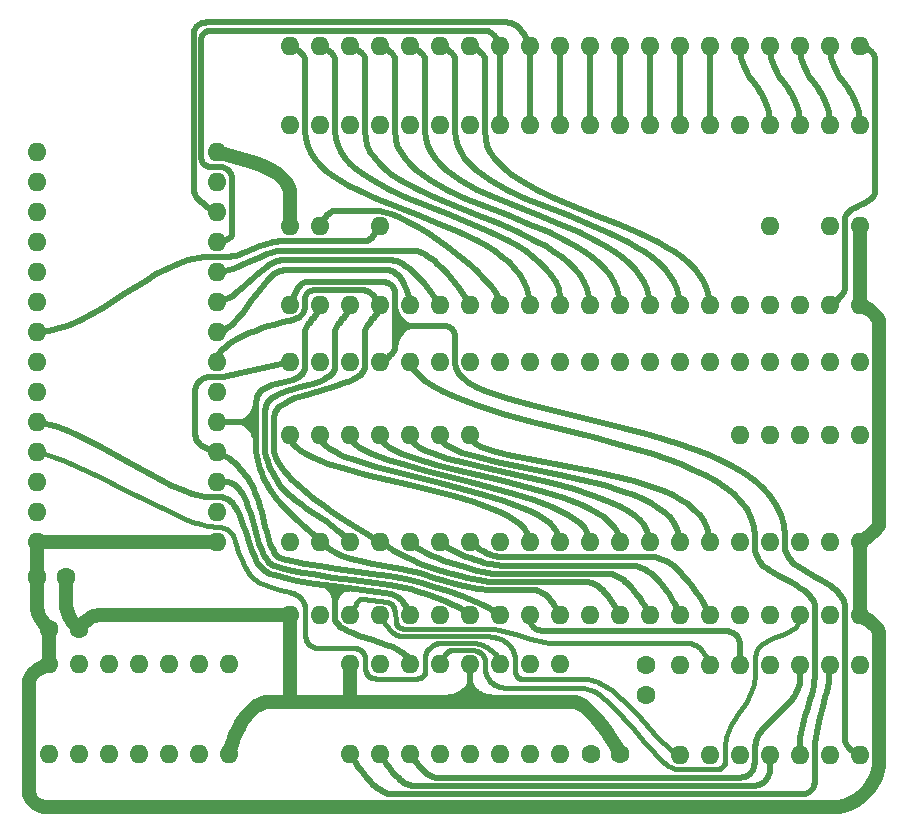
<source format=gbl>
G04 #@! TF.GenerationSoftware,KiCad,Pcbnew,(7.0.0)*
G04 #@! TF.CreationDate,2023-04-09T22:54:19+02:00*
G04 #@! TF.ProjectId,kim-1-dual-6532-adapter,6b696d2d-312d-4647-9561-6c2d36353332,rev?*
G04 #@! TF.SameCoordinates,Original*
G04 #@! TF.FileFunction,Copper,L2,Bot*
G04 #@! TF.FilePolarity,Positive*
%FSLAX46Y46*%
G04 Gerber Fmt 4.6, Leading zero omitted, Abs format (unit mm)*
G04 Created by KiCad (PCBNEW (7.0.0)) date 2023-04-09 22:54:19*
%MOMM*%
%LPD*%
G01*
G04 APERTURE LIST*
G04 #@! TA.AperFunction,ComponentPad*
%ADD10C,1.600000*%
G04 #@! TD*
G04 #@! TA.AperFunction,ComponentPad*
%ADD11O,1.600000X1.600000*%
G04 #@! TD*
G04 #@! TA.AperFunction,Conductor*
%ADD12C,1.200000*%
G04 #@! TD*
G04 #@! TA.AperFunction,Conductor*
%ADD13C,0.500000*%
G04 #@! TD*
G04 #@! TA.AperFunction,Conductor*
%ADD14C,0.400000*%
G04 #@! TD*
G04 APERTURE END LIST*
D10*
G04 #@! TO.P,C2,1*
G04 #@! TO.N,VCC*
X36620000Y-100330000D03*
G04 #@! TO.P,C2,2*
G04 #@! TO.N,GND*
X39120000Y-100330000D03*
G04 #@! TD*
D11*
G04 #@! TO.P,U2,1,VSS*
G04 #@! TO.N,GND*
X57019999Y-92963999D03*
G04 #@! TO.P,U2,2,A5*
G04 #@! TO.N,/A5*
X59559999Y-92963999D03*
G04 #@! TO.P,U2,3,A4*
G04 #@! TO.N,/~{A4}*
X62099999Y-92963999D03*
G04 #@! TO.P,U2,4,A3*
G04 #@! TO.N,/A3*
X64639999Y-92963999D03*
G04 #@! TO.P,U2,5,A2*
G04 #@! TO.N,/A2*
X67179999Y-92963999D03*
G04 #@! TO.P,U2,6,A1*
G04 #@! TO.N,/A1*
X69719999Y-92963999D03*
G04 #@! TO.P,U2,7,A0*
G04 #@! TO.N,/A0*
X72259999Y-92963999D03*
G04 #@! TO.P,U2,8,PA0*
G04 #@! TO.N,/COLA*
X74799999Y-92963999D03*
G04 #@! TO.P,U2,9,PA1*
G04 #@! TO.N,/COLB*
X77339999Y-92963999D03*
G04 #@! TO.P,U2,10,PA2*
G04 #@! TO.N,/COLC*
X79879999Y-92963999D03*
G04 #@! TO.P,U2,11,PA3*
G04 #@! TO.N,/COLD*
X82419999Y-92963999D03*
G04 #@! TO.P,U2,12,PA4*
G04 #@! TO.N,/COLE*
X84959999Y-92963999D03*
G04 #@! TO.P,U2,13,PA5*
G04 #@! TO.N,/COLF*
X87499999Y-92963999D03*
G04 #@! TO.P,U2,14,PA6*
G04 #@! TO.N,/COLG*
X90039999Y-92963999D03*
G04 #@! TO.P,U2,15,PA7*
G04 #@! TO.N,/U2_PA7*
X92579999Y-92963999D03*
G04 #@! TO.P,U2,16,PB7*
G04 #@! TO.N,/U2_PB7*
X95119999Y-92963999D03*
G04 #@! TO.P,U2,17,PB6*
G04 #@! TO.N,unconnected-(U2-PB6-Pad17)*
X97659999Y-92963999D03*
G04 #@! TO.P,U2,18,PB5*
G04 #@! TO.N,/U2_PB5*
X100199999Y-92963999D03*
G04 #@! TO.P,U2,19,PB4*
G04 #@! TO.N,/KD4*
X102739999Y-92963999D03*
G04 #@! TO.P,U2,20,VCC*
G04 #@! TO.N,VCC*
X105279999Y-92963999D03*
G04 #@! TO.P,U2,21,PB3*
G04 #@! TO.N,/KD3*
X105279999Y-77723999D03*
G04 #@! TO.P,U2,22,PB2*
G04 #@! TO.N,/KD2*
X102739999Y-77723999D03*
G04 #@! TO.P,U2,23,PB1*
G04 #@! TO.N,/KD1*
X100199999Y-77723999D03*
G04 #@! TO.P,U2,24,PB0*
G04 #@! TO.N,/U2_PB0*
X97659999Y-77723999D03*
G04 #@! TO.P,U2,25,~{IRQ}*
G04 #@! TO.N,unconnected-(U2-~{IRQ}-Pad25)*
X95119999Y-77723999D03*
G04 #@! TO.P,U2,26,DB7*
G04 #@! TO.N,/D7*
X92579999Y-77723999D03*
G04 #@! TO.P,U2,27,DB6*
G04 #@! TO.N,/D6*
X90039999Y-77723999D03*
G04 #@! TO.P,U2,28,DB5*
G04 #@! TO.N,/D5*
X87499999Y-77723999D03*
G04 #@! TO.P,U2,29,DB4*
G04 #@! TO.N,/D4*
X84959999Y-77723999D03*
G04 #@! TO.P,U2,30,DB3*
G04 #@! TO.N,/D3*
X82419999Y-77723999D03*
G04 #@! TO.P,U2,31,DB2*
G04 #@! TO.N,/D2*
X79879999Y-77723999D03*
G04 #@! TO.P,U2,32,DB1*
G04 #@! TO.N,/D1*
X77339999Y-77723999D03*
G04 #@! TO.P,U2,33,DB0*
G04 #@! TO.N,/D0*
X74799999Y-77723999D03*
G04 #@! TO.P,U2,34,~{RES}*
G04 #@! TO.N,/~{RES}*
X72259999Y-77723999D03*
G04 #@! TO.P,U2,35,R/~{W}*
G04 #@! TO.N,/R{slash}~{W}*
X69719999Y-77723999D03*
G04 #@! TO.P,U2,36,~{RS}*
G04 #@! TO.N,~{U2_RS}*
X67179999Y-77723999D03*
G04 #@! TO.P,U2,37,~{CS2}*
G04 #@! TO.N,GND*
X64639999Y-77723999D03*
G04 #@! TO.P,U2,38,CS1*
G04 #@! TO.N,U2_CS*
X62099999Y-77723999D03*
G04 #@! TO.P,U2,39,\u00D82*
G04 #@! TO.N,/\u00D82*
X59559999Y-77723999D03*
G04 #@! TO.P,U2,40,A6*
G04 #@! TO.N,/A6*
X57019999Y-77723999D03*
G04 #@! TD*
D10*
G04 #@! TO.P,C3,1*
G04 #@! TO.N,VCC*
X87122000Y-103370000D03*
G04 #@! TO.P,C3,2*
G04 #@! TO.N,GND*
X87122000Y-105870000D03*
G04 #@! TD*
D11*
G04 #@! TO.P,U1,1,VPP*
G04 #@! TO.N,VCC*
X50799999Y-92959999D03*
G04 #@! TO.P,U1,2,A12*
X50799999Y-90419999D03*
G04 #@! TO.P,U1,3,A7*
G04 #@! TO.N,/A7*
X50799999Y-87879999D03*
G04 #@! TO.P,U1,4,A6*
G04 #@! TO.N,/A6*
X50799999Y-85339999D03*
G04 #@! TO.P,U1,5,A5*
G04 #@! TO.N,/A5*
X50799999Y-82799999D03*
G04 #@! TO.P,U1,6,A4*
G04 #@! TO.N,/A4*
X50799999Y-80259999D03*
G04 #@! TO.P,U1,7,A3*
G04 #@! TO.N,/A3*
X50799999Y-77719999D03*
G04 #@! TO.P,U1,8,A2*
G04 #@! TO.N,/A2*
X50799999Y-75179999D03*
G04 #@! TO.P,U1,9,A1*
G04 #@! TO.N,/A1*
X50799999Y-72639999D03*
G04 #@! TO.P,U1,10,A0*
G04 #@! TO.N,/A0*
X50799999Y-70099999D03*
G04 #@! TO.P,U1,11,D0*
G04 #@! TO.N,/D0*
X50799999Y-67559999D03*
G04 #@! TO.P,U1,12,D1*
G04 #@! TO.N,/D1*
X50799999Y-65019999D03*
G04 #@! TO.P,U1,13,D2*
G04 #@! TO.N,/D2*
X50799999Y-62479999D03*
G04 #@! TO.P,U1,14,GND*
G04 #@! TO.N,GND*
X50799999Y-59939999D03*
G04 #@! TO.P,U1,15,D3*
G04 #@! TO.N,/D3*
X35559999Y-59939999D03*
G04 #@! TO.P,U1,16,D4*
G04 #@! TO.N,/D4*
X35559999Y-62479999D03*
G04 #@! TO.P,U1,17,D5*
G04 #@! TO.N,/D5*
X35559999Y-65019999D03*
G04 #@! TO.P,U1,18,D6*
G04 #@! TO.N,/D6*
X35559999Y-67559999D03*
G04 #@! TO.P,U1,19,D7*
G04 #@! TO.N,/D7*
X35559999Y-70099999D03*
G04 #@! TO.P,U1,20,~{CE}*
G04 #@! TO.N,Net-(U1-~{CE})*
X35559999Y-72639999D03*
G04 #@! TO.P,U1,21,A10*
G04 #@! TO.N,/K6*
X35559999Y-75179999D03*
G04 #@! TO.P,U1,22,~{OE}*
G04 #@! TO.N,Net-(U1-~{OE})*
X35559999Y-77719999D03*
G04 #@! TO.P,U1,23,A11*
G04 #@! TO.N,VCC*
X35559999Y-80259999D03*
G04 #@! TO.P,U1,24,A9*
G04 #@! TO.N,/A9*
X35559999Y-82799999D03*
G04 #@! TO.P,U1,25,A8*
G04 #@! TO.N,/A8*
X35559999Y-85339999D03*
G04 #@! TO.P,U1,26,NC*
G04 #@! TO.N,unconnected-(U1-NC-Pad26)*
X35559999Y-87879999D03*
G04 #@! TO.P,U1,27,~{PGM}*
G04 #@! TO.N,VCC*
X35559999Y-90419999D03*
G04 #@! TO.P,U1,28,VCC*
X35559999Y-92959999D03*
G04 #@! TD*
G04 #@! TO.P,U3,1,VSS*
G04 #@! TO.N,GND*
X57019999Y-72897999D03*
G04 #@! TO.P,U3,2,A5*
G04 #@! TO.N,/A5*
X59559999Y-72897999D03*
G04 #@! TO.P,U3,3,A4*
G04 #@! TO.N,/~{A4}*
X62099999Y-72897999D03*
G04 #@! TO.P,U3,4,A3*
G04 #@! TO.N,/A3*
X64639999Y-72897999D03*
G04 #@! TO.P,U3,5,A2*
G04 #@! TO.N,/A2*
X67179999Y-72897999D03*
G04 #@! TO.P,U3,6,A1*
G04 #@! TO.N,/A1*
X69719999Y-72897999D03*
G04 #@! TO.P,U3,7,A0*
G04 #@! TO.N,/A0*
X72259999Y-72897999D03*
G04 #@! TO.P,U3,8,PA0*
G04 #@! TO.N,/U3_PA0*
X74799999Y-72897999D03*
G04 #@! TO.P,U3,9,PA1*
G04 #@! TO.N,/U3_PA1*
X77339999Y-72897999D03*
G04 #@! TO.P,U3,10,PA2*
G04 #@! TO.N,/U3_PA2*
X79879999Y-72897999D03*
G04 #@! TO.P,U3,11,PA3*
G04 #@! TO.N,/U3_PA3*
X82419999Y-72897999D03*
G04 #@! TO.P,U3,12,PA4*
G04 #@! TO.N,/U3_PA4*
X84959999Y-72897999D03*
G04 #@! TO.P,U3,13,PA5*
G04 #@! TO.N,/U3_PA5*
X87499999Y-72897999D03*
G04 #@! TO.P,U3,14,PA6*
G04 #@! TO.N,/U3_PA6*
X90039999Y-72897999D03*
G04 #@! TO.P,U3,15,PA7*
G04 #@! TO.N,/U3_PA7*
X92579999Y-72897999D03*
G04 #@! TO.P,U3,16,PB7*
G04 #@! TO.N,/U3_PB7*
X95119999Y-72897999D03*
G04 #@! TO.P,U3,17,PB6*
G04 #@! TO.N,unconnected-(U3-PB6-Pad17)*
X97659999Y-72897999D03*
G04 #@! TO.P,U3,18,PB5*
G04 #@! TO.N,/U3_PB5*
X100199999Y-72897999D03*
G04 #@! TO.P,U3,19,PB4*
G04 #@! TO.N,/U3_PB4*
X102739999Y-72897999D03*
G04 #@! TO.P,U3,20,VCC*
G04 #@! TO.N,VCC*
X105279999Y-72897999D03*
G04 #@! TO.P,U3,21,PB3*
G04 #@! TO.N,/U3_PB3*
X105279999Y-57657999D03*
G04 #@! TO.P,U3,22,PB2*
G04 #@! TO.N,/U3_PB2*
X102739999Y-57657999D03*
G04 #@! TO.P,U3,23,PB1*
G04 #@! TO.N,/U3_PB1*
X100199999Y-57657999D03*
G04 #@! TO.P,U3,24,PB0*
G04 #@! TO.N,/U3_PB0*
X97659999Y-57657999D03*
G04 #@! TO.P,U3,25,~{IRQ}*
G04 #@! TO.N,unconnected-(U3-~{IRQ}-Pad25)*
X95119999Y-57657999D03*
G04 #@! TO.P,U3,26,DB7*
G04 #@! TO.N,/D7*
X92579999Y-57657999D03*
G04 #@! TO.P,U3,27,DB6*
G04 #@! TO.N,/D6*
X90039999Y-57657999D03*
G04 #@! TO.P,U3,28,DB5*
G04 #@! TO.N,/D5*
X87499999Y-57657999D03*
G04 #@! TO.P,U3,29,DB4*
G04 #@! TO.N,/D4*
X84959999Y-57657999D03*
G04 #@! TO.P,U3,30,DB3*
G04 #@! TO.N,/D3*
X82419999Y-57657999D03*
G04 #@! TO.P,U3,31,DB2*
G04 #@! TO.N,/D2*
X79879999Y-57657999D03*
G04 #@! TO.P,U3,32,DB1*
G04 #@! TO.N,/D1*
X77339999Y-57657999D03*
G04 #@! TO.P,U3,33,DB0*
G04 #@! TO.N,/D0*
X74799999Y-57657999D03*
G04 #@! TO.P,U3,34,~{RES}*
G04 #@! TO.N,/~{RES}*
X72259999Y-57657999D03*
G04 #@! TO.P,U3,35,R/~{W}*
G04 #@! TO.N,/R{slash}~{W}*
X69719999Y-57657999D03*
G04 #@! TO.P,U3,36,~{RS}*
G04 #@! TO.N,~{U3_RS}*
X67179999Y-57657999D03*
G04 #@! TO.P,U3,37,~{CS2}*
G04 #@! TO.N,GND*
X64639999Y-57657999D03*
G04 #@! TO.P,U3,38,CS1*
G04 #@! TO.N,U3_CS*
X62099999Y-57657999D03*
G04 #@! TO.P,U3,39,\u00D82*
G04 #@! TO.N,/\u00D82*
X59559999Y-57657999D03*
G04 #@! TO.P,U3,40,A6*
G04 #@! TO.N,/A6*
X57019999Y-57657999D03*
G04 #@! TD*
G04 #@! TO.P,U6,1*
G04 #@! TO.N,unconnected-(U6-Pad1)*
X36619999Y-110879999D03*
G04 #@! TO.P,U6,2*
G04 #@! TO.N,unconnected-(U6-Pad2)*
X39159999Y-110879999D03*
G04 #@! TO.P,U6,3*
G04 #@! TO.N,unconnected-(U6-Pad3)*
X41699999Y-110879999D03*
G04 #@! TO.P,U6,4*
G04 #@! TO.N,unconnected-(U6-Pad4)*
X44239999Y-110879999D03*
G04 #@! TO.P,U6,5*
G04 #@! TO.N,Net-(U5-Pad3)*
X46779999Y-110879999D03*
G04 #@! TO.P,U6,6*
G04 #@! TO.N,Net-(U1-~{CE})*
X49319999Y-110879999D03*
G04 #@! TO.P,U6,7,GND*
G04 #@! TO.N,GND*
X51859999Y-110879999D03*
G04 #@! TO.P,U6,8*
G04 #@! TO.N,unconnected-(U6-Pad8)*
X51859999Y-103259999D03*
G04 #@! TO.P,U6,9*
G04 #@! TO.N,unconnected-(U6-Pad9)*
X49319999Y-103259999D03*
G04 #@! TO.P,U6,10*
G04 #@! TO.N,/~{A4}*
X46779999Y-103259999D03*
G04 #@! TO.P,U6,11*
G04 #@! TO.N,/A4*
X44239999Y-103259999D03*
G04 #@! TO.P,U6,12*
G04 #@! TO.N,unconnected-(U6-Pad12)*
X41699999Y-103259999D03*
G04 #@! TO.P,U6,13*
G04 #@! TO.N,unconnected-(U6-Pad13)*
X39159999Y-103259999D03*
G04 #@! TO.P,U6,14,VCC*
G04 #@! TO.N,VCC*
X36619999Y-103259999D03*
G04 #@! TD*
G04 #@! TO.P,U4,1,A0*
G04 #@! TO.N,/A6*
X79879999Y-103259999D03*
G04 #@! TO.P,U4,2,A1*
G04 #@! TO.N,/A7*
X77339999Y-103259999D03*
G04 #@! TO.P,U4,3,A2*
G04 #@! TO.N,/A8*
X74799999Y-103259999D03*
G04 #@! TO.P,U4,4,E1*
G04 #@! TO.N,GND*
X72259999Y-103259999D03*
G04 #@! TO.P,U4,5,E2*
G04 #@! TO.N,/K5*
X69719999Y-103259999D03*
G04 #@! TO.P,U4,6,E3*
G04 #@! TO.N,/A9*
X67179999Y-103259999D03*
G04 #@! TO.P,U4,7,O7*
G04 #@! TO.N,~{U2_RS}*
X64639999Y-103259999D03*
G04 #@! TO.P,U4,8,GND*
G04 #@! TO.N,GND*
X62099999Y-103259999D03*
G04 #@! TO.P,U4,9,O6*
G04 #@! TO.N,~{U3_RS}*
X62099999Y-110879999D03*
G04 #@! TO.P,U4,10,O5*
G04 #@! TO.N,Net-(U4A-O5)*
X64639999Y-110879999D03*
G04 #@! TO.P,U4,11,O4*
G04 #@! TO.N,Net-(U4A-O4)*
X67179999Y-110879999D03*
G04 #@! TO.P,U4,12,O3*
G04 #@! TO.N,unconnected-(U4A-O3-Pad12)*
X69719999Y-110879999D03*
G04 #@! TO.P,U4,13,O2*
G04 #@! TO.N,unconnected-(U4A-O2-Pad13)*
X72259999Y-110879999D03*
G04 #@! TO.P,U4,14,O1*
G04 #@! TO.N,unconnected-(U4A-O1-Pad14)*
X74799999Y-110879999D03*
G04 #@! TO.P,U4,15,O0*
G04 #@! TO.N,unconnected-(U4A-O0-Pad15)*
X77339999Y-110879999D03*
G04 #@! TO.P,U4,16,VCC*
G04 #@! TO.N,VCC*
X79879999Y-110879999D03*
G04 #@! TD*
G04 #@! TO.P,U5,1*
G04 #@! TO.N,/K7*
X90039999Y-110987999D03*
G04 #@! TO.P,U5,2*
G04 #@! TO.N,/K6*
X92579999Y-110987999D03*
G04 #@! TO.P,U5,3*
G04 #@! TO.N,Net-(U5-Pad3)*
X95119999Y-110987999D03*
G04 #@! TO.P,U5,4*
G04 #@! TO.N,Net-(U4A-O5)*
X97659999Y-110987999D03*
G04 #@! TO.P,U5,5*
G04 #@! TO.N,~{U2_RS}*
X100199999Y-110987999D03*
G04 #@! TO.P,U5,6*
G04 #@! TO.N,U2_CS*
X102739999Y-110987999D03*
G04 #@! TO.P,U5,7,GND*
G04 #@! TO.N,GND*
X105279999Y-110987999D03*
G04 #@! TO.P,U5,8*
G04 #@! TO.N,U3_CS*
X105279999Y-103367999D03*
G04 #@! TO.P,U5,9*
G04 #@! TO.N,~{U3_RS}*
X102739999Y-103367999D03*
G04 #@! TO.P,U5,10*
G04 #@! TO.N,Net-(U4A-O4)*
X100199999Y-103367999D03*
G04 #@! TO.P,U5,11*
G04 #@! TO.N,Net-(U1-~{OE})*
X97659999Y-103367999D03*
G04 #@! TO.P,U5,12*
G04 #@! TO.N,/R{slash}~{W}*
X95119999Y-103367999D03*
G04 #@! TO.P,U5,13*
G04 #@! TO.N,/\u00D82*
X92579999Y-103367999D03*
G04 #@! TO.P,U5,14,VCC*
G04 #@! TO.N,VCC*
X90039999Y-103367999D03*
G04 #@! TD*
D10*
G04 #@! TO.P,C4,1*
G04 #@! TO.N,VCC*
X35580000Y-95890000D03*
G04 #@! TO.P,C4,2*
G04 #@! TO.N,GND*
X38080000Y-95890000D03*
G04 #@! TD*
G04 #@! TO.P,C1,1*
G04 #@! TO.N,VCC*
X82490000Y-110880000D03*
G04 #@! TO.P,C1,2*
G04 #@! TO.N,GND*
X84990000Y-110880000D03*
G04 #@! TD*
D11*
G04 #@! TO.P,J2_2,21,Pin_21*
G04 #@! TO.N,/KD4*
X105279999Y-83909999D03*
G04 #@! TO.P,J2_2,22,Pin_22*
G04 #@! TO.N,/KD3*
X102739999Y-83909999D03*
G04 #@! TO.P,J2_2,23,Pin_23*
G04 #@! TO.N,/KD2*
X100199999Y-83909999D03*
G04 #@! TO.P,J2_2,24,Pin_24*
G04 #@! TO.N,/KD1*
X97659999Y-83909999D03*
G04 #@! TO.P,J2_2,25,Pin_25*
G04 #@! TO.N,/U2_PB0*
X95119999Y-83909999D03*
G04 #@! TO.P,J2_2,34,Pin_34*
G04 #@! TO.N,/U2_PA7*
X72259999Y-83909999D03*
G04 #@! TO.P,J2_2,35,Pin_35*
G04 #@! TO.N,/COLG*
X69719999Y-83909999D03*
G04 #@! TO.P,J2_2,36,Pin_36*
G04 #@! TO.N,/COLF*
X67179999Y-83909999D03*
G04 #@! TO.P,J2_2,37,Pin_37*
G04 #@! TO.N,/COLE*
X64639999Y-83909999D03*
G04 #@! TO.P,J2_2,38,Pin_38*
G04 #@! TO.N,/COLD*
X62099999Y-83909999D03*
G04 #@! TO.P,J2_2,39,Pin_39*
G04 #@! TO.N,/COLC*
X59559999Y-83909999D03*
G04 #@! TO.P,J2_2,40,Pin_40*
G04 #@! TO.N,/COLB*
X57019999Y-83909999D03*
G04 #@! TD*
G04 #@! TO.P,J3_2,21,Pin_21*
G04 #@! TO.N,/U3_PB4*
X105279999Y-50909999D03*
G04 #@! TO.P,J3_2,22,Pin_22*
G04 #@! TO.N,/U3_PB3*
X102739999Y-50909999D03*
G04 #@! TO.P,J3_2,23,Pin_23*
G04 #@! TO.N,/U3_PB2*
X100199999Y-50909999D03*
G04 #@! TO.P,J3_2,24,Pin_24*
G04 #@! TO.N,/U3_PB1*
X97659999Y-50909999D03*
G04 #@! TO.P,J3_2,25,Pin_25*
G04 #@! TO.N,/U3_PB0*
X95119999Y-50909999D03*
G04 #@! TO.P,J3_2,26,Pin_26*
G04 #@! TO.N,/D7*
X92579999Y-50909999D03*
G04 #@! TO.P,J3_2,27,Pin_27*
G04 #@! TO.N,/D6*
X90039999Y-50909999D03*
G04 #@! TO.P,J3_2,28,Pin_28*
G04 #@! TO.N,/D5*
X87499999Y-50909999D03*
G04 #@! TO.P,J3_2,29,Pin_29*
G04 #@! TO.N,/D4*
X84959999Y-50909999D03*
G04 #@! TO.P,J3_2,30,Pin_30*
G04 #@! TO.N,/D3*
X82419999Y-50909999D03*
G04 #@! TO.P,J3_2,31,Pin_31*
G04 #@! TO.N,/D2*
X79879999Y-50909999D03*
G04 #@! TO.P,J3_2,32,Pin_32*
G04 #@! TO.N,/D1*
X77339999Y-50909999D03*
G04 #@! TO.P,J3_2,33,Pin_33*
G04 #@! TO.N,/D0*
X74799999Y-50909999D03*
G04 #@! TO.P,J3_2,34,Pin_34*
G04 #@! TO.N,/U3_PA7*
X72259999Y-50909999D03*
G04 #@! TO.P,J3_2,35,Pin_35*
G04 #@! TO.N,/U3_PA6*
X69719999Y-50909999D03*
G04 #@! TO.P,J3_2,36,Pin_36*
G04 #@! TO.N,/U3_PA5*
X67179999Y-50909999D03*
G04 #@! TO.P,J3_2,37,Pin_37*
G04 #@! TO.N,/U3_PA4*
X64639999Y-50909999D03*
G04 #@! TO.P,J3_2,38,Pin_38*
G04 #@! TO.N,/U3_PA3*
X62099999Y-50909999D03*
G04 #@! TO.P,J3_2,39,Pin_39*
G04 #@! TO.N,/U3_PA2*
X59559999Y-50909999D03*
G04 #@! TO.P,J3_2,40,Pin_40*
G04 #@! TO.N,/U3_PA1*
X57019999Y-50909999D03*
G04 #@! TD*
G04 #@! TO.P,J2_1,1,Pin_1*
G04 #@! TO.N,GND*
X57019999Y-99149999D03*
G04 #@! TO.P,J2_1,2,Pin_2*
G04 #@! TO.N,/COLA*
X59559999Y-99149999D03*
G04 #@! TO.P,J2_1,3,Pin_3*
G04 #@! TO.N,/\u00D82*
X62099999Y-99149999D03*
G04 #@! TO.P,J2_1,4,Pin_4*
G04 #@! TO.N,/K7*
X64639999Y-99149999D03*
G04 #@! TO.P,J2_1,5,Pin_5*
G04 #@! TO.N,/A9*
X67179999Y-99149999D03*
G04 #@! TO.P,J2_1,6,Pin_6*
G04 #@! TO.N,/A8*
X69719999Y-99149999D03*
G04 #@! TO.P,J2_1,7,Pin_7*
G04 #@! TO.N,/A7*
X72259999Y-99149999D03*
G04 #@! TO.P,J2_1,8,Pin_8*
G04 #@! TO.N,/A6*
X74799999Y-99149999D03*
G04 #@! TO.P,J2_1,9,Pin_9*
G04 #@! TO.N,/R{slash}~{W}*
X77339999Y-99149999D03*
G04 #@! TO.P,J2_1,10,Pin_10*
G04 #@! TO.N,/A5*
X79879999Y-99149999D03*
G04 #@! TO.P,J2_1,11,Pin_11*
G04 #@! TO.N,/A4*
X82419999Y-99149999D03*
G04 #@! TO.P,J2_1,12,Pin_12*
G04 #@! TO.N,/A3*
X84959999Y-99149999D03*
G04 #@! TO.P,J2_1,13,Pin_13*
G04 #@! TO.N,/A2*
X87499999Y-99149999D03*
G04 #@! TO.P,J2_1,14,Pin_14*
G04 #@! TO.N,/A1*
X90039999Y-99149999D03*
G04 #@! TO.P,J2_1,15,Pin_15*
G04 #@! TO.N,/A0*
X92579999Y-99149999D03*
G04 #@! TO.P,J2_1,16,Pin_16*
G04 #@! TO.N,/~{RES}*
X95119999Y-99149999D03*
G04 #@! TO.P,J2_1,17,Pin_17*
G04 #@! TO.N,/U2_PB7*
X97659999Y-99149999D03*
G04 #@! TO.P,J2_1,18,Pin_18*
G04 #@! TO.N,/K5*
X100199999Y-99149999D03*
G04 #@! TO.P,J2_1,19,Pin_19*
G04 #@! TO.N,/U2_PB5*
X102739999Y-99149999D03*
G04 #@! TO.P,J2_1,20,Pin_20*
G04 #@! TO.N,VCC*
X105279999Y-99149999D03*
G04 #@! TD*
G04 #@! TO.P,J3_1,1,Pin_1*
G04 #@! TO.N,GND*
X57019999Y-66149999D03*
G04 #@! TO.P,J3_1,2,Pin_2*
G04 #@! TO.N,/U3_PA0*
X59559999Y-66149999D03*
G04 #@! TO.P,J3_1,4,Pin_4*
G04 #@! TO.N,/K6*
X64639999Y-66149999D03*
G04 #@! TO.P,J3_1,17,Pin_17*
G04 #@! TO.N,/U3_PB7*
X97659999Y-66149999D03*
G04 #@! TO.P,J3_1,19,Pin_19*
G04 #@! TO.N,/U3_PB5*
X102739999Y-66149999D03*
G04 #@! TO.P,J3_1,20,Pin_20*
G04 #@! TO.N,VCC*
X105279999Y-66149999D03*
G04 #@! TD*
D12*
G04 #@! TO.N,VCC*
X35304863Y-114917832D02*
X35256385Y-114867000D01*
X106728482Y-73931846D02*
X106777569Y-74009258D01*
X34896684Y-104853281D02*
X34901860Y-104764650D01*
X104539363Y-115038494D02*
X104380453Y-115113374D01*
X35759530Y-99098746D02*
X35721425Y-99007628D01*
X105533320Y-92789331D02*
X105276674Y-92959040D01*
X34969155Y-114398125D02*
X34947654Y-114333248D01*
X106893229Y-111779054D02*
X106870079Y-111953498D01*
X106885572Y-74254260D02*
X106906458Y-74339965D01*
X104219531Y-115179864D02*
X104056921Y-115237627D01*
X105669504Y-73075566D02*
X105808738Y-73152745D01*
X36224064Y-103440297D02*
X36354659Y-103378119D01*
X105533513Y-99289041D02*
X105657806Y-99364433D01*
X35704251Y-115210234D02*
X35641615Y-115175962D01*
X34901860Y-104764650D02*
X34916497Y-104677964D01*
X106673866Y-73856670D02*
X106728482Y-73931846D01*
X106371242Y-113298784D02*
X106274546Y-113455585D01*
X35922383Y-103601897D02*
X36078288Y-103515041D01*
X35768421Y-115241737D02*
X35704251Y-115210234D01*
X106768963Y-91706831D02*
X106718968Y-91773548D01*
X104056921Y-115237627D02*
X103892947Y-115286324D01*
X106921907Y-91335039D02*
X106916923Y-91392278D01*
X106397638Y-99910465D02*
X106535377Y-100044066D01*
X106098166Y-92371149D02*
X105944884Y-92491528D01*
X36275147Y-99941448D02*
X36179930Y-99815524D01*
X106840972Y-100469441D02*
X106869853Y-100542153D01*
X35088791Y-114645046D02*
X35054081Y-114585405D01*
X106890819Y-100614937D02*
X106903266Y-100687622D01*
X105699286Y-114178043D02*
X105432402Y-114431987D01*
X103562202Y-115355167D02*
X103396080Y-115374635D01*
X105000774Y-114766902D02*
X104849847Y-114864919D01*
X105276674Y-99145044D02*
X105533513Y-99289041D01*
X106412284Y-73579633D02*
X106482930Y-73645212D01*
X35721425Y-99007628D02*
X35686470Y-98914891D01*
X106837460Y-112127336D02*
X106795697Y-112300228D01*
X105657806Y-99364433D02*
X105796448Y-99452891D01*
X106538993Y-91976516D02*
X106400027Y-92111511D01*
X34947654Y-114333248D02*
X34929759Y-114267314D01*
X105808738Y-73152745D02*
X105957501Y-73242264D01*
X35109517Y-104275686D02*
X35167668Y-104201861D01*
X106274546Y-113455585D02*
X106171299Y-113608735D01*
X106903266Y-100687622D02*
X106906587Y-100760042D01*
X103727932Y-115325617D02*
X103562202Y-115355167D01*
X35562692Y-98235880D02*
X35562692Y-92964777D01*
X105544669Y-73011248D02*
X105669504Y-73075566D01*
X35834004Y-115270372D02*
X35768421Y-115241737D01*
X35022491Y-114524304D02*
X34994142Y-114461844D01*
X36179930Y-99815524D02*
X36081730Y-99675748D01*
X104849847Y-114864919D02*
X104695935Y-114955563D01*
X36364265Y-100052046D02*
X36275147Y-99941448D01*
X36178854Y-115366984D02*
X36108032Y-115354205D01*
X35580637Y-115139023D02*
X35521437Y-115099516D01*
X106902936Y-91451763D02*
X106880545Y-91513227D01*
X106614330Y-73783795D02*
X106673866Y-73856670D01*
X36038015Y-115338054D02*
X35968923Y-115318630D01*
X34929759Y-114267314D02*
X34915593Y-114200424D01*
X106599034Y-100112823D02*
X106658408Y-100182660D01*
X106850352Y-91576404D02*
X106812958Y-91641028D01*
X35888846Y-99360541D02*
X35843630Y-99275387D01*
X35564693Y-98334789D02*
X35562692Y-98235880D01*
X36108032Y-115354205D02*
X36038015Y-115338054D01*
X35521437Y-115099516D02*
X35464138Y-115057543D01*
X36250357Y-115376290D02*
X36178854Y-115366984D01*
X105148391Y-114661848D02*
X105000774Y-114766902D01*
X34896684Y-113995020D02*
X34896684Y-104853281D01*
X106921907Y-74517038D02*
X106921907Y-91335039D01*
X35298469Y-104061297D02*
X35369855Y-103994673D01*
X106110926Y-73343599D02*
X106264143Y-73456230D01*
X106250032Y-99783201D02*
X106397638Y-99910465D01*
X35444391Y-103930563D02*
X35600384Y-103810113D01*
X106820519Y-74088841D02*
X106856723Y-74170530D01*
X106795697Y-112300228D02*
X106745114Y-112471837D01*
X34915593Y-114200424D02*
X34905277Y-114132678D01*
X36354659Y-103378119D02*
X36550110Y-103293288D01*
X35369855Y-103994673D02*
X35444391Y-103930563D01*
X106658408Y-100182660D02*
X106712894Y-100253408D01*
X36444168Y-100145843D02*
X36364265Y-100052046D01*
X35641615Y-115175962D02*
X35580637Y-115139023D01*
X103892947Y-115286324D02*
X103727932Y-115325617D01*
X106916923Y-91392278D02*
X106902936Y-91451763D01*
X106251482Y-92243766D02*
X106098166Y-92371149D01*
X106880545Y-91513227D02*
X106850352Y-91576404D01*
X105796448Y-99452891D02*
X105944595Y-99553068D01*
X35900879Y-115296036D02*
X35834004Y-115270372D01*
X106777569Y-74009258D02*
X106820519Y-74088841D01*
X106663574Y-91840913D02*
X106538993Y-91976516D01*
X36609300Y-100323519D02*
X36563862Y-100277133D01*
X35408862Y-115013204D02*
X35355729Y-114966600D01*
X106869853Y-100542153D02*
X106890819Y-100614937D01*
X35230863Y-104130379D02*
X35298469Y-104061297D01*
X106543685Y-112975578D02*
X106461064Y-113138668D01*
X36550110Y-103293288D02*
X36624238Y-103264200D01*
X35167668Y-104201861D02*
X35230863Y-104130379D01*
X35627567Y-98725296D02*
X35604397Y-98628808D01*
X35210417Y-114814205D02*
X35167081Y-114759547D01*
X35355729Y-114966600D02*
X35304863Y-114917832D01*
X35054081Y-114585405D02*
X35022491Y-114524304D01*
X104380453Y-115113374D02*
X104219531Y-115179864D01*
X34916497Y-104677964D02*
X34939965Y-104593278D01*
X106918772Y-74427579D02*
X106921907Y-74517038D01*
X34898933Y-114064176D02*
X34896684Y-113995020D01*
X35600384Y-103810113D02*
X35761398Y-103700406D01*
X106718968Y-91773548D02*
X106663574Y-91840913D01*
X106906458Y-74339965D02*
X106918772Y-74427579D01*
X106745114Y-112471837D02*
X106686035Y-112641823D01*
X103396080Y-115374635D02*
X103229890Y-115383684D01*
X106400027Y-92111511D02*
X106251482Y-92243766D01*
X106618784Y-112809850D02*
X106543685Y-112975578D01*
X106097404Y-99663620D02*
X106250032Y-99783201D01*
X35800395Y-99188060D02*
X35759530Y-99098746D01*
X35464138Y-115057543D02*
X35408862Y-115013204D01*
X34905277Y-114132678D02*
X34898933Y-114064176D01*
X35585936Y-98531437D02*
X35572571Y-98433370D01*
X106804782Y-100396967D02*
X106840972Y-100469441D01*
X35572571Y-98433370D02*
X35564693Y-98334789D01*
X36563862Y-100277133D02*
X36444168Y-100145843D01*
X104695935Y-114955563D02*
X104539363Y-115038494D01*
X103229890Y-115383684D02*
X36394922Y-115384081D01*
X105796445Y-92602773D02*
X105533320Y-92789331D01*
X36078288Y-103515041D02*
X36224064Y-103440297D01*
X106712894Y-100253408D02*
X106761887Y-100324900D01*
X106870079Y-111953498D02*
X106837460Y-112127336D01*
X105957501Y-73242264D02*
X106110926Y-73343599D01*
X34939965Y-104593278D02*
X34971632Y-104510650D01*
X106535377Y-100044066D02*
X106599034Y-100112823D01*
X106482930Y-73645212D02*
X106550482Y-73713287D01*
X34971632Y-104510650D02*
X35010867Y-104430138D01*
X50800542Y-92960634D02*
X35562680Y-92960672D01*
X35167081Y-114759547D02*
X35126498Y-114703127D01*
X35843630Y-99275387D02*
X35800395Y-99188060D01*
X36081730Y-99675748D02*
X35983663Y-99523595D01*
X105946449Y-113902723D02*
X105699286Y-114178043D01*
X106550482Y-73713287D02*
X106614330Y-73783795D01*
X106761887Y-100324900D02*
X106804782Y-100396967D01*
X36322420Y-115382023D02*
X36250357Y-115376290D01*
X105276674Y-92959040D02*
X105276674Y-99145044D01*
X106812958Y-91641028D02*
X106768963Y-91706831D01*
X35256385Y-114867000D02*
X35210417Y-114814205D01*
X106686035Y-112641823D02*
X106618784Y-112809850D01*
X106461064Y-113138668D02*
X106371242Y-113298784D01*
X105944595Y-99553068D02*
X106097404Y-99663620D01*
X105286676Y-72893038D02*
X105357665Y-72923287D01*
X106856723Y-74170530D02*
X106885572Y-74254260D01*
X35655054Y-98820719D02*
X35627567Y-98725296D01*
X34994142Y-114461844D02*
X34969155Y-114398125D01*
X105286676Y-66145037D02*
X105286676Y-72893038D01*
X106171299Y-113608735D02*
X105946449Y-113902723D01*
X35686470Y-98914891D02*
X35655054Y-98820719D01*
X106906587Y-100760042D02*
X106906587Y-111604341D01*
X35983663Y-99523595D02*
X35935654Y-99443339D01*
X36624238Y-103264200D02*
X36609300Y-100323519D01*
X105944884Y-92491528D02*
X105796445Y-92602773D01*
X35057039Y-104351797D02*
X35109517Y-104275686D01*
X35761398Y-103700406D02*
X35922383Y-103601897D01*
X105357665Y-72923287D02*
X105544669Y-73011248D01*
X35010867Y-104430138D02*
X35057039Y-104351797D01*
X35604397Y-98628808D02*
X35585936Y-98531437D01*
X106906587Y-111604341D02*
X106893229Y-111779054D01*
X35968923Y-115318630D02*
X35900879Y-115296036D01*
X106264143Y-73456230D02*
X106412284Y-73579633D01*
X35126498Y-114703127D02*
X35088791Y-114645046D01*
X36394922Y-115384081D02*
X36322420Y-115382023D01*
X35935654Y-99443339D02*
X35888846Y-99360541D01*
X105432402Y-114431987D02*
X105148391Y-114661848D01*
D13*
G04 #@! TO.N,GND*
X65021318Y-70953930D02*
X65074921Y-70961717D01*
X104776504Y-110712399D02*
X104658761Y-110633471D01*
X70914955Y-75186766D02*
X70897402Y-75146800D01*
D12*
X53033956Y-108051971D02*
X53169412Y-107854186D01*
D13*
X104270535Y-110292404D02*
X104224253Y-110236202D01*
D12*
X57031587Y-99145037D02*
X40906877Y-99144670D01*
D13*
X103384579Y-97171079D02*
X103212990Y-97012669D01*
D12*
X39113401Y-100327631D02*
X39067943Y-100279823D01*
D13*
X98995088Y-93828366D02*
X98951339Y-93654287D01*
X99064495Y-93996622D02*
X98995088Y-93828366D01*
X104109321Y-110057618D02*
X104080517Y-109994953D01*
D12*
X56297557Y-62064414D02*
X56436996Y-62203385D01*
D13*
X70594459Y-74798093D02*
X70557623Y-74775895D01*
D12*
X38779101Y-99935087D02*
X38683841Y-99806173D01*
X53625379Y-107306456D02*
X53794304Y-107144508D01*
X81421871Y-106559808D02*
X81589985Y-106639507D01*
X38868258Y-100048481D02*
X38779101Y-99935087D01*
D13*
X70944693Y-75270165D02*
X70930727Y-75227903D01*
X103793824Y-97677747D02*
X103676823Y-97503150D01*
D12*
X40721921Y-99155721D02*
X40631529Y-99170781D01*
D13*
X65178602Y-70983608D02*
X65228575Y-70997658D01*
D12*
X55617999Y-61558605D02*
X55981261Y-61801936D01*
D13*
X65160378Y-77421485D02*
X65046134Y-77495669D01*
D12*
X57051679Y-63725706D02*
X57051637Y-66145037D01*
D13*
X65852236Y-71571864D02*
X65868229Y-71619887D01*
X65228575Y-70997658D02*
X65277233Y-71013742D01*
X70975485Y-75403216D02*
X70967099Y-75357868D01*
D12*
X38439457Y-99426302D02*
X38392628Y-99342028D01*
X56984052Y-63159322D02*
X57022870Y-63341053D01*
D13*
X57912227Y-71187800D02*
X57976686Y-71128283D01*
X65908535Y-71826859D02*
X65912431Y-71882185D01*
D12*
X54158282Y-106861312D02*
X54353578Y-106743316D01*
D13*
X70989059Y-75544667D02*
X70986492Y-75496662D01*
X65278367Y-77338857D02*
X65160378Y-77421485D01*
D12*
X40369985Y-99248806D02*
X40286372Y-99284294D01*
X53794304Y-107144508D02*
X53971898Y-106995585D01*
D13*
X70396207Y-74705482D02*
X70352468Y-74692710D01*
X104890515Y-110782269D02*
X104776504Y-110712399D01*
X104372288Y-110399482D02*
X104320034Y-110346850D01*
X70629834Y-74822033D02*
X70594459Y-74798093D01*
X57021611Y-72893038D02*
X57126033Y-72590260D01*
D12*
X54771387Y-106562657D02*
X54994142Y-106503246D01*
X39149444Y-100276245D02*
X39113401Y-100327631D01*
X52675493Y-108668190D02*
X52906565Y-108254651D01*
D13*
X64700499Y-77692107D02*
X64646211Y-77719042D01*
X104029087Y-109798337D02*
X104025140Y-109730112D01*
X57510870Y-71741882D02*
X57615912Y-71566094D01*
X65868229Y-71619887D02*
X65881908Y-71669425D01*
X65913751Y-76469042D02*
X65909736Y-76530066D01*
X98951339Y-93654287D02*
X98935075Y-93473917D01*
D12*
X39252990Y-100140887D02*
X39149444Y-100276245D01*
D13*
X89991370Y-84632432D02*
X87470204Y-83862200D01*
D12*
X57031587Y-99145037D02*
X57031678Y-106355173D01*
D13*
X104025140Y-109730112D02*
X104025048Y-98444117D01*
D12*
X53220057Y-60567479D02*
X53765495Y-60741508D01*
D13*
X99272974Y-94317533D02*
X99157733Y-94159522D01*
X70783872Y-74966205D02*
X70756198Y-74934266D01*
X70989633Y-75593462D02*
X70989059Y-75544667D01*
D12*
X83589103Y-108659435D02*
X83879683Y-109072894D01*
D13*
X98836184Y-91505228D02*
X98585977Y-90633883D01*
X103888974Y-97858675D02*
X103793824Y-97677747D01*
D12*
X81589985Y-106639507D02*
X81759925Y-106738818D01*
D13*
X72799341Y-79824109D02*
X72172450Y-79466956D01*
X65710624Y-71317075D02*
X65739398Y-71355434D01*
D12*
X82103037Y-106989752D02*
X82275084Y-107138117D01*
D13*
X57728951Y-71401462D02*
X57788287Y-71325097D01*
D12*
X52163255Y-109857165D02*
X52304805Y-109482455D01*
D13*
X70956826Y-75313502D02*
X70944693Y-75270165D01*
D12*
X52648716Y-60402023D02*
X53220057Y-60567479D01*
X40906877Y-99144670D02*
X40813740Y-99146871D01*
D13*
X65565479Y-77100550D02*
X65510802Y-77151442D01*
D12*
X38487487Y-99508071D02*
X38439457Y-99426302D01*
D13*
X65370392Y-71051901D02*
X65414788Y-71073922D01*
D12*
X54764617Y-61122336D02*
X55211281Y-61332659D01*
X56436996Y-62203385D02*
X56563376Y-62347803D01*
D13*
X105289659Y-110985964D02*
X105235473Y-110962127D01*
X97672162Y-89063988D02*
X97028823Y-88359222D01*
X103212990Y-97012669D02*
X103026860Y-96858720D01*
X70756198Y-74934266D02*
X70726931Y-74903832D01*
X58249409Y-70967577D02*
X58320947Y-70950275D01*
X65912431Y-71882185D02*
X65913751Y-71938890D01*
D12*
X38076209Y-98404762D02*
X38068327Y-98305906D01*
D13*
X65127367Y-70971618D02*
X65178602Y-70983608D01*
X64939329Y-77560617D02*
X64843659Y-77615535D01*
X58042706Y-71075795D02*
X58110216Y-71031043D01*
D12*
X51902169Y-110695508D02*
X52049610Y-110192916D01*
D13*
X101942037Y-96139527D02*
X101470271Y-95866714D01*
D12*
X38392628Y-99342028D02*
X38347392Y-99255445D01*
D13*
X99732448Y-94766911D02*
X99562159Y-94620760D01*
X98935075Y-93473917D02*
X98935075Y-92438318D01*
D12*
X40455454Y-99217764D02*
X40369985Y-99248806D01*
X38948196Y-100144783D02*
X38868258Y-100048481D01*
D13*
X70213552Y-74666755D02*
X70164770Y-74662382D01*
D12*
X84146102Y-109473529D02*
X84588481Y-110184167D01*
X56859783Y-62815948D02*
X56929543Y-62984360D01*
X52906565Y-108254651D02*
X53033956Y-108051971D01*
D13*
X70930727Y-75227903D02*
X70914955Y-75186766D01*
X57327111Y-72104308D02*
X57414409Y-71923171D01*
X102399491Y-96418964D02*
X101942037Y-96139527D01*
D12*
X56563376Y-62347803D02*
X56676260Y-62497890D01*
D13*
X65679904Y-71280423D02*
X65710624Y-71317075D01*
X64843659Y-77615535D02*
X64700499Y-77692107D01*
X65829148Y-76768917D02*
X65795178Y-76826822D01*
X65074921Y-70961717D02*
X65127367Y-70971618D01*
X70114793Y-74660227D02*
X65918168Y-74660227D01*
X99408392Y-94471123D02*
X99272974Y-94317533D01*
D12*
X38190161Y-98889966D02*
X38158730Y-98794790D01*
D13*
X70696097Y-74874950D02*
X70663723Y-74847668D01*
X70857064Y-75070572D02*
X70834331Y-75034405D01*
X65833982Y-71525384D02*
X65852236Y-71571864D01*
X102828015Y-96708765D02*
X102399491Y-96418964D01*
X97028823Y-88359222D02*
X96274710Y-87703766D01*
D12*
X40204723Y-99323788D02*
X40125144Y-99366848D01*
X52054980Y-60243378D02*
X52648716Y-60402023D01*
X53971898Y-106995585D02*
X54158282Y-106861312D01*
D13*
X71667899Y-79087612D02*
X71295822Y-78682968D01*
X65576593Y-71180976D02*
X65612836Y-71212346D01*
X70986492Y-75496662D02*
X70981958Y-75449496D01*
D12*
X38304137Y-99166752D02*
X38263254Y-99076143D01*
D13*
X70967099Y-75357868D02*
X70956826Y-75313502D01*
D12*
X40286372Y-99284294D02*
X40204723Y-99323788D01*
D13*
X65813518Y-71480473D02*
X65833982Y-71525384D01*
X57126033Y-72590260D02*
X57249560Y-72279637D01*
D12*
X38263254Y-99076143D02*
X38225132Y-98983815D01*
D13*
X65498952Y-71123709D02*
X65538614Y-71151421D01*
X73538435Y-80162180D02*
X72799341Y-79824109D01*
X87470204Y-83862200D02*
X84870816Y-83177293D01*
X104039940Y-109865256D02*
X104029087Y-109798337D01*
X70261114Y-74673300D02*
X70213552Y-74666755D01*
X98935075Y-92438318D02*
X98836184Y-91505228D01*
X65858051Y-76710189D02*
X65829148Y-76768917D01*
X96274710Y-87703766D02*
X95419960Y-87094509D01*
X104025048Y-98444117D02*
X104006414Y-98241392D01*
X71066355Y-78249917D02*
X70989633Y-77785349D01*
X77414144Y-81385818D02*
X75312694Y-80793511D01*
D12*
X54353578Y-106743316D02*
X54557906Y-106643222D01*
D13*
X104143185Y-110118752D02*
X104109321Y-110057618D01*
D12*
X39899906Y-99513009D02*
X39762071Y-99620196D01*
D13*
X65667481Y-76994616D02*
X65617859Y-77048242D01*
X65881908Y-71669425D02*
X65893221Y-71720451D01*
D12*
X56929543Y-62984360D02*
X56984052Y-63159322D01*
D13*
X94474706Y-86528345D02*
X93449085Y-86002164D01*
X57788287Y-71325097D02*
X57849403Y-71253640D01*
D12*
X81093370Y-106465763D02*
X81256145Y-106501350D01*
D13*
X65457659Y-71097867D02*
X65498952Y-71123709D01*
X65713882Y-76939771D02*
X65667481Y-76994616D01*
D12*
X57045559Y-63529775D02*
X57051679Y-63725706D01*
D13*
X101470271Y-95866714D02*
X100542275Y-95326003D01*
X79761703Y-81963971D02*
X77414144Y-81385818D01*
D12*
X57022870Y-63341053D02*
X57045559Y-63529775D01*
X40813740Y-99146871D02*
X40721921Y-99155721D01*
D13*
X70989633Y-77785349D02*
X70989633Y-75593462D01*
X70809925Y-74999600D02*
X70783872Y-74966205D01*
X70981958Y-75449496D02*
X70975485Y-75403216D01*
X57849403Y-71253640D02*
X57912227Y-71187800D01*
D12*
X81759925Y-106738818D02*
X81931130Y-106856109D01*
X55981261Y-61801936D02*
X56297557Y-62064414D01*
D13*
X70878097Y-75108052D02*
X70857064Y-75070572D01*
X70897402Y-75146800D02*
X70878097Y-75108052D01*
X65756602Y-76883807D02*
X65713882Y-76939771D01*
D12*
X38068327Y-98305906D02*
X38066324Y-98206903D01*
D13*
X65612836Y-71212346D02*
X65647291Y-71245504D01*
X64910849Y-70944813D02*
X64966610Y-70948287D01*
X65046134Y-77495669D02*
X64939329Y-77560617D01*
X58179141Y-70994735D02*
X58249409Y-70967577D01*
X95419960Y-87094509D02*
X94474706Y-86528345D01*
D12*
X53313054Y-107662921D02*
X53465003Y-107479802D01*
D13*
X70438619Y-74720233D02*
X70396207Y-74705482D01*
D12*
X52049610Y-110192916D02*
X52163255Y-109857165D01*
D13*
X105235473Y-110962127D02*
X105092588Y-110893025D01*
D12*
X40047743Y-99413031D02*
X39899906Y-99513009D01*
X39067943Y-100279823D02*
X38948196Y-100144783D01*
X83278858Y-108246189D02*
X83589103Y-108659435D01*
D13*
X58320947Y-70950275D02*
X58393682Y-70943537D01*
D12*
X38585598Y-99663310D02*
X38487487Y-99508071D01*
D13*
X65324522Y-71031832D02*
X65370392Y-71051901D01*
D12*
X40125144Y-99366848D02*
X40047743Y-99413031D01*
D13*
X58110216Y-71031043D02*
X58179141Y-70994735D01*
X99157733Y-94159522D02*
X99064495Y-93996622D01*
X65538614Y-71151421D02*
X65576593Y-71180976D01*
X58393682Y-70943537D02*
X64854089Y-70943537D01*
X65898807Y-76590665D02*
X65881424Y-76650739D01*
X104658761Y-110633471D02*
X104540976Y-110545936D01*
D12*
X38108050Y-98601249D02*
X38089580Y-98503275D01*
D13*
X103539799Y-97334417D02*
X103384579Y-97171079D01*
D12*
X39327929Y-100050532D02*
X39252990Y-100140887D01*
D13*
X93449085Y-86002164D02*
X92353232Y-85512857D01*
X70726931Y-74903832D02*
X70696097Y-74874950D01*
D12*
X82446711Y-107299573D02*
X82617354Y-107472491D01*
D13*
X70834331Y-75034405D02*
X70809925Y-74999600D01*
D12*
X39519841Y-99842097D02*
X39417166Y-99949760D01*
X81931130Y-106856109D02*
X82103037Y-106989752D01*
D13*
X65902114Y-71772938D02*
X65908535Y-71826859D01*
D12*
X52304805Y-109482455D02*
X52475228Y-109081794D01*
D13*
X92353232Y-85512857D02*
X89991370Y-84632432D01*
D12*
X54994142Y-106503246D02*
X55226292Y-106466617D01*
X54557906Y-106643222D02*
X54771387Y-106562657D01*
X82617354Y-107472491D02*
X82953444Y-107846195D01*
X38131230Y-98698486D02*
X38108050Y-98601249D01*
X38066324Y-98206903D02*
X38066324Y-95895853D01*
D13*
X65647291Y-71245504D02*
X65679904Y-71280423D01*
X57615912Y-71566094D02*
X57728951Y-71401462D01*
X104080517Y-109994953D02*
X104057237Y-109930814D01*
D12*
X56676260Y-62497890D02*
X56775209Y-62653864D01*
D13*
X104997106Y-110842627D02*
X104890515Y-110782269D01*
D12*
X81256145Y-106501350D02*
X81421871Y-106559808D01*
D13*
X104320034Y-110346850D02*
X104270535Y-110292404D01*
D12*
X82275084Y-107138117D02*
X82446711Y-107299573D01*
X39417166Y-99949760D02*
X39327929Y-100050532D01*
X50814370Y-59939470D02*
X52054980Y-60243378D01*
X55467958Y-106454393D02*
X80934106Y-106454676D01*
X51854741Y-110886164D02*
X51902169Y-110695508D01*
X53465003Y-107479802D02*
X53625379Y-107306456D01*
D13*
X70352468Y-74692710D02*
X70307428Y-74681967D01*
D12*
X83879683Y-109072894D02*
X84146102Y-109473529D01*
D13*
X72172450Y-79466956D02*
X71667899Y-79087612D01*
X84870816Y-83177293D02*
X79761703Y-81963971D01*
X65766174Y-71395471D02*
X65790898Y-71437160D01*
D12*
X53765495Y-60741508D02*
X54281519Y-60925873D01*
D13*
X64966610Y-70948287D02*
X65021318Y-70953930D01*
D12*
X38158730Y-98794790D02*
X38131230Y-98698486D01*
X38683841Y-99806173D02*
X38585598Y-99663310D01*
D13*
X104540976Y-110545936D02*
X104426838Y-110450245D01*
D12*
X82953444Y-107846195D02*
X83278858Y-108246189D01*
X40631529Y-99170781D02*
X40542671Y-99191608D01*
D13*
X70557623Y-74775895D02*
X70519353Y-74755488D01*
X70307428Y-74681967D02*
X70261114Y-74673300D01*
X65790898Y-71437160D02*
X65813518Y-71480473D01*
X65893221Y-71720451D02*
X65902114Y-71772938D01*
X104006414Y-98241392D02*
X103960447Y-98046401D01*
X57414409Y-71923171D02*
X57510870Y-71741882D01*
D12*
X52475228Y-109081794D02*
X52675493Y-108668190D01*
D13*
X57249560Y-72279637D02*
X57327111Y-72104308D01*
D12*
X84588481Y-110184167D02*
X84985536Y-110877848D01*
D13*
X98585977Y-90633883D02*
X98194592Y-89821172D01*
X104181649Y-110178299D02*
X104143185Y-110118752D01*
X72260736Y-103246309D02*
X72260682Y-105958292D01*
D12*
X53169412Y-107854186D02*
X53313054Y-107662921D01*
X38347392Y-99255445D02*
X38304137Y-99166752D01*
D13*
X70519353Y-74755488D02*
X70479676Y-74736918D01*
X70479676Y-74736918D02*
X70438619Y-74720233D01*
D12*
X56775209Y-62653864D02*
X56859783Y-62815948D01*
D13*
X64854089Y-70943537D02*
X64910849Y-70944813D01*
X103960447Y-98046401D02*
X103888974Y-97858675D01*
X65510802Y-77151442D02*
X65396407Y-77248578D01*
D12*
X54281519Y-60925873D02*
X54764617Y-61122336D01*
D13*
X65414788Y-71073922D02*
X65457659Y-71097867D01*
X105092588Y-110893025D02*
X104997106Y-110842627D01*
X75312694Y-80793511D02*
X73538435Y-80162180D01*
X65909736Y-76530066D02*
X65898807Y-76590665D01*
X71295822Y-78682968D02*
X71066355Y-78249917D01*
X65881424Y-76650739D02*
X65858051Y-76710189D01*
X104224253Y-110236202D02*
X104181649Y-110178299D01*
X99562159Y-94620760D02*
X99408392Y-94471123D01*
D12*
X39762071Y-99620196D02*
X39635096Y-99731067D01*
D13*
X100542275Y-95326003D02*
X100115281Y-95050624D01*
X65913751Y-71938890D02*
X65913751Y-76469042D01*
D12*
X40542671Y-99191608D02*
X40455454Y-99217764D01*
D13*
X65617859Y-77048242D02*
X65565479Y-77100550D01*
D12*
X80934106Y-106454676D02*
X81093370Y-106465763D01*
D13*
X103026860Y-96858720D02*
X102828015Y-96708765D01*
X70164770Y-74662382D02*
X70114793Y-74660227D01*
D12*
X62106420Y-103265612D02*
X62106675Y-106446123D01*
X55211281Y-61332659D02*
X55617999Y-61558605D01*
X55226292Y-106466617D02*
X55467958Y-106454393D01*
D13*
X98194592Y-89821172D02*
X97672162Y-89063988D01*
X70663723Y-74847668D02*
X70629834Y-74822033D01*
D12*
X39635096Y-99731067D02*
X39519841Y-99842097D01*
X38225132Y-98983815D02*
X38190161Y-98889966D01*
D13*
X57976686Y-71128283D02*
X58042706Y-71075795D01*
X65739398Y-71355434D02*
X65766174Y-71395471D01*
X65795178Y-76826822D02*
X65756602Y-76883807D01*
D12*
X38089580Y-98503275D02*
X38076209Y-98404762D01*
D13*
X100115281Y-95050624D02*
X99732448Y-94766911D01*
X104426838Y-110450245D02*
X104372288Y-110399482D01*
X104057237Y-109930814D02*
X104039940Y-109865256D01*
X103676823Y-97503150D02*
X103539799Y-97334417D01*
X65277233Y-71013742D02*
X65324522Y-71031832D01*
X65396407Y-77248578D02*
X65278367Y-77338857D01*
D14*
G04 #@! TO.N,/\u00D82*
X65864048Y-98702640D02*
X65879058Y-98780528D01*
X79449952Y-101511599D02*
X90742677Y-101511675D01*
X66608568Y-100284526D02*
X66659810Y-100291695D01*
X91618791Y-101863068D02*
X91699181Y-101934775D01*
X65615386Y-98211412D02*
X65643945Y-98240333D01*
X65821675Y-98548914D02*
X65845122Y-98625186D01*
X92311941Y-102763917D02*
X92392135Y-102919132D01*
X65670539Y-98270576D02*
X65695245Y-98302048D01*
X63228952Y-97746500D02*
X65205079Y-98015436D01*
X65307101Y-98038830D02*
X65354104Y-98053816D01*
X74671802Y-100405283D02*
X75040343Y-100477685D01*
X65718138Y-98334655D02*
X65739294Y-98368305D01*
X75040343Y-100477685D02*
X75392689Y-100561490D01*
X63016738Y-97759663D02*
X63066071Y-97747129D01*
X91064971Y-101555850D02*
X91165721Y-101589035D01*
X65968904Y-99621350D02*
X65978610Y-99675391D01*
X63066071Y-97747129D02*
X63117798Y-97740535D01*
X66243652Y-100152079D02*
X66276121Y-100173594D01*
X62763792Y-97941012D02*
X62801471Y-97899813D01*
X91986240Y-102255467D02*
X92108893Y-102426690D01*
X91849635Y-102089698D02*
X91919675Y-102171564D01*
X65440473Y-98089901D02*
X65479991Y-98110813D01*
X92546186Y-103266453D02*
X92575769Y-103345453D01*
X90742677Y-101511675D02*
X90853437Y-101516496D01*
X92108893Y-102426690D02*
X92217493Y-102597971D01*
X66346878Y-100211144D02*
X66385245Y-100227307D01*
X62881815Y-97829587D02*
X62924740Y-97801225D01*
X66108793Y-100014568D02*
X66132233Y-100046273D01*
X62727603Y-97985825D02*
X62763792Y-97941012D01*
X65899759Y-98934625D02*
X65906663Y-99009340D01*
X62151297Y-99081840D02*
X62215182Y-98978493D01*
X78556367Y-101410973D02*
X78987212Y-101469513D01*
X75733211Y-100654164D02*
X76396272Y-100855992D01*
X66559572Y-100276016D02*
X66608568Y-100284526D01*
X65643945Y-98240333D02*
X65670539Y-98270576D01*
X65890760Y-98858106D02*
X65899759Y-98934625D01*
X77772875Y-101254657D02*
X78153045Y-101338510D01*
X65906663Y-99009340D02*
X65953431Y-99504808D01*
X73425287Y-100281816D02*
X73868645Y-100304816D01*
X74282693Y-100346816D02*
X74671802Y-100405283D01*
X65552072Y-98157908D02*
X65584787Y-98183906D01*
X62447639Y-98496926D02*
X62505151Y-98372787D01*
X63117798Y-97740535D02*
X63172048Y-97740215D01*
X91699181Y-101934775D02*
X91776133Y-102010543D01*
X65989682Y-99726697D02*
X66002160Y-99775330D01*
X91534976Y-101796094D02*
X91618791Y-101863068D01*
X91447749Y-101734530D02*
X91534976Y-101796094D01*
X63172048Y-97740215D02*
X63228952Y-97746500D01*
X62840769Y-97862561D02*
X62881815Y-97829587D01*
X66157399Y-100075813D02*
X66184330Y-100103252D01*
X65739294Y-98368305D02*
X65758789Y-98402903D01*
X77064502Y-101062910D02*
X77411484Y-101161946D01*
X62333960Y-98746026D02*
X62447639Y-98496926D01*
X66468157Y-100254723D02*
X66512781Y-100266103D01*
X92457974Y-103058223D02*
X92546186Y-103266453D01*
X65479991Y-98110813D02*
X65517165Y-98133513D01*
X66132233Y-100046273D02*
X66157399Y-100075813D01*
X65953431Y-99504808D02*
X65960525Y-99564510D01*
X66659810Y-100291695D02*
X66769192Y-100302266D01*
X65960525Y-99564510D02*
X65968904Y-99621350D01*
X65879058Y-98780528D02*
X65890760Y-98858106D01*
X62801471Y-97899813D02*
X62840769Y-97862561D01*
X65257451Y-98026005D02*
X65307101Y-98038830D01*
X62505151Y-98372787D02*
X62564488Y-98252466D01*
X66066931Y-99944411D02*
X66087039Y-99980636D01*
X62564488Y-98252466D02*
X62626685Y-98138624D01*
X66087039Y-99980636D02*
X66108793Y-100014568D01*
X92217493Y-102597971D02*
X92311941Y-102763917D01*
X66213068Y-100128652D02*
X66243652Y-100152079D01*
X78987212Y-101469513D02*
X79449952Y-101511599D01*
X66184330Y-100103252D02*
X66213068Y-100128652D01*
X91776133Y-102010543D02*
X91849635Y-102089698D01*
X65398536Y-98070871D02*
X65440473Y-98089901D01*
X90853437Y-101516496D02*
X90960872Y-101531445D01*
X65845122Y-98625186D02*
X65864048Y-98702640D01*
X67016664Y-100310114D02*
X73425287Y-100281816D01*
X66512781Y-100266103D02*
X66559572Y-100276016D01*
X65758789Y-98402903D02*
X65776699Y-98438356D01*
X65584787Y-98183906D02*
X65615386Y-98211412D01*
X66002160Y-99775330D02*
X66016083Y-99821355D01*
X62215182Y-98978493D02*
X62275725Y-98865668D01*
X65808066Y-98511455D02*
X65821675Y-98548914D01*
X66385245Y-100227307D02*
X66425658Y-100241812D01*
X66769192Y-100302266D02*
X66888036Y-100308236D01*
X62626685Y-98138624D02*
X62692775Y-98033920D01*
X66888036Y-100308236D02*
X67016664Y-100310114D01*
X65695245Y-98302048D02*
X65718138Y-98334655D01*
X65793099Y-98474571D02*
X65808066Y-98511455D01*
X77411484Y-101161946D02*
X77772875Y-101254657D01*
X65517165Y-98133513D02*
X65552072Y-98157908D01*
X91263109Y-101630327D02*
X91357123Y-101679050D01*
X66048429Y-99905832D02*
X66066931Y-99944411D01*
X91919675Y-102171564D02*
X91986240Y-102255467D01*
X65978610Y-99675391D02*
X65989682Y-99726697D01*
X62275725Y-98865668D02*
X62333960Y-98746026D01*
X65354104Y-98053816D02*
X65398536Y-98070871D01*
X92392135Y-102919132D02*
X92457974Y-103058223D01*
X65205079Y-98015436D02*
X65257451Y-98026005D01*
X73868645Y-100304816D02*
X74282693Y-100346816D01*
X66016083Y-99821355D02*
X66031493Y-99864834D01*
X91165721Y-101589035D02*
X91263109Y-101630327D01*
X62083036Y-99173052D02*
X62151297Y-99081840D01*
X90960872Y-101531445D02*
X91064971Y-101555850D01*
X75392689Y-100561490D02*
X75733211Y-100654164D01*
X62969671Y-97777806D02*
X63016738Y-97759663D01*
X91357123Y-101679050D02*
X91447749Y-101734530D01*
X65776699Y-98438356D02*
X65793099Y-98474571D01*
X76396272Y-100855992D02*
X77064502Y-101062910D01*
X78153045Y-101338510D02*
X78556367Y-101410973D01*
X66031493Y-99864834D02*
X66048429Y-99905832D01*
X66276121Y-100173594D02*
X66310517Y-100193261D01*
X62692775Y-98033920D02*
X62727603Y-97985825D01*
X62924740Y-97801225D02*
X62969671Y-97777806D01*
X66425658Y-100241812D02*
X66468157Y-100254723D01*
X66310517Y-100193261D02*
X66346878Y-100211144D01*
G04 #@! TO.N,/K7*
X75761256Y-101888038D02*
X75703159Y-101805623D01*
X83677614Y-105094710D02*
X83391587Y-104930685D01*
X64685401Y-99219414D02*
X64651582Y-99145090D01*
X76118624Y-104105299D02*
X76108734Y-104075699D01*
X88472202Y-109827761D02*
X88006338Y-109333152D01*
X75569308Y-101648387D02*
X75493148Y-101573882D01*
X76022105Y-102521076D02*
X75999043Y-102425733D01*
X75122199Y-101306965D02*
X75011869Y-101248801D01*
X65411063Y-100334144D02*
X65275468Y-100175965D01*
X83391587Y-104930685D02*
X83105972Y-104791623D01*
X76081469Y-103953198D02*
X76077822Y-103921832D01*
X76669305Y-104528398D02*
X76636109Y-104526998D01*
X65557548Y-100482652D02*
X65482984Y-100409920D01*
X84818400Y-105956796D02*
X84534446Y-105714742D01*
X76086403Y-103984324D02*
X76081469Y-103953198D01*
X65796283Y-100676303D02*
X65714277Y-100616471D01*
X76074464Y-102913019D02*
X76055856Y-102715249D01*
X75902672Y-102148575D02*
X75860809Y-102059671D01*
X65714277Y-100616471D02*
X65634672Y-100551711D01*
X76185556Y-104244321D02*
X76169902Y-104217903D01*
X85381588Y-106480872D02*
X84818400Y-105956796D01*
X64854888Y-99546892D02*
X64783418Y-99415624D01*
X73659551Y-100912678D02*
X73465640Y-100899043D01*
X74635405Y-101097395D02*
X74494081Y-101055147D01*
X76603664Y-104523770D02*
X76571989Y-104518772D01*
X76169902Y-104217903D02*
X76155363Y-104190735D01*
X74768675Y-101143858D02*
X74635405Y-101097395D01*
X76075481Y-103890282D02*
X76074464Y-103858606D01*
X76373439Y-104438986D02*
X76348615Y-104421867D01*
X75225289Y-101368712D02*
X75122199Y-101306965D01*
X76324733Y-104403489D02*
X76301813Y-104383907D01*
X82821142Y-104679708D02*
X82537469Y-104597121D01*
X76155363Y-104190735D02*
X76141957Y-104162874D01*
X76399186Y-104454787D02*
X76373439Y-104438986D01*
X75639244Y-101725686D02*
X75569308Y-101648387D01*
X76092605Y-104015155D02*
X76086403Y-103984324D01*
X73049188Y-100887896D02*
X66430749Y-100904497D01*
X82255326Y-104546046D02*
X81975084Y-104528665D01*
X75011869Y-101248801D02*
X74894095Y-101194380D01*
X65151408Y-100013132D02*
X65039529Y-99850664D01*
X76425838Y-104469215D02*
X76399186Y-104454787D01*
X76541103Y-104512061D02*
X76511026Y-104503693D01*
X73262253Y-100890729D02*
X73049188Y-100887896D01*
X82537469Y-104597121D02*
X82255326Y-104546046D01*
X76481777Y-104493725D02*
X76453374Y-104482214D01*
X75493148Y-101573882D02*
X75410560Y-101502329D01*
X66055893Y-100819969D02*
X65967171Y-100778680D01*
X76301813Y-104383907D02*
X76279873Y-104363179D01*
X86478661Y-107627788D02*
X85936001Y-107043690D01*
X83963681Y-105281516D02*
X83677614Y-105094710D01*
X76055856Y-102715249D02*
X76040975Y-102617634D01*
X76348615Y-104421867D02*
X76324733Y-104403489D01*
X74186461Y-100983932D02*
X74019758Y-100955280D01*
X74344501Y-101017274D02*
X74186461Y-100983932D01*
X74494081Y-101055147D02*
X74344501Y-101017274D01*
X73465640Y-100899043D02*
X73262253Y-100890729D01*
X75703159Y-101805623D02*
X75639244Y-101725686D01*
X84534446Y-105714742D02*
X84249416Y-105488921D01*
X65967171Y-100778680D02*
X65880608Y-100730582D01*
X65634672Y-100551711D02*
X65557548Y-100482652D01*
X76100055Y-104045632D02*
X76092605Y-104015155D01*
X89321016Y-110601443D02*
X88911420Y-110256345D01*
X76511026Y-104503693D02*
X76481777Y-104493725D01*
X65880608Y-100730582D02*
X65796283Y-100676303D01*
X76129705Y-104134377D02*
X76118624Y-104105299D01*
X84249416Y-105488921D02*
X83963681Y-105281516D01*
X88911420Y-110256345D02*
X88472202Y-109827761D01*
X65039529Y-99850664D02*
X64940474Y-99693578D01*
X81975084Y-104528665D02*
X76669305Y-104528398D01*
X66334201Y-100896714D02*
X66239488Y-100879613D01*
X75410560Y-101502329D02*
X75321341Y-101433886D01*
X89513774Y-110737228D02*
X89321016Y-110601443D01*
X65482984Y-100409920D02*
X65411063Y-100334144D01*
X76279873Y-104363179D02*
X76258934Y-104341361D01*
X75860809Y-102059671D02*
X75813738Y-101972773D01*
X90039422Y-110971338D02*
X89873349Y-110924359D01*
X75321341Y-101433886D02*
X75225289Y-101368712D01*
X75971586Y-102331763D02*
X75939530Y-102239324D01*
X76220130Y-104294681D02*
X76202305Y-104269933D01*
X75939530Y-102239324D02*
X75902672Y-102148575D01*
X85936001Y-107043690D02*
X85381588Y-106480872D01*
X66239488Y-100879613D02*
X66146692Y-100853823D01*
X76571989Y-104518772D02*
X76541103Y-104512061D01*
X75999043Y-102425733D02*
X75971586Y-102331763D01*
X76239013Y-104318509D02*
X76220130Y-104294681D01*
X64783418Y-99415624D02*
X64685401Y-99219414D01*
X76636109Y-104526998D02*
X76603664Y-104523770D01*
X76040975Y-102617634D02*
X76022105Y-102521076D01*
X74894095Y-101194380D02*
X74768675Y-101143858D01*
X74019758Y-100955280D02*
X73844189Y-100931476D01*
X75813738Y-101972773D02*
X75761256Y-101888038D01*
X76141957Y-104162874D02*
X76129705Y-104134377D01*
X88006338Y-109333152D02*
X87516808Y-108789980D01*
X76077822Y-103921832D02*
X76075481Y-103890282D01*
X66430749Y-100904497D02*
X66334201Y-100896714D01*
X64940474Y-99693578D02*
X64854888Y-99546892D01*
X66146692Y-100853823D02*
X66055893Y-100819969D01*
X89698009Y-110845595D02*
X89513774Y-110737228D01*
X73844189Y-100931476D02*
X73659551Y-100912678D01*
X76074464Y-103858606D02*
X76074464Y-102913019D01*
X76258934Y-104341361D02*
X76239013Y-104318509D01*
X76453374Y-104482214D02*
X76425838Y-104469215D01*
X83105972Y-104791623D02*
X82821142Y-104679708D01*
X89873349Y-110924359D02*
X89698009Y-110845595D01*
X65275468Y-100175965D02*
X65151408Y-100013132D01*
X76108734Y-104075699D02*
X76100055Y-104045632D01*
X87516808Y-108789980D02*
X86478661Y-107627788D01*
X76202305Y-104269933D02*
X76185556Y-104244321D01*
D13*
G04 #@! TO.N,/A9*
X39003398Y-83885017D02*
X38051961Y-83476196D01*
X65715158Y-101870905D02*
X65182403Y-101659146D01*
X66192462Y-102098983D02*
X65715158Y-101870905D01*
X67179902Y-103271112D02*
X67161230Y-103095521D01*
X66404582Y-102220652D02*
X66192462Y-102098983D01*
X54878755Y-95401554D02*
X54705353Y-95258400D01*
X41015211Y-84896270D02*
X39995145Y-84364364D01*
X60645742Y-96704490D02*
X59111972Y-96471947D01*
X52297808Y-89857459D02*
X52153140Y-89683382D01*
X53798248Y-93742714D02*
X53605312Y-93201236D01*
X66703772Y-98201627D02*
X66589891Y-98043231D01*
X62864145Y-100878657D02*
X62329588Y-100676015D01*
X66895835Y-98520560D02*
X66805761Y-98362218D01*
X37152827Y-83155870D02*
X36726621Y-83034507D01*
X62329588Y-100676015D02*
X61849761Y-100460700D01*
X66253306Y-97686016D02*
X66177117Y-97625664D01*
X67094345Y-98937654D02*
X67040149Y-98812723D01*
X46120611Y-87715309D02*
X45138828Y-87190126D01*
X48756201Y-88887502D02*
X47941289Y-88581965D01*
X61010147Y-99835268D02*
X60922294Y-99690410D01*
X65930859Y-97476791D02*
X65842885Y-97439746D01*
X61127750Y-99972730D02*
X61010147Y-99835268D01*
X54705353Y-95258400D02*
X54545062Y-95093125D01*
X55269204Y-95613947D02*
X55066346Y-95520700D01*
X52672456Y-90488725D02*
X52556388Y-90262020D01*
X53073739Y-91514314D02*
X52883538Y-90981544D01*
X65658120Y-97387857D02*
X60645742Y-96704490D01*
X54013435Y-94248595D02*
X53798248Y-93742714D01*
X56964446Y-96073737D02*
X56334193Y-95927444D01*
X54132067Y-94483465D02*
X54013435Y-94248595D01*
X55066346Y-95520700D02*
X54878755Y-95401554D01*
X66326541Y-97750806D02*
X66253306Y-97686016D01*
X66464139Y-97891476D02*
X66396820Y-97819478D01*
X45138828Y-87190126D02*
X43092333Y-86045887D01*
X60845021Y-99376093D02*
X60844930Y-96902193D01*
X64023995Y-101265255D02*
X62864145Y-100878657D01*
X43092333Y-86045887D02*
X41015211Y-84896270D01*
X66973972Y-98672210D02*
X66895835Y-98520560D01*
X67166700Y-99122994D02*
X67094345Y-98937654D01*
X36317988Y-82942006D02*
X35928426Y-82880612D01*
X66764278Y-102482267D02*
X66595952Y-102348212D01*
X57644953Y-96213188D02*
X56964446Y-96073737D01*
X35928426Y-82880612D02*
X35559434Y-82852571D01*
X59111972Y-96471947D02*
X57644953Y-96213188D01*
X49825556Y-89135534D02*
X49491505Y-89083887D01*
X51232878Y-89170575D02*
X51001893Y-89152750D01*
X67022615Y-102772279D02*
X66907264Y-102623421D01*
X66528497Y-97966246D02*
X66464139Y-97891476D01*
X61636110Y-100346781D02*
X61443027Y-100227882D01*
X54396802Y-94907618D02*
X54259497Y-94703769D01*
X52556388Y-90262020D02*
X52431865Y-90050968D01*
X67040149Y-98812723D02*
X66973972Y-98672210D01*
X65842885Y-97439746D02*
X65751971Y-97409916D01*
X54259497Y-94703769D02*
X54132067Y-94483465D01*
X50135209Y-89153154D02*
X49825556Y-89135534D01*
X51827654Y-89401077D02*
X51644679Y-89296627D01*
X56334193Y-95927444D02*
X55765383Y-95774213D01*
X67161230Y-103095521D02*
X67108036Y-102929444D01*
X51001893Y-89152750D02*
X50135209Y-89153154D01*
X39995145Y-84364364D02*
X39003398Y-83885017D01*
X65751971Y-97409916D02*
X65658120Y-97387857D01*
X61849761Y-100460700D02*
X61636110Y-100346781D01*
X60922294Y-99690410D02*
X60866487Y-99537553D01*
X52883538Y-90981544D02*
X52672456Y-90488725D01*
X66015891Y-97520496D02*
X65930859Y-97476791D01*
X49134553Y-89000461D02*
X48756201Y-88887502D01*
X49491505Y-89083887D02*
X49134553Y-89000461D01*
X52431865Y-90050968D02*
X52297808Y-89857459D01*
X53605312Y-93201236D02*
X53251683Y-92071926D01*
X36726621Y-83034507D02*
X36317988Y-82942006D01*
X47941289Y-88581965D02*
X47058762Y-88185245D01*
X52153140Y-89683382D02*
X51996781Y-89530625D01*
X47058762Y-88185245D02*
X46120611Y-87715309D01*
X54545062Y-95093125D02*
X54396802Y-94907618D01*
X66589891Y-98043231D02*
X66528497Y-97966246D01*
X66595952Y-102348212D02*
X66404582Y-102220652D01*
X51996781Y-89530625D02*
X51827654Y-89401077D01*
X66097978Y-97570306D02*
X66015891Y-97520496D01*
X61443027Y-100227882D02*
X61272809Y-100103400D01*
X60866487Y-99537553D02*
X60845021Y-99376093D01*
X67108036Y-102929444D02*
X67022615Y-102772279D01*
X51446780Y-89219163D02*
X51232878Y-89170575D01*
X65182403Y-101659146D02*
X64023995Y-101265255D01*
X51644679Y-89296627D02*
X51446780Y-89219163D01*
X38051961Y-83476196D02*
X37152827Y-83155870D01*
X66177117Y-97625664D02*
X66097978Y-97570306D01*
X66805761Y-98362218D02*
X66703772Y-98201627D01*
X66396820Y-97819478D02*
X66326541Y-97750806D01*
X55765383Y-95774213D02*
X55269204Y-95613947D01*
X61272809Y-100103400D02*
X61127750Y-99972730D01*
X53251683Y-92071926D02*
X53073739Y-91514314D01*
X66907264Y-102623421D02*
X66764278Y-102482267D01*
D14*
G04 #@! TO.N,/A8*
X58733894Y-101705037D02*
X58691287Y-101673249D01*
X59405772Y-101907499D02*
X59338816Y-101903751D01*
X58298031Y-98550491D02*
X58290618Y-98489188D01*
X57838815Y-97630551D02*
X57790984Y-97587419D01*
X57266214Y-97277123D02*
X57197871Y-97252341D01*
X63671353Y-104279284D02*
X63638527Y-104249790D01*
X74592197Y-102684534D02*
X74541904Y-102612335D01*
X53350696Y-95282063D02*
X53224839Y-95069048D01*
X63607413Y-104218563D02*
X63578064Y-104185609D01*
X36256460Y-85495269D02*
X35541524Y-85337274D01*
X63459620Y-103995098D02*
X63441959Y-103951883D01*
X74677895Y-102826345D02*
X74637557Y-102755979D01*
X37954943Y-86089890D02*
X37065867Y-85750924D01*
X69714120Y-101506388D02*
X69655233Y-101508731D01*
X53855937Y-95962728D02*
X53780324Y-95887624D01*
X73972725Y-102046542D02*
X73882066Y-101982164D01*
X74141572Y-102181477D02*
X74059257Y-102113087D01*
X62947318Y-102076820D02*
X62903114Y-102051746D01*
X63550531Y-104150932D02*
X63524868Y-104114537D01*
X58305143Y-100749002D02*
X58305047Y-98674715D01*
X69480000Y-101535122D02*
X69422437Y-101550006D01*
X52919553Y-94468758D02*
X52766108Y-94100801D01*
X73787369Y-101920279D02*
X73688724Y-101861211D01*
X63348872Y-102623084D02*
X63334916Y-102572527D01*
X62708261Y-101971183D02*
X62655249Y-101956066D01*
X63201544Y-102305579D02*
X63171435Y-102267321D01*
X62427266Y-101916234D02*
X62366497Y-101911525D01*
X68571527Y-102250865D02*
X68547319Y-102302056D01*
X53224839Y-95069048D02*
X53111707Y-94862496D01*
X62486568Y-101923060D02*
X62427266Y-101916234D01*
X72895185Y-101553903D02*
X72768178Y-101529065D01*
X38908883Y-86497816D02*
X37954943Y-86089890D01*
X55418417Y-96771399D02*
X55180000Y-96691413D01*
X54946897Y-96604458D02*
X54721259Y-96509663D01*
X62809210Y-102007481D02*
X62759595Y-101988327D01*
X69309250Y-101588245D02*
X69253849Y-101611380D01*
X72368661Y-101490290D02*
X69714120Y-101506388D01*
X63229472Y-102345648D02*
X63201544Y-102305579D01*
X51685635Y-91881559D02*
X51573199Y-91828282D01*
X58326329Y-101008842D02*
X58317448Y-100946628D01*
X52029027Y-92157885D02*
X51957100Y-92079309D01*
X67947613Y-104475967D02*
X67911077Y-104485057D01*
X69042797Y-101728123D02*
X68945161Y-101799476D01*
X74059257Y-102113087D02*
X73972725Y-102046542D01*
X63068437Y-102163596D02*
X63030022Y-102132764D01*
X51957100Y-92079309D02*
X51876569Y-92007067D01*
X57197871Y-97252341D02*
X57127611Y-97229707D01*
X45165693Y-89589913D02*
X43077224Y-88532114D01*
X58351160Y-101127641D02*
X58337571Y-101069187D01*
X51573199Y-91828282D02*
X51448098Y-91781313D01*
X59033455Y-101848533D02*
X58978381Y-101830354D01*
X63318527Y-102523673D02*
X63299745Y-102476540D01*
X63334916Y-102572527D02*
X63318527Y-102523673D01*
X68084593Y-104426636D02*
X68051811Y-104440895D01*
X57578306Y-97431254D02*
X57519918Y-97396587D01*
X63139186Y-102230893D02*
X63104839Y-102196312D01*
X58453722Y-101390741D02*
X58428647Y-101342087D01*
X55180000Y-96691413D02*
X54946897Y-96604458D01*
X74801119Y-103150619D02*
X74787234Y-103090520D01*
X59210738Y-101888891D02*
X59149650Y-101877824D01*
X68257738Y-104314814D02*
X68231903Y-104336529D01*
X63413086Y-103860381D02*
X63401978Y-103812103D01*
X63859325Y-104400594D02*
X63818726Y-104379837D01*
X68770124Y-101963746D02*
X68731231Y-102008665D01*
X63360353Y-102675326D02*
X63348872Y-102623084D01*
X40952144Y-87463147D02*
X38908883Y-86497816D01*
X57884460Y-97675206D02*
X57838815Y-97630551D01*
X74767880Y-103027719D02*
X74743146Y-102962539D01*
X58008052Y-97817741D02*
X57969103Y-97768858D01*
X74426878Y-102466971D02*
X74362324Y-102394456D01*
X51155835Y-91706279D02*
X50986642Y-91678202D01*
X73256455Y-101659610D02*
X73139413Y-101619500D01*
X68305428Y-104267772D02*
X68282261Y-104291892D01*
X67983277Y-104465570D02*
X67947613Y-104475967D01*
X68399395Y-104129550D02*
X68383664Y-104159511D01*
X73369997Y-101704160D02*
X73256455Y-101659610D01*
X52643248Y-93758574D02*
X52542847Y-93442030D01*
X57332614Y-97303995D02*
X57266214Y-97277123D01*
X63578064Y-104185609D02*
X63550531Y-104150932D01*
X58268104Y-98368484D02*
X58253051Y-98309195D01*
X57127611Y-97229707D02*
X57055455Y-97209276D01*
X59474653Y-101908762D02*
X59405772Y-101907499D01*
X63426430Y-103906976D02*
X63413086Y-103860381D01*
X57055455Y-97209276D02*
X56144043Y-96978245D01*
X57790984Y-97587419D02*
X57740994Y-97545866D01*
X51448098Y-91781313D02*
X51309315Y-91740648D01*
X63379520Y-102841980D02*
X63375718Y-102784792D01*
X52542847Y-93442030D02*
X52376924Y-92885788D01*
X58111115Y-97971939D02*
X58079082Y-97919339D01*
X73882066Y-101982164D02*
X73787369Y-101920279D01*
X68445691Y-103998423D02*
X68436699Y-104032877D01*
X56144043Y-96978245D02*
X55659997Y-96845286D01*
X59338816Y-101903751D02*
X59273799Y-101897540D01*
X62304302Y-101908952D02*
X62240724Y-101908533D01*
X69093754Y-101695526D02*
X69042797Y-101728123D01*
X52376924Y-92885788D02*
X52295153Y-92645992D01*
X58405838Y-101291427D02*
X58385309Y-101238784D01*
X59273799Y-101897540D02*
X59210738Y-101888891D01*
X68547319Y-102302056D02*
X68525948Y-102353908D01*
X63030022Y-102132764D02*
X62989635Y-102103832D01*
X58510599Y-101481942D02*
X58481044Y-101437367D01*
X73139413Y-101619500D02*
X73018959Y-101584156D01*
X58978381Y-101830354D02*
X58925344Y-101809850D01*
X58612494Y-101603131D02*
X58576340Y-101564847D01*
X62759595Y-101988327D02*
X62708261Y-101971183D01*
X64386567Y-104511499D02*
X64281280Y-104507496D01*
X58310947Y-100882568D02*
X58306839Y-100816685D01*
X58428647Y-101342087D02*
X58405838Y-101291427D01*
X63369315Y-102729234D02*
X63360353Y-102675326D01*
X68463273Y-103849718D02*
X68461723Y-103888507D01*
X63299745Y-102476540D02*
X63278614Y-102431146D01*
X67757086Y-104508147D02*
X67716845Y-104510552D01*
X73688724Y-101861211D02*
X73586221Y-101805286D01*
X58317448Y-100946628D02*
X58310947Y-100882568D01*
X69596510Y-101514375D02*
X69538061Y-101523208D01*
X62544361Y-101931986D02*
X62486568Y-101923060D01*
X58542370Y-101524443D02*
X58510599Y-101481942D01*
X59090550Y-101864364D02*
X59033455Y-101848533D01*
X62903114Y-102051746D02*
X62857064Y-102028627D01*
X58235500Y-98250692D02*
X58215474Y-98193031D01*
X68282261Y-104291892D02*
X68257738Y-104314814D01*
X74541904Y-102612335D02*
X74486768Y-102539705D01*
X68492164Y-102459154D02*
X68479974Y-102512327D01*
X68525948Y-102353908D02*
X68507526Y-102406311D01*
X73018959Y-101584156D02*
X72895185Y-101553903D01*
X72768178Y-101529065D02*
X72638029Y-101509967D01*
X74809444Y-103207689D02*
X74801119Y-103150619D01*
X68479974Y-102512327D02*
X68471067Y-102565721D01*
X59149650Y-101877824D02*
X59090550Y-101864364D01*
X74787234Y-103090520D02*
X74767880Y-103027719D01*
X68694506Y-102054904D02*
X68660062Y-102102353D01*
X69655233Y-101508731D02*
X69596510Y-101514375D01*
X62989635Y-102103832D02*
X62947318Y-102076820D01*
X62240724Y-101908533D02*
X59474653Y-101908762D01*
X53936374Y-96034675D02*
X53855937Y-95962728D01*
X68018024Y-104453876D02*
X67983277Y-104465570D01*
X55659997Y-96845286D02*
X55418417Y-96771399D01*
X68452888Y-103962870D02*
X68445691Y-103998423D01*
X54505237Y-96406157D02*
X54300982Y-96293071D01*
X63944660Y-104436816D02*
X63901320Y-104419589D01*
X63441959Y-103951883D02*
X63426430Y-103906976D01*
X63779577Y-104357323D02*
X63741931Y-104333056D01*
X68853973Y-101878310D02*
X68770124Y-101963746D01*
X69365483Y-101567751D02*
X69309250Y-101588245D01*
X58367078Y-101184181D02*
X58351160Y-101127641D01*
X52766108Y-94100801D02*
X52643248Y-93758574D01*
X63479360Y-104036615D02*
X63459620Y-103995098D01*
X49449517Y-91432151D02*
X48759092Y-91212792D01*
X54110644Y-96169534D02*
X53936374Y-96034675D01*
X52295153Y-92645992D02*
X52203342Y-92431679D01*
X57969103Y-97768858D02*
X57927898Y-97721327D01*
X67675996Y-104511591D02*
X64386567Y-104511499D01*
X63375718Y-102784792D02*
X63369315Y-102729234D01*
X63501127Y-104076430D02*
X63479360Y-104036615D01*
X58290618Y-98489188D02*
X58280634Y-98428500D01*
X57519918Y-97396587D02*
X57459490Y-97363784D01*
X74362324Y-102394456D02*
X74293195Y-102322485D01*
X58140795Y-98025666D02*
X58111115Y-97971939D01*
X68945161Y-101799476D02*
X68853973Y-101878310D01*
X68458247Y-103926228D02*
X68452888Y-103962870D01*
X51786419Y-91941152D02*
X51685635Y-91881559D01*
X63104839Y-102196312D02*
X63068437Y-102163596D01*
X63638527Y-104249790D02*
X63607413Y-104218563D01*
X68413507Y-104098451D02*
X68399395Y-104129550D01*
X58302848Y-98612353D02*
X58298031Y-98550491D01*
X73479949Y-101752827D02*
X73369997Y-101704160D01*
X50986642Y-91678202D02*
X50027166Y-91548265D01*
X68425957Y-104066223D02*
X68413507Y-104098451D01*
X58280634Y-98428500D02*
X58268104Y-98368484D01*
X67911077Y-104485057D02*
X67873713Y-104492830D01*
X63989292Y-104452270D02*
X63944660Y-104436816D01*
X68660062Y-102102353D02*
X68628010Y-102150903D01*
X68366358Y-104188323D02*
X68347521Y-104215978D01*
X67835563Y-104499276D02*
X67796673Y-104504385D01*
X62857064Y-102028627D02*
X62809210Y-102007481D01*
X58925344Y-101809850D02*
X58874361Y-101787043D01*
X58778620Y-101734614D02*
X58733894Y-101705037D01*
X57688869Y-97505950D02*
X57634631Y-97467727D01*
X69199392Y-101637045D02*
X69145990Y-101665131D01*
X57459490Y-97363784D02*
X57397047Y-97332901D01*
X68231903Y-104336529D02*
X68204801Y-104357025D01*
X68204801Y-104357025D02*
X68176475Y-104376294D01*
X58306839Y-100816685D02*
X58305143Y-100749002D01*
X68507526Y-102406311D02*
X68492164Y-102459154D01*
X57740994Y-97545866D02*
X57688869Y-97505950D01*
X58337571Y-101069187D02*
X58326329Y-101008842D01*
X58192999Y-98136268D02*
X58168098Y-98080461D01*
X58650815Y-101639273D02*
X58612494Y-101603131D01*
X69145990Y-101665131D02*
X69093754Y-101695526D01*
X74219582Y-102251384D02*
X74141572Y-102181477D01*
X72638029Y-101509967D02*
X72504827Y-101496934D01*
X58215474Y-98193031D02*
X58192999Y-98136268D01*
X63382600Y-103657224D02*
X63380964Y-103602266D01*
X63380964Y-103602266D02*
X63380677Y-102900782D01*
X52093365Y-92242802D02*
X52029027Y-92157885D01*
X68471067Y-102565721D02*
X68465555Y-102619226D01*
X58691287Y-101673249D02*
X58650815Y-101639273D01*
X43077224Y-88532114D02*
X40952144Y-87463147D01*
X68176475Y-104376294D02*
X68146969Y-104394326D01*
X57634631Y-97467727D02*
X57578306Y-97431254D01*
X68463548Y-102672731D02*
X68463273Y-103849718D01*
X64179692Y-104496264D02*
X64082223Y-104477842D01*
X58874361Y-101787043D02*
X58825447Y-101761957D01*
X68116327Y-104411109D02*
X68084593Y-104426636D01*
X54300982Y-96293071D02*
X54110644Y-96169534D01*
X52151132Y-92334064D02*
X52093365Y-92242802D01*
X48759092Y-91212792D02*
X47970693Y-90904538D01*
X63278614Y-102431146D02*
X63255176Y-102387509D01*
X68051811Y-104440895D02*
X68018024Y-104453876D01*
X68327196Y-104242464D02*
X68305428Y-104267772D01*
X63901320Y-104419589D02*
X63859325Y-104400594D01*
X68347521Y-104215978D02*
X68327196Y-104242464D01*
X68731231Y-102008665D02*
X68694506Y-102054904D01*
X58825447Y-101761957D02*
X58778620Y-101734614D01*
X50027166Y-91548265D02*
X49449517Y-91432151D01*
X37065867Y-85750924D02*
X36256460Y-85495269D01*
X58044719Y-97867920D02*
X58008052Y-97817741D01*
X53644643Y-95727510D02*
X53490292Y-95501549D01*
X69538061Y-101523208D02*
X69480000Y-101535122D01*
X74812120Y-103261408D02*
X74809444Y-103207689D01*
X68461723Y-103888507D02*
X68458247Y-103926228D01*
X74637557Y-102755979D02*
X74592197Y-102684534D01*
X68436699Y-104032877D02*
X68425957Y-104066223D01*
X58305047Y-98674715D02*
X58302848Y-98612353D01*
X63393159Y-103762148D02*
X63386682Y-103710520D01*
X63401978Y-103812103D02*
X63393159Y-103762148D01*
X58385309Y-101238784D02*
X58367078Y-101184181D01*
X69422437Y-101550006D02*
X69365483Y-101567751D01*
X62655249Y-101956066D02*
X62600602Y-101942994D01*
X68465555Y-102619226D02*
X68463548Y-102672731D01*
X67873713Y-104492830D02*
X67835563Y-104499276D01*
X72504827Y-101496934D02*
X72368661Y-101490290D01*
X58253051Y-98309195D02*
X58235500Y-98250692D01*
X74486768Y-102539705D02*
X74426878Y-102466971D01*
X62366497Y-101911525D02*
X62304302Y-101908952D01*
X47099125Y-90521740D02*
X45165693Y-89589913D01*
X63741931Y-104333056D02*
X63705838Y-104307041D01*
X51876569Y-92007067D02*
X51786419Y-91941152D01*
X58481044Y-101437367D02*
X58453722Y-101390741D01*
X74293195Y-102322485D02*
X74219582Y-102251384D01*
X51309315Y-91740648D02*
X51155835Y-91706279D01*
X54721259Y-96509663D02*
X54505237Y-96406157D01*
X63705838Y-104307041D02*
X63671353Y-104279284D01*
X57397047Y-97332901D02*
X57332614Y-97303995D01*
X62600602Y-101942994D02*
X62544361Y-101931986D01*
X58079082Y-97919339D02*
X58044719Y-97867920D01*
X53709803Y-95809254D02*
X53644643Y-95727510D01*
X58168098Y-98080461D02*
X58140795Y-98025666D01*
X64082223Y-104477842D02*
X64035164Y-104465947D01*
X67796673Y-104504385D02*
X67757086Y-104508147D01*
X53111707Y-94862496D02*
X52919553Y-94468758D01*
X57927898Y-97721327D02*
X57884460Y-97675206D01*
X67716845Y-104510552D02*
X67675996Y-104511591D01*
X68146969Y-104394326D02*
X68116327Y-104411109D01*
X69253849Y-101611380D02*
X69199392Y-101637045D01*
X63386682Y-103710520D02*
X63382600Y-103657224D01*
X64281280Y-104507496D02*
X64179692Y-104496264D01*
X63171435Y-102267321D02*
X63139186Y-102230893D01*
X73586221Y-101805286D02*
X73479949Y-101752827D01*
X64035164Y-104465947D02*
X63989292Y-104452270D01*
X63255176Y-102387509D02*
X63229472Y-102345648D01*
X63380677Y-102900782D02*
X63379520Y-102841980D01*
X63818726Y-104379837D02*
X63779577Y-104357323D01*
X52203342Y-92431679D02*
X52151132Y-92334064D01*
X68383664Y-104159511D02*
X68366358Y-104188323D01*
X63524868Y-104114537D02*
X63501127Y-104076430D01*
X53490292Y-95501549D02*
X53350696Y-95282063D01*
X58576340Y-101564847D02*
X58542370Y-101524443D01*
X53780324Y-95887624D02*
X53709803Y-95809254D01*
X74713121Y-102895306D02*
X74677895Y-102826345D01*
X68598461Y-102200444D02*
X68571527Y-102250865D01*
X68628010Y-102150903D02*
X68598461Y-102200444D01*
X47970693Y-90904538D02*
X47099125Y-90521740D01*
X74743146Y-102962539D02*
X74713121Y-102895306D01*
D13*
G04 #@! TO.N,/A7*
X60663106Y-95957501D02*
X58937289Y-95693404D01*
X53698484Y-90572720D02*
X53500859Y-89966058D01*
X54853371Y-94116232D02*
X54734367Y-93881243D01*
X67262543Y-96939011D02*
X66753005Y-96823444D01*
X57285476Y-95382383D02*
X56511593Y-95204920D01*
X70132591Y-97971536D02*
X69451033Y-97708069D01*
X72115236Y-99000379D02*
X71909318Y-98847441D01*
X62385257Y-96188615D02*
X60663106Y-95957501D01*
X70468796Y-98109926D02*
X70132591Y-97971536D01*
X68789743Y-97465858D02*
X67683786Y-97062014D01*
X71107714Y-98397396D02*
X70795460Y-98252055D01*
X72203965Y-99077100D02*
X72115236Y-99000379D01*
X70795460Y-98252055D02*
X70468796Y-98109926D01*
X54734367Y-93881243D02*
X54622969Y-93627738D01*
X51991538Y-87951157D02*
X51768045Y-87897008D01*
X71400688Y-98545424D02*
X71107714Y-98397396D01*
X55598864Y-94934170D02*
X55426236Y-94825734D01*
X53500859Y-89966058D02*
X53279580Y-89403128D01*
X66753005Y-96823444D02*
X65507876Y-96607647D01*
X69451033Y-97708069D02*
X68789743Y-97465858D01*
X51527200Y-87878710D02*
X50812394Y-87878710D01*
X55266413Y-94687457D02*
X55118354Y-94521604D01*
X52885111Y-88680371D02*
X52732782Y-88480949D01*
X52732782Y-88480949D02*
X52568300Y-88306052D01*
X53279580Y-89403128D02*
X53157470Y-89143725D01*
X65507876Y-96607647D02*
X62385257Y-96188615D01*
X52390625Y-88157944D02*
X52198718Y-88038890D01*
X58097278Y-95544630D02*
X57285476Y-95382383D01*
X53157470Y-89143725D02*
X53026327Y-88902051D01*
X54622969Y-93627738D02*
X54418827Y-93074246D01*
X72282396Y-99153902D02*
X72203965Y-99077100D01*
X51768045Y-87897008D02*
X51527200Y-87878710D01*
X56511593Y-95204920D02*
X55785337Y-95010500D01*
X52198718Y-88038890D02*
X51991538Y-87951157D01*
X52568300Y-88306052D02*
X52390625Y-88157944D01*
X71669512Y-98695614D02*
X71400688Y-98545424D01*
X67683786Y-97062014D02*
X67262543Y-96939011D01*
X54232626Y-92473876D02*
X53880774Y-91204991D01*
X53026327Y-88902051D02*
X52885111Y-88680371D01*
X54418827Y-93074246D02*
X54232626Y-92473876D01*
X55426236Y-94825734D02*
X55266413Y-94687457D01*
X55118354Y-94521604D02*
X54981020Y-94330441D01*
X54981020Y-94330441D02*
X54853371Y-94116232D01*
X53880774Y-91204991D02*
X53698484Y-90572720D01*
X58937289Y-95693404D02*
X58097278Y-95544630D01*
X55785337Y-95010500D02*
X55598864Y-94934170D01*
X71909318Y-98847441D02*
X71669512Y-98695614D01*
G04 #@! TO.N,/A6*
X49400489Y-79294007D02*
X49358132Y-79333159D01*
X50382581Y-85214313D02*
X50515091Y-85259461D01*
X49023060Y-79914076D02*
X49012264Y-79968980D01*
X49317670Y-79374070D02*
X49279193Y-79416648D01*
X49186819Y-84432617D02*
X49241736Y-84505100D01*
X54358259Y-89542361D02*
X54205602Y-89099955D01*
X66825814Y-96084734D02*
X65415593Y-95838510D01*
X49911830Y-85012030D02*
X50075889Y-85090922D01*
X49053444Y-79806354D02*
X49036816Y-79859837D01*
X69198077Y-96744402D02*
X68170192Y-96440835D01*
X50083205Y-78986434D02*
X50024288Y-78994446D01*
X49072855Y-79753718D02*
X49053444Y-79806354D01*
X63938631Y-95614996D02*
X60974725Y-95208078D01*
X51846358Y-85873860D02*
X51590800Y-85706603D01*
X49689459Y-79101108D02*
X49637595Y-79127800D01*
X49796920Y-79055001D02*
X49742597Y-79076811D01*
X49036816Y-79859837D02*
X49023060Y-79914076D01*
X49119670Y-79651354D02*
X49094960Y-79702022D01*
X49010225Y-83925318D02*
X49018291Y-84018690D01*
X49747375Y-84921240D02*
X49911830Y-85012030D01*
X52339403Y-86270140D02*
X52096197Y-86062202D01*
X49742597Y-79076811D02*
X49689459Y-79101108D01*
X48999907Y-80080420D02*
X48998525Y-80136774D01*
X49852340Y-79035768D02*
X49796920Y-79055001D01*
X59582900Y-95010668D02*
X58314575Y-94807953D01*
X54944152Y-91689398D02*
X54734176Y-90856581D01*
X54619771Y-90423924D02*
X54495390Y-89984767D01*
X49587093Y-79156797D02*
X49538043Y-79188007D01*
X54078990Y-88777897D02*
X53936605Y-88460554D01*
X74369208Y-98852033D02*
X73879238Y-98573760D01*
X51372213Y-78979166D02*
X50202909Y-78979601D01*
X49587586Y-84818229D02*
X49666581Y-84871283D01*
X55853827Y-94021348D02*
X55772612Y-93921808D01*
X56338662Y-94358591D02*
X56230039Y-94313891D01*
X55939831Y-94110732D02*
X55853827Y-94021348D01*
X55488695Y-93430216D02*
X55366449Y-93134049D01*
X49004517Y-80024458D02*
X48999907Y-80080420D01*
X72777936Y-98043158D02*
X72185908Y-97793204D01*
X49358132Y-79333159D02*
X49317670Y-79374070D01*
X51590800Y-85706603D02*
X51330438Y-85561919D01*
X73345596Y-98303740D02*
X72777936Y-98043158D01*
X53608175Y-87845967D02*
X53423958Y-87551700D01*
X56230039Y-94313891D02*
X56127590Y-94257410D01*
X49908767Y-79019204D02*
X49852340Y-79035768D01*
X49966112Y-79005400D02*
X49908767Y-79019204D01*
X55623158Y-93693886D02*
X55554226Y-93566316D01*
X49242788Y-79460802D02*
X49208544Y-79506440D01*
X49637595Y-79127800D02*
X49587093Y-79156797D01*
X72185908Y-97793204D02*
X71579165Y-97555064D01*
X56030970Y-94189555D02*
X55939831Y-94110732D01*
X52575063Y-86496188D02*
X52339403Y-86270140D01*
X49138129Y-84356755D02*
X49186819Y-84432617D01*
X49538043Y-79188007D02*
X49490533Y-79221339D01*
X49367721Y-84640086D02*
X49437523Y-84702672D01*
X56127590Y-94257410D02*
X56030970Y-94189555D01*
X49279193Y-79416648D02*
X49242788Y-79460802D01*
X73879238Y-98573760D02*
X73345596Y-98303740D01*
X50142775Y-78981456D02*
X50083205Y-78986434D01*
X70360140Y-97118978D02*
X69198077Y-96744402D01*
X49176551Y-79553473D02*
X49146896Y-79601808D01*
X54495390Y-89984767D02*
X54358259Y-89542361D01*
X50075889Y-85090922D02*
X50234493Y-85158241D01*
X49061960Y-84194726D02*
X49096298Y-84277471D01*
X49444652Y-79256703D02*
X49400489Y-79294007D01*
X49302247Y-84574243D02*
X49367721Y-84640086D01*
X55554226Y-93566316D02*
X55488695Y-93430216D01*
X51330438Y-85561919D02*
X51066185Y-85441297D01*
X55366449Y-93134049D02*
X55253646Y-92808633D01*
X48998525Y-80136774D02*
X49010225Y-83925318D01*
X49035747Y-84108480D02*
X49061960Y-84194726D01*
X55045272Y-92083058D02*
X54944152Y-91689398D01*
X50202909Y-78979601D02*
X50142775Y-78981456D01*
X53936605Y-88460554D02*
X53779363Y-88149415D01*
X49018291Y-84018690D02*
X49035747Y-84108480D01*
X57031644Y-77704622D02*
X51372213Y-78979166D01*
X50713139Y-85318289D02*
X50788152Y-85337320D01*
X57217309Y-94592928D02*
X56747686Y-94478612D01*
X50234493Y-85158241D02*
X50382581Y-85214313D01*
X65415593Y-95838510D02*
X63938631Y-95614996D01*
X49666581Y-84871283D02*
X49747375Y-84921240D01*
X51066185Y-85441297D02*
X50798955Y-85346224D01*
X53020087Y-86996655D02*
X52802263Y-86738855D01*
X60974725Y-95208078D02*
X59582900Y-95010668D01*
X53227624Y-87268099D02*
X53020087Y-86996655D01*
X50024288Y-78994446D02*
X49966112Y-79005400D01*
X49241736Y-84505100D02*
X49302247Y-84574243D01*
X53779363Y-88149415D02*
X53608175Y-87845967D01*
X49146896Y-79601808D02*
X49119670Y-79651354D01*
X49012264Y-79968980D02*
X49004517Y-80024458D01*
X55147512Y-92457220D02*
X55045272Y-92083058D01*
X55253646Y-92808633D02*
X55147512Y-92457220D01*
X68170192Y-96440835D02*
X66825814Y-96084734D01*
X58314575Y-94807953D02*
X57217309Y-94592928D01*
X49511023Y-84762039D02*
X49587586Y-84818229D01*
X74805856Y-99137369D02*
X74369208Y-98852033D01*
X49208544Y-79506440D02*
X49176551Y-79553473D01*
X53423958Y-87551700D02*
X53227624Y-87268099D01*
X71579165Y-97555064D02*
X70360140Y-97118978D01*
X49437523Y-84702672D02*
X49511023Y-84762039D01*
X52096197Y-86062202D02*
X51846358Y-85873860D01*
X56747686Y-94478612D02*
X56338662Y-94358591D01*
X49490533Y-79221339D02*
X49444652Y-79256703D01*
X55695838Y-93812518D02*
X55623158Y-93693886D01*
X49094960Y-79702022D02*
X49072855Y-79753718D01*
X54734176Y-90856581D02*
X54619771Y-90423924D01*
X54205602Y-89099955D02*
X54078990Y-88777897D01*
X50515091Y-85259461D02*
X50713139Y-85318289D01*
X49096298Y-84277471D02*
X49138129Y-84356755D01*
X55772612Y-93921808D02*
X55695838Y-93812518D01*
X52802263Y-86738855D02*
X52575063Y-86496188D01*
G04 #@! TO.N,/R{slash}~{W}*
X95127679Y-101905069D02*
X95127679Y-103359148D01*
X78017137Y-100394564D02*
X78089919Y-100414465D01*
X77632173Y-100176423D02*
X77674858Y-100215456D01*
X95121671Y-101708210D02*
X95127679Y-101905069D01*
X77557784Y-100091229D02*
X77593197Y-100134987D01*
X77771950Y-100285982D02*
X77826650Y-100317309D01*
X78338187Y-100455462D02*
X78431408Y-100462617D01*
X93928478Y-100484921D02*
X94095108Y-100507273D01*
X94739362Y-100776414D02*
X94786623Y-100819626D01*
X78250297Y-100444996D02*
X78338187Y-100455462D01*
X95053821Y-101289907D02*
X95073454Y-101365442D01*
X78634431Y-100466669D02*
X93557031Y-100466669D01*
X77367207Y-99544116D02*
X77385069Y-99667494D01*
X77385069Y-99667494D02*
X77397282Y-99726855D01*
X95031143Y-101218277D02*
X95053821Y-101289907D01*
X77885650Y-100345904D02*
X77949096Y-100371683D01*
X94688999Y-100736400D02*
X94739362Y-100776414D01*
X77355523Y-99142664D02*
X77353612Y-99281042D01*
X93749136Y-100471596D02*
X93928478Y-100484921D01*
X94976629Y-101086419D02*
X95005415Y-101150474D01*
X77411879Y-99784553D02*
X77429008Y-99840508D01*
X94095108Y-100507273D02*
X94249078Y-100539279D01*
X77721402Y-100252003D02*
X77771950Y-100285982D01*
X95090049Y-101444962D02*
X95103613Y-101528544D01*
X94390437Y-100581568D02*
X94456403Y-100606765D01*
X78167590Y-100431303D02*
X78250297Y-100444996D01*
X77471450Y-99946854D02*
X77497058Y-99997080D01*
X94519236Y-100634768D02*
X94578942Y-100665656D01*
X95103613Y-101528544D02*
X95114151Y-101616267D01*
X94871867Y-100915962D02*
X94909862Y-100969242D01*
X77397282Y-99726855D02*
X77411879Y-99784553D01*
X77357114Y-99415079D02*
X77367207Y-99544116D01*
X77429008Y-99840508D02*
X77448816Y-99894635D01*
X94944780Y-101026035D02*
X94976629Y-101086419D01*
X94456403Y-100606765D02*
X94519236Y-100634768D01*
X78431408Y-100462617D02*
X78530107Y-100466380D01*
X94786623Y-100819626D02*
X94830790Y-100866116D01*
X77674858Y-100215456D02*
X77721402Y-100252003D01*
X77448816Y-99894635D02*
X77471450Y-99946854D01*
X78530107Y-100466380D02*
X78634431Y-100466669D01*
X77525787Y-100045233D02*
X77557784Y-100091229D01*
X93557031Y-100466669D02*
X93749136Y-100471596D01*
X77353612Y-99281042D02*
X77357114Y-99415079D01*
X94249078Y-100539279D02*
X94321330Y-100559099D01*
X94909862Y-100969242D02*
X94944780Y-101026035D01*
X78089919Y-100414465D02*
X78167590Y-100431303D01*
X95114151Y-101616267D02*
X95121671Y-101708210D01*
X95005415Y-101150474D02*
X95031143Y-101218277D01*
X94321330Y-100559099D02*
X94390437Y-100581568D01*
X77593197Y-100134987D02*
X77632173Y-100176423D01*
X77826650Y-100317309D02*
X77885650Y-100345904D01*
X77497058Y-99997080D02*
X77525787Y-100045233D01*
X94830790Y-100866116D02*
X94871867Y-100915962D01*
X77949096Y-100371683D02*
X78017137Y-100394564D01*
X94578942Y-100665656D02*
X94635528Y-100699507D01*
X95073454Y-101365442D02*
X95090049Y-101444962D01*
X94635528Y-100699507D02*
X94688999Y-100736400D01*
G04 #@! TO.N,/A5*
X78678761Y-97458928D02*
X78585708Y-97381008D01*
X57616042Y-79080674D02*
X57467213Y-79148280D01*
X58916985Y-74084155D02*
X58796570Y-74227208D01*
X54306729Y-86073935D02*
X54400898Y-86436861D01*
X58262674Y-78160509D02*
X58248355Y-78322758D01*
X59360874Y-73508545D02*
X59313600Y-73581832D01*
X50787561Y-82791101D02*
X54166848Y-82790667D01*
X54924486Y-87768425D02*
X55086629Y-88072955D01*
X78195517Y-97136463D02*
X78094289Y-97095895D01*
X58570583Y-74517833D02*
X58519904Y-74592008D01*
X58248355Y-78322758D02*
X58212115Y-78469295D01*
X55299463Y-79743099D02*
X55131271Y-79808266D01*
X59478335Y-73284216D02*
X59443709Y-73359836D01*
X54822527Y-79962431D02*
X54684894Y-80053647D01*
X59313600Y-73581832D02*
X59263045Y-73654540D01*
X59443709Y-73359836D02*
X59404399Y-73434579D01*
X59319648Y-92663998D02*
X59548379Y-92948236D01*
X67103290Y-95369930D02*
X66508210Y-95239967D01*
X78858329Y-97629608D02*
X78769689Y-97542047D01*
X78490694Y-97309045D02*
X78393882Y-97243795D01*
X58266675Y-75307688D02*
X58262674Y-78160509D01*
X79526231Y-98492658D02*
X79401055Y-98303334D01*
X58472488Y-74666988D02*
X58428801Y-74742872D01*
X79635730Y-98669471D02*
X79526231Y-98492658D01*
X54684894Y-80053647D02*
X54560366Y-80155764D01*
X61969719Y-94278868D02*
X61452470Y-94090225D01*
X74390211Y-97032511D02*
X74021302Y-97016994D01*
X54510855Y-86787438D02*
X54635503Y-87126001D01*
X57986457Y-78825727D02*
X57877124Y-78920507D01*
X59404399Y-73434579D02*
X59360874Y-73508545D01*
X77784387Y-97035669D02*
X74760957Y-97035669D01*
X57753166Y-79005120D02*
X57616042Y-79080674D01*
X59035667Y-92366491D02*
X59319648Y-92663998D01*
X58796570Y-74227208D02*
X58679857Y-74371504D01*
X58271170Y-75222705D02*
X58266675Y-75307688D01*
X78393882Y-97243795D02*
X78295436Y-97186015D01*
X58354485Y-74897749D02*
X58324790Y-74976939D01*
X54185385Y-80868672D02*
X54170137Y-81059481D01*
X67699588Y-95519484D02*
X67103290Y-95369930D01*
X59037361Y-73941554D02*
X58916985Y-74084155D01*
X54222495Y-80695418D02*
X54185385Y-80868672D01*
X54280007Y-80538609D02*
X54222495Y-80695418D01*
X56220245Y-79492072D02*
X55841806Y-79581957D01*
X59507811Y-73207622D02*
X59478335Y-73284216D01*
X78944519Y-97720855D02*
X78858329Y-97629608D01*
X78094289Y-97095895D02*
X77991917Y-97065069D01*
X60467695Y-93609828D02*
X60003141Y-93307628D01*
X59531670Y-73129953D02*
X59507811Y-73207622D01*
X77888561Y-97044742D02*
X77784387Y-97035669D01*
X56965086Y-79314486D02*
X56220245Y-79492072D01*
X58337042Y-91720967D02*
X59035667Y-92366491D01*
X58324790Y-74976939D02*
X58300695Y-75057429D01*
X54170137Y-85309702D02*
X54229443Y-85698327D01*
X57308138Y-79209044D02*
X56965086Y-79314486D01*
X59153961Y-73798612D02*
X59037361Y-73941554D01*
X71771039Y-96683526D02*
X70974622Y-96489025D01*
X59549442Y-73051111D02*
X59531670Y-73129953D01*
X63603077Y-94701235D02*
X63046509Y-94579151D01*
X79401055Y-98303334D02*
X79261507Y-98107554D01*
X79857114Y-99064281D02*
X79728247Y-98827716D01*
X54560366Y-80155764D02*
X54450402Y-80269891D01*
X55827295Y-89187659D02*
X56237538Y-89687646D01*
X59263045Y-73654540D02*
X59153961Y-73798612D01*
X73652884Y-96989459D02*
X73283610Y-96950251D01*
X70974622Y-96489025D02*
X70137093Y-96257418D01*
X54773745Y-87452886D02*
X54924486Y-87768425D01*
X57522663Y-90990258D02*
X58337042Y-91720967D01*
X68295617Y-95693850D02*
X67699588Y-95519484D01*
X60951300Y-93868953D02*
X60467695Y-93609828D01*
X77991917Y-97065069D02*
X77888561Y-97044742D01*
X74021302Y-97016994D02*
X73652884Y-96989459D01*
X55259077Y-88366808D02*
X55440735Y-88650320D01*
X78769689Y-97542047D02*
X78678761Y-97458928D01*
X58428801Y-74742872D02*
X58389311Y-74819760D01*
X56662694Y-90152958D02*
X57093993Y-90586270D01*
X74760957Y-97035669D02*
X74390211Y-97032511D01*
X55841806Y-79581957D02*
X55474923Y-79684398D01*
X58079707Y-78719671D02*
X57986457Y-78825727D01*
X60003141Y-93307628D02*
X59778473Y-93138744D01*
X57093993Y-90586270D02*
X57522663Y-90990258D01*
X79728247Y-98827716D02*
X79635730Y-98669471D01*
X55086629Y-88072955D02*
X55259077Y-88366808D01*
X55440735Y-88650320D02*
X55827295Y-89187659D01*
X78295436Y-97186015D02*
X78195517Y-97136463D01*
X61452470Y-94090225D02*
X60951300Y-93868953D01*
X72912135Y-96899711D02*
X72537112Y-96838182D01*
X69247681Y-95991446D02*
X68295617Y-95693850D01*
X56237538Y-89687646D02*
X56662694Y-90152958D01*
X57877124Y-78920507D02*
X57753166Y-79005120D01*
X58282665Y-75139318D02*
X58271170Y-75222705D01*
X58212115Y-78469295D02*
X58155413Y-78601230D01*
X54635503Y-87126001D02*
X54773745Y-87452886D01*
X54400898Y-86436861D02*
X54510855Y-86787438D01*
X79108894Y-97911376D02*
X78944519Y-97720855D01*
X59560662Y-72970997D02*
X59549442Y-73051111D01*
X70137093Y-96257418D02*
X69247681Y-95991446D01*
X58389311Y-74819760D02*
X58354485Y-74897749D01*
X54229443Y-85698327D02*
X54306729Y-86073935D01*
X59778473Y-93138744D02*
X59559125Y-92957132D01*
X66508210Y-95239967D02*
X65915832Y-95124372D01*
X78585708Y-97381008D02*
X78490694Y-97309045D01*
X63046509Y-94579151D02*
X62501560Y-94440102D01*
X57467213Y-79148280D02*
X57308138Y-79209044D01*
X72537112Y-96838182D02*
X72157196Y-96766006D01*
X59564862Y-72889513D02*
X59560662Y-72970997D01*
X58300695Y-75057429D02*
X58282665Y-75139318D01*
X72157196Y-96766006D02*
X71771039Y-96683526D01*
X79261507Y-98107554D02*
X79108894Y-97911376D01*
X58519904Y-74592008D02*
X58472488Y-74666988D01*
X73283610Y-96950251D02*
X72912135Y-96899711D01*
X55131271Y-79808266D02*
X54971806Y-79881007D01*
X54971806Y-79881007D02*
X54822527Y-79962431D01*
X55474923Y-79684398D02*
X55299463Y-79743099D01*
X65915832Y-95124372D02*
X63603077Y-94701235D01*
X58155413Y-78601230D02*
X58079707Y-78719671D01*
X62501560Y-94440102D02*
X61969719Y-94278868D01*
X58679857Y-74371504D02*
X58570583Y-74517833D01*
X54356463Y-80397136D02*
X54280007Y-80538609D01*
X79902391Y-99153902D02*
X79857114Y-99064281D01*
X54450402Y-80269891D02*
X54356463Y-80397136D01*
X54170137Y-81059481D02*
X54170137Y-85309702D01*
G04 #@! TO.N,/A3*
X63337261Y-71647241D02*
X63406139Y-71658239D01*
X58630856Y-71759397D02*
X58660871Y-71739903D01*
X58325063Y-72191649D02*
X58335672Y-72157170D01*
X84136484Y-97769663D02*
X83934181Y-97509532D01*
X58200181Y-73418074D02*
X58222374Y-73365136D01*
X72000749Y-95990705D02*
X71473016Y-95864148D01*
X64120106Y-73962229D02*
X63999729Y-74104831D01*
X52086296Y-76033053D02*
X52553627Y-75754407D01*
X58601865Y-71780390D02*
X58630856Y-71759397D01*
X63511545Y-74763548D02*
X63472055Y-74840435D01*
X55722992Y-82142511D02*
X55697545Y-82336924D01*
X61566280Y-79521208D02*
X60922900Y-79732813D01*
X62143265Y-79297721D02*
X61566280Y-79521208D01*
X58294750Y-73024540D02*
X58296415Y-72964350D01*
X58222374Y-73365136D02*
X58241721Y-73311032D01*
X63365410Y-75159994D02*
X63353914Y-75243380D01*
X64647607Y-72910189D02*
X64643407Y-72991673D01*
X57483280Y-80794226D02*
X56905455Y-81043507D01*
X56211085Y-81464877D02*
X56036639Y-81620580D01*
X84982393Y-99153902D02*
X84922889Y-99035518D01*
X57481314Y-74071195D02*
X57606615Y-74012545D01*
X63602649Y-74612684D02*
X63555232Y-74687664D01*
X57097396Y-87575110D02*
X57697093Y-88156032D01*
X64526454Y-73380511D02*
X64487144Y-73455254D01*
X58451569Y-71933808D02*
X58473609Y-71905325D01*
X84486666Y-98279661D02*
X84321199Y-98029028D01*
X51050348Y-76975281D02*
X51174381Y-76807977D01*
X64590556Y-73228297D02*
X64561080Y-73304892D01*
X63383439Y-75078105D02*
X63365410Y-75159994D01*
X58473609Y-71905325D02*
X58496905Y-71877912D01*
X60922900Y-79732813D02*
X59525320Y-80141134D01*
X84321199Y-98029028D02*
X84136484Y-97769663D01*
X64643407Y-72991673D02*
X64632187Y-73071787D01*
X56036639Y-81620580D02*
X55895300Y-81784988D01*
X63009683Y-78794349D02*
X62835926Y-78928863D01*
X57722248Y-73946633D02*
X57827984Y-73873807D01*
X57827984Y-73873807D02*
X57877068Y-73834909D01*
X65858319Y-93675271D02*
X65222104Y-93306105D01*
X56579821Y-86996122D02*
X56827232Y-87285002D01*
X58824943Y-71667396D02*
X58860287Y-71658386D01*
X56827232Y-87285002D02*
X57097396Y-87575110D01*
X58547106Y-71826583D02*
X58573935Y-71802808D01*
X73455143Y-96263442D02*
X72998190Y-96192325D01*
X50827335Y-77499340D02*
X50875026Y-77321101D01*
X72998190Y-96192325D02*
X72511267Y-96100756D01*
X64473409Y-72604544D02*
X64531982Y-72698716D01*
X58860287Y-71658386D02*
X58896384Y-71651374D01*
X64234767Y-72270694D02*
X64324059Y-72386902D01*
X63345418Y-78181185D02*
X63320901Y-78347039D01*
X51486194Y-76485274D02*
X51670376Y-76330151D01*
X58376730Y-72057018D02*
X58393364Y-72024966D01*
X63762601Y-74392179D02*
X63653327Y-74538509D01*
X58316056Y-72226556D02*
X58325063Y-72191649D01*
X82716884Y-96476243D02*
X82581233Y-96421158D01*
X62631764Y-79057164D02*
X62399956Y-79179901D01*
X68302219Y-94868655D02*
X67832543Y-94681799D01*
X72511267Y-96100756D02*
X72000749Y-95990705D01*
X57923593Y-73794412D02*
X57967528Y-73752359D01*
X51320262Y-76644596D02*
X51486194Y-76485274D01*
X62701573Y-91775897D02*
X64631128Y-92968912D01*
X63735321Y-71799150D02*
X63797468Y-71841339D01*
X83934181Y-97509532D02*
X83715948Y-97256602D01*
X55895300Y-81784988D02*
X55789831Y-81958748D01*
X70391411Y-95569405D02*
X69317472Y-95232312D01*
X56905455Y-81043507D02*
X56648255Y-81176989D01*
X74253625Y-96336420D02*
X73875747Y-96312131D01*
X82581233Y-96421158D02*
X82443879Y-96378829D01*
X63607060Y-71727416D02*
X63671821Y-71761024D01*
X63858167Y-71887139D02*
X63917328Y-71936095D01*
X63353914Y-75243380D02*
X63349420Y-75328363D01*
X58296829Y-72369049D02*
X58299038Y-72333139D01*
X58296415Y-72964350D02*
X58296415Y-72405031D01*
X55697545Y-82336924D02*
X55697545Y-85330378D01*
X58127260Y-80564196D02*
X57483280Y-80794226D01*
X58521416Y-71851641D02*
X58547106Y-71826583D01*
X58723816Y-71705693D02*
X58756669Y-71691121D01*
X53057977Y-75495322D02*
X53584951Y-75256902D01*
X58496905Y-71877912D02*
X58521416Y-71851641D01*
X58660871Y-71739903D02*
X58691870Y-71721978D01*
X57606615Y-74012545D02*
X57722248Y-73946633D01*
X57967528Y-73752359D02*
X58008846Y-73708795D01*
X64236706Y-73819288D02*
X64120106Y-73962229D01*
X51174381Y-76807977D02*
X51320262Y-76644596D01*
X63797468Y-71841339D02*
X63858167Y-71887139D01*
X83238325Y-96804216D02*
X83111554Y-96708069D01*
X64030659Y-72041659D02*
X64136720Y-72154403D01*
X63653327Y-74538509D02*
X63602649Y-74612684D01*
X83601375Y-97135327D02*
X83483443Y-97018841D01*
X63917328Y-71936095D02*
X63974856Y-71987753D01*
X82164895Y-96336420D02*
X74253625Y-96336420D01*
X58573935Y-71802808D02*
X58601865Y-71780390D01*
X63407535Y-74997615D02*
X63383439Y-75078105D01*
X83715948Y-97256602D02*
X83601375Y-97135327D01*
X63150272Y-78652972D02*
X63009683Y-78794349D01*
X64324059Y-72386902D02*
X64403854Y-72499395D01*
X63472055Y-74840435D02*
X63437229Y-74918425D01*
X82982252Y-96620694D02*
X82850627Y-96543087D01*
X58290067Y-73083824D02*
X58294750Y-73024540D01*
X58411408Y-71993700D02*
X58430822Y-71963290D01*
X58299038Y-72333139D02*
X58303005Y-72297373D01*
X83483443Y-97018841D02*
X83362357Y-96908139D01*
X64487144Y-73455254D02*
X64443618Y-73529220D01*
X63320901Y-78347039D02*
X63254932Y-78504085D01*
X82443879Y-96378829D02*
X82305031Y-96350251D01*
X56162140Y-86425030D02*
X56357383Y-86709217D01*
X63974856Y-71987753D02*
X64030659Y-72041659D01*
X58756669Y-71691121D02*
X58790391Y-71678331D01*
X66651849Y-94124796D02*
X65858319Y-93675271D01*
X57202623Y-74165328D02*
X57346573Y-74122238D01*
X84631227Y-98513593D02*
X84486666Y-98279661D01*
X52553627Y-75754407D02*
X53057977Y-75495322D01*
X58790391Y-71678331D02*
X58824943Y-71667396D01*
X58147370Y-73520279D02*
X58175170Y-73469803D01*
X57697093Y-88156032D02*
X58361140Y-88732926D01*
X83362357Y-96908139D02*
X83238325Y-96804216D01*
X58361545Y-72089783D02*
X58376730Y-72057018D01*
X63349420Y-75328363D02*
X63345418Y-78181185D01*
X59071767Y-89299833D02*
X59811200Y-89850790D01*
X57346573Y-74122238D02*
X57481314Y-74071195D01*
X64345789Y-73675215D02*
X64236706Y-73819288D01*
X58691870Y-71721978D02*
X58723816Y-71705693D01*
X50808690Y-77680948D02*
X50827335Y-77499340D01*
X61305402Y-90881010D02*
X62701573Y-91775897D01*
X71473016Y-95864148D02*
X70391411Y-95569405D01*
X51871010Y-76179364D02*
X52086296Y-76033053D01*
X59525320Y-80141134D02*
X58127260Y-80564196D01*
X60561669Y-90379836D02*
X61305402Y-90881010D01*
X69317472Y-95232312D02*
X68302219Y-94868655D01*
X82850627Y-96543087D02*
X82716884Y-96476243D01*
X64531982Y-72698716D02*
X64613214Y-72839611D01*
X59008806Y-71643030D02*
X63267587Y-71643030D01*
X58970682Y-71643624D02*
X59008806Y-71643030D01*
X63437229Y-74918425D02*
X63407535Y-74997615D01*
X64614414Y-73150629D02*
X64590556Y-73228297D01*
X58047518Y-73663761D02*
X58083515Y-73617302D01*
X58282393Y-73142158D02*
X58290067Y-73083824D01*
X67396671Y-94494221D02*
X67000980Y-94307896D01*
X84753224Y-98722859D02*
X84631227Y-98513593D01*
X56415878Y-74322312D02*
X56888009Y-74226259D01*
X64443618Y-73529220D02*
X64396344Y-73602507D01*
X58271759Y-73199500D02*
X58282393Y-73142158D01*
X56888009Y-74226259D02*
X57049692Y-74200117D01*
X64632187Y-73071787D02*
X64614414Y-73150629D01*
X64136720Y-72154403D02*
X64234767Y-72270694D01*
X83111554Y-96708069D02*
X82982252Y-96620694D01*
X58083515Y-73617302D02*
X58116808Y-73569460D01*
X58335672Y-72157170D02*
X58347846Y-72123191D01*
X50949963Y-77146368D02*
X51050348Y-76975281D01*
X58175170Y-73469803D02*
X58200181Y-73418074D01*
X51670376Y-76330151D02*
X51871010Y-76179364D01*
X64613214Y-72839611D02*
X64641610Y-72893030D01*
X63254932Y-78504085D02*
X63150272Y-78652972D01*
X84922889Y-99035518D02*
X84753224Y-98722859D01*
X63671821Y-71761024D02*
X63735321Y-71799150D01*
X55697545Y-85330378D02*
X55761794Y-85596236D01*
X59811200Y-89850790D02*
X60561669Y-90379836D01*
X58361140Y-88732926D02*
X59071767Y-89299833D01*
X67000980Y-94307896D02*
X66651849Y-94124796D01*
X63999729Y-74104831D02*
X63879315Y-74247884D01*
X55761794Y-85596236D02*
X55862124Y-85867795D01*
X54649200Y-74846484D02*
X55157688Y-74676698D01*
X57049692Y-74200117D02*
X57202623Y-74165328D01*
X62399956Y-79179901D02*
X62143265Y-79297721D01*
X58116808Y-73569460D02*
X58147370Y-73520279D01*
X64396344Y-73602507D02*
X64345789Y-73675215D01*
X73875747Y-96312131D02*
X73455143Y-96263442D01*
X58896384Y-71651374D02*
X58933195Y-71646429D01*
X54120157Y-75040254D02*
X54649200Y-74846484D01*
X63879315Y-74247884D02*
X63762601Y-74392179D01*
X67832543Y-94681799D02*
X67396671Y-94494221D01*
X63406139Y-71658239D02*
X63474126Y-71675570D01*
X58296415Y-72405031D02*
X58296829Y-72369049D01*
X58933195Y-71646429D02*
X58970682Y-71643624D01*
X55157688Y-74676698D02*
X55631225Y-74532004D01*
X53584951Y-75256902D02*
X54120157Y-75040254D01*
X64403854Y-72499395D02*
X64473409Y-72604544D01*
X55631225Y-74532004D02*
X56415878Y-74322312D01*
X58241721Y-73311032D02*
X58258192Y-73255806D01*
X56648255Y-81176989D02*
X56415878Y-81317229D01*
X55996313Y-86144308D02*
X56162140Y-86425030D01*
X63267587Y-71643030D02*
X63337261Y-71647241D01*
X58393364Y-72024966D02*
X58411408Y-71993700D01*
X55789831Y-81958748D02*
X55722992Y-82142511D01*
X58347846Y-72123191D02*
X58361545Y-72089783D01*
X50875026Y-77321101D02*
X50949963Y-77146368D01*
X65222104Y-93306105D02*
X64645860Y-92964174D01*
X64561080Y-73304892D02*
X64526454Y-73380511D01*
X63474126Y-71675570D02*
X63541131Y-71698780D01*
X82305031Y-96350251D02*
X82164895Y-96336420D01*
X58308691Y-72261822D02*
X58316056Y-72226556D01*
X63541131Y-71698780D02*
X63607060Y-71727416D01*
X55862124Y-85867795D02*
X55996313Y-86144308D01*
X57877068Y-73834909D02*
X57923593Y-73794412D01*
X58008846Y-73708795D02*
X58047518Y-73663761D01*
X58430822Y-71963290D02*
X58451569Y-71933808D01*
X62835926Y-78928863D02*
X62631764Y-79057164D01*
X56357383Y-86709217D02*
X56579821Y-86996122D01*
X63555232Y-74687664D02*
X63511545Y-74763548D01*
X56415878Y-81317229D02*
X56211085Y-81464877D01*
X58303005Y-72297373D02*
X58308691Y-72261822D01*
X58258192Y-73255806D02*
X58271759Y-73199500D01*
G04 #@! TO.N,/A2*
X67299635Y-93072574D02*
X67197015Y-92959154D01*
X56025191Y-70076271D02*
X55864110Y-70172164D01*
X85262553Y-96186760D02*
X85108494Y-96068466D01*
X66409985Y-70639750D02*
X66323942Y-70524304D01*
X65553992Y-69983171D02*
X65418162Y-69956809D01*
X55699955Y-70291148D02*
X55532919Y-70431298D01*
X84479777Y-95724023D02*
X84321309Y-95676533D01*
X74484269Y-95636911D02*
X74173708Y-95616237D01*
X87208738Y-98604478D02*
X87044526Y-98338346D01*
X68542926Y-93881630D02*
X68107306Y-93650845D01*
X72869867Y-95377860D02*
X72346790Y-95247811D01*
X71232004Y-94926580D02*
X70661648Y-94740315D01*
X86132463Y-97067720D02*
X85855307Y-96750041D01*
X85414630Y-96315352D02*
X85262553Y-96186760D01*
X66700577Y-71154215D02*
X66635651Y-71019830D01*
X67057305Y-72214127D02*
X66993033Y-71966612D01*
X86633672Y-97723651D02*
X86392896Y-97395690D01*
X51881382Y-74715784D02*
X51697984Y-74855906D01*
X84638096Y-95788249D02*
X84479777Y-95724023D01*
X50979541Y-75185456D02*
X50804673Y-75200487D01*
X55864110Y-70172164D02*
X55699955Y-70291148D01*
X53746107Y-72573609D02*
X53373278Y-73063635D01*
X56337369Y-69961456D02*
X56183008Y-70005394D01*
X66565682Y-70888580D02*
X66490513Y-70761531D01*
X55190965Y-70767402D02*
X54839778Y-71165080D01*
X69026848Y-94108428D02*
X68542926Y-93881630D01*
X70661648Y-94740315D02*
X70096885Y-94540229D01*
X56488084Y-69946382D02*
X56337369Y-69961456D01*
X66635651Y-71019830D02*
X66565682Y-70888580D01*
X84952821Y-95961758D02*
X84795899Y-95867923D01*
X67423673Y-93187148D02*
X67299635Y-93072574D01*
X66323942Y-70524304D02*
X66232226Y-70416260D01*
X51697984Y-74855906D02*
X51515910Y-74974858D01*
X85108494Y-96068466D02*
X84952821Y-95961758D01*
X52065912Y-74556417D02*
X51881382Y-74715784D01*
X66490513Y-70761531D02*
X66409985Y-70639750D01*
X85564359Y-96452954D02*
X85414630Y-96315352D01*
X54839778Y-71165080D02*
X54480886Y-71608937D01*
X74173708Y-95616237D02*
X73794002Y-95564532D01*
X66815928Y-71428122D02*
X66700577Y-71154215D01*
X69548393Y-94328781D02*
X69026848Y-94108428D01*
X71797277Y-95096565D02*
X71232004Y-94926580D01*
X51335351Y-75070717D02*
X51156497Y-75141558D01*
X67186212Y-72893038D02*
X67168104Y-72767344D01*
X55363192Y-70590691D02*
X55190965Y-70767402D01*
X73355830Y-95484253D02*
X72869867Y-95377860D01*
X52251384Y-74379730D02*
X52065912Y-74556417D01*
X51156497Y-75141558D02*
X50979541Y-75185456D01*
X66232226Y-70416260D02*
X66134680Y-70316685D01*
X67168104Y-72767344D02*
X67107068Y-72435777D01*
X65418162Y-69956809D02*
X65275399Y-69946382D01*
X52624387Y-73982090D02*
X52251384Y-74379730D01*
X66031147Y-70226644D02*
X65921469Y-70147206D01*
X67730662Y-93418531D02*
X67423673Y-93187148D01*
X87522393Y-99153902D02*
X87208738Y-98604478D01*
X84005395Y-95636911D02*
X74484269Y-95636911D01*
X86392896Y-97395690D02*
X86132463Y-97067720D01*
X65921469Y-70147206D02*
X65805489Y-70079437D01*
X84795899Y-95867923D02*
X84638096Y-95788249D01*
X53373278Y-73063635D02*
X52998861Y-73538260D01*
X73794002Y-95564532D02*
X73355830Y-95484253D01*
X66912993Y-71701765D02*
X66815928Y-71428122D01*
X87044526Y-98338346D02*
X86851860Y-98041303D01*
X67107068Y-72435777D02*
X67057305Y-72214127D01*
X86851860Y-98041303D02*
X86633672Y-97723651D01*
X72346790Y-95247811D02*
X71797277Y-95096565D01*
X68107306Y-93650845D02*
X67730662Y-93418531D01*
X70096885Y-94540229D02*
X69548393Y-94328781D01*
X56183008Y-70005394D02*
X56025191Y-70076271D01*
X66134680Y-70316685D02*
X66031147Y-70226644D01*
X65683049Y-70024403D02*
X65553992Y-69983171D01*
X55532919Y-70431298D02*
X55363192Y-70590691D01*
X84321309Y-95676533D02*
X84163060Y-95647067D01*
X65805489Y-70079437D02*
X65683049Y-70024403D01*
X85855307Y-96750041D02*
X85564359Y-96452954D01*
X52998861Y-73538260D02*
X52624387Y-73982090D01*
X66993033Y-71966612D02*
X66912993Y-71701765D01*
X51515910Y-74974858D02*
X51335351Y-75070717D01*
X54480886Y-71608937D02*
X53746107Y-72573609D01*
X84163060Y-95647067D02*
X84005395Y-95636911D01*
X65275399Y-69946382D02*
X56488084Y-69946382D01*
G04 #@! TO.N,/A1*
X50964023Y-72635154D02*
X51129805Y-72604588D01*
X85845895Y-94937418D02*
X74844819Y-94937418D01*
X66408161Y-69335038D02*
X66592206Y-69438217D01*
X55435057Y-69402696D02*
X55607071Y-69307730D01*
X74844819Y-94937418D02*
X74636785Y-94926216D01*
X73090203Y-94575527D02*
X72719227Y-94456118D01*
X55776817Y-69227143D02*
X55944103Y-69162239D01*
X51993433Y-72204440D02*
X52171746Y-72084076D01*
X54728196Y-69900266D02*
X55085000Y-69630548D01*
X87363175Y-95452189D02*
X87162337Y-95324449D01*
X73448174Y-94680354D02*
X73090203Y-94575527D01*
X87162337Y-95324449D02*
X86955907Y-95212197D01*
X87930411Y-95912871D02*
X87747384Y-95747948D01*
X88890612Y-97043551D02*
X88597971Y-96650088D01*
X86955907Y-95212197D02*
X86744055Y-95116981D01*
X89983643Y-98972494D02*
X89754742Y-98494286D01*
X66224149Y-69247044D02*
X66408161Y-69335038D01*
X52171746Y-72084076D02*
X52532413Y-71813449D01*
X69332045Y-72310107D02*
X69726205Y-72904734D01*
X51129805Y-72604588D02*
X51298160Y-72555795D01*
X67668746Y-70298466D02*
X68004847Y-70643786D01*
X65858254Y-69122161D02*
X66040678Y-69175623D01*
X55260969Y-69510736D02*
X55435057Y-69402696D01*
X68322808Y-70999890D02*
X68618569Y-71355676D01*
X51816724Y-72313097D02*
X51993433Y-72204440D01*
X70867348Y-93688647D02*
X70537194Y-93510732D01*
X86077704Y-94949019D02*
X85845895Y-94937418D01*
X74387442Y-94893528D02*
X74102453Y-94840735D01*
X52532413Y-71813449D02*
X52897175Y-71511650D01*
X86304782Y-94983844D02*
X86077704Y-94949019D01*
X88597971Y-96650088D02*
X88277444Y-96269069D01*
X74102453Y-94840735D02*
X73787477Y-94769216D01*
X68888069Y-71700041D02*
X69332045Y-72310107D01*
X87558249Y-95593871D02*
X87363175Y-95452189D01*
X69962389Y-93141527D02*
X69729058Y-92952997D01*
X68618569Y-71355676D02*
X68888069Y-71700041D01*
X51298160Y-72555795D02*
X51468894Y-72490079D01*
X65677387Y-69088048D02*
X65858254Y-69122161D01*
X55085000Y-69630548D02*
X55260969Y-69510736D01*
X66958365Y-69684580D02*
X67139464Y-69824988D01*
X56429254Y-69074671D02*
X65498582Y-69074671D01*
X74636785Y-94926216D02*
X74387442Y-94893528D01*
X89386721Y-97818297D02*
X89153988Y-97437080D01*
X51468894Y-72490079D02*
X51641813Y-72408745D01*
X89153988Y-97437080D02*
X88890612Y-97043551D01*
X65498582Y-69074671D02*
X65677387Y-69088048D01*
X53632787Y-70856273D02*
X54366193Y-70201415D01*
X89587432Y-98174825D02*
X89386721Y-97818297D01*
X72340904Y-94323506D02*
X71960894Y-94179073D01*
X50801007Y-72646189D02*
X50964023Y-72635154D01*
X86526956Y-95040347D02*
X86304782Y-94983844D01*
X71960894Y-94179073D02*
X71584858Y-94024198D01*
X67318565Y-69975030D02*
X67668746Y-70298466D01*
X89754742Y-98494286D02*
X89587432Y-98174825D01*
X70233654Y-93327898D02*
X69962389Y-93141527D01*
X55607071Y-69307730D02*
X55776817Y-69227143D01*
X66040678Y-69175623D02*
X66224149Y-69247044D01*
X71218456Y-93860262D02*
X70867348Y-93688647D01*
X52897175Y-71511650D02*
X53632787Y-70856273D01*
X51641813Y-72408745D02*
X51816724Y-72313097D01*
X71584858Y-94024198D02*
X71218456Y-93860262D01*
X54366193Y-70201415D02*
X54728196Y-69900266D01*
X70537194Y-93510732D02*
X70233654Y-93327898D01*
X67139464Y-69824988D02*
X67318565Y-69975030D01*
X68004847Y-70643786D02*
X68322808Y-70999890D01*
X66775777Y-69555194D02*
X66958365Y-69684580D01*
X73787477Y-94769216D02*
X73448174Y-94680354D01*
X56108733Y-69114323D02*
X56270514Y-69084699D01*
X56270514Y-69084699D02*
X56429254Y-69074671D01*
X88277444Y-96269069D02*
X88107155Y-96087093D01*
X66592206Y-69438217D02*
X66775777Y-69555194D01*
X90062394Y-99153902D02*
X89983643Y-98972494D01*
X87747384Y-95747948D02*
X87558249Y-95593871D01*
X55944103Y-69162239D02*
X56108733Y-69114323D01*
X86744055Y-95116981D02*
X86526956Y-95040347D01*
X88107155Y-96087093D02*
X87930411Y-95912871D01*
X72719227Y-94456118D02*
X72340904Y-94323506D01*
G04 #@! TO.N,/A0*
X51486420Y-70020190D02*
X51849148Y-69928592D01*
X68858614Y-68865513D02*
X69073164Y-69022026D01*
X51849148Y-69928592D02*
X52217642Y-69811708D01*
X90712503Y-96228897D02*
X91072111Y-96688912D01*
X88596430Y-94432311D02*
X88824728Y-94544455D01*
X72515620Y-93165003D02*
X72638878Y-93259449D01*
X89919263Y-95366287D02*
X90125741Y-95570253D01*
X72638878Y-93259449D02*
X72783945Y-93364862D01*
X50788141Y-70107256D02*
X50958541Y-70099089D01*
X74985894Y-94217920D02*
X87666398Y-94217920D01*
X91961227Y-98010694D02*
X92182789Y-98383780D01*
X69073164Y-69022026D02*
X69285430Y-69191798D01*
X74860288Y-94214340D02*
X74985894Y-94217920D01*
X73998235Y-94022936D02*
X74117761Y-94064903D01*
X68206769Y-68492246D02*
X68424866Y-68598950D01*
X88366013Y-94341783D02*
X88596430Y-94432311D01*
X67770886Y-68340351D02*
X67988592Y-68405488D01*
X73541549Y-93823076D02*
X73651999Y-93876926D01*
X55676091Y-68367150D02*
X55944931Y-68306622D01*
X69903013Y-69763941D02*
X70293214Y-70181002D01*
X87666398Y-94217920D02*
X87900564Y-94232784D01*
X70293214Y-70181002D02*
X70661054Y-70610962D01*
X87900564Y-94232784D02*
X88133913Y-94274673D01*
X73765099Y-93928490D02*
X73880596Y-93977312D01*
X72783945Y-93364862D02*
X72948782Y-93477588D01*
X73880596Y-93977312D02*
X73998235Y-94022936D01*
X72948782Y-93477588D02*
X73131354Y-93593969D01*
X74238920Y-94102757D02*
X74361456Y-94136042D01*
X55944931Y-68306622D02*
X56070548Y-68289365D01*
X56189885Y-68281626D02*
X67339090Y-68281626D01*
X73651999Y-93876926D02*
X73765099Y-93928490D01*
X92492864Y-98942137D02*
X92602395Y-99153902D01*
X74485116Y-94164299D02*
X74609644Y-94187073D01*
X68642331Y-68723930D02*
X68858614Y-68865513D01*
X91699946Y-97594237D02*
X91961227Y-98010694D01*
X50958541Y-70099089D02*
X51131927Y-70081434D01*
X54411309Y-68863221D02*
X54750977Y-68711246D01*
X52589430Y-69674607D02*
X52962042Y-69522356D01*
X51131927Y-70081434D02*
X51486420Y-70020190D01*
X55076644Y-68574530D02*
X55385839Y-68458142D01*
X56070548Y-68289365D02*
X56189885Y-68281626D01*
X69285430Y-69191798D02*
X69494861Y-69373156D01*
X67339090Y-68281626D02*
X67554201Y-68298506D01*
X74609644Y-94187073D02*
X74734786Y-94203906D01*
X67988592Y-68405488D02*
X68206769Y-68492246D01*
X88133913Y-94274673D02*
X88366013Y-94341783D01*
X91072111Y-96688912D02*
X91402416Y-97148834D01*
X71312023Y-71456063D02*
X71820660Y-72192216D01*
X90125741Y-95570253D02*
X90327063Y-95783213D01*
X74117761Y-94064903D02*
X74238920Y-94102757D01*
X54750977Y-68711246D02*
X55076644Y-68574530D01*
X71002126Y-71040441D02*
X71312023Y-71456063D01*
X73329622Y-93710351D02*
X73541549Y-93823076D01*
X52962042Y-69522356D02*
X53699853Y-69192678D01*
X67554201Y-68298506D02*
X67770886Y-68340351D01*
X88824728Y-94544455D02*
X89050475Y-94676410D01*
X73131354Y-93593969D02*
X73329622Y-93710351D01*
X89050475Y-94676410D02*
X89273236Y-94826374D01*
X92182789Y-98383780D02*
X92492864Y-98942137D01*
X71820660Y-72192216D02*
X72269883Y-72909571D01*
X89492577Y-94992544D02*
X89708064Y-95173116D01*
X72281404Y-92970018D02*
X72342674Y-93023639D01*
X89273236Y-94826374D02*
X89492577Y-94992544D01*
X69494861Y-69373156D02*
X69903013Y-69763941D01*
X89708064Y-95173116D02*
X89919263Y-95366287D01*
X70661054Y-70610962D02*
X71002126Y-71040441D01*
X74734786Y-94203906D02*
X74860288Y-94214340D01*
X91402416Y-97148834D02*
X91699946Y-97594237D01*
X90327063Y-95783213D02*
X90712503Y-96228897D01*
X52217642Y-69811708D02*
X52589430Y-69674607D01*
X72342674Y-93023639D02*
X72515620Y-93165003D01*
X74361456Y-94136042D02*
X74485116Y-94164299D01*
X55385839Y-68458142D02*
X55676091Y-68367150D01*
X68424866Y-68598950D02*
X68642331Y-68723930D01*
X53699853Y-69192678D02*
X54411309Y-68863221D01*
D14*
G04 #@! TO.N,/K5*
X73361281Y-102557547D02*
X73392521Y-102610386D01*
X93354198Y-112145713D02*
X93387744Y-112131424D01*
X96410092Y-102626022D02*
X96443243Y-102434372D01*
X70156988Y-102445797D02*
X70204039Y-102394139D01*
X70734579Y-102078090D02*
X70805542Y-102067480D01*
X73392521Y-102610386D02*
X73421017Y-102666464D01*
X70204039Y-102394139D02*
X70253452Y-102344631D01*
X70112294Y-102499170D02*
X70156988Y-102445797D01*
X89033904Y-111890915D02*
X89246231Y-112018896D01*
X83556621Y-106135968D02*
X83834406Y-106367455D01*
X99611489Y-100318532D02*
X99739579Y-100213933D01*
X85503471Y-108091227D02*
X86051422Y-108733264D01*
X84391863Y-106888283D02*
X84949251Y-107469554D01*
X74114434Y-104869457D02*
X74181245Y-104920460D01*
X73568845Y-103931717D02*
X73587107Y-104021209D01*
X73210485Y-102377075D02*
X73251899Y-102417709D01*
X75296714Y-105285074D02*
X75398266Y-105289151D01*
X73702142Y-104351021D02*
X73740932Y-104426290D01*
X93853410Y-111554601D02*
X93856573Y-111522734D01*
X96566025Y-102098567D02*
X96652900Y-101952152D01*
X73290890Y-102461283D02*
X73327378Y-102507870D01*
X70536184Y-102144542D02*
X70599907Y-102117055D01*
X93973049Y-109492931D02*
X94031638Y-109268314D01*
X99739579Y-100213933D02*
X99855259Y-100099567D01*
X74910217Y-105233653D02*
X75003699Y-105251717D01*
X96397607Y-102835009D02*
X96410092Y-102626022D01*
X73540551Y-103240626D02*
X73540735Y-103329210D01*
X97444122Y-101303346D02*
X97608125Y-101222951D01*
X99957152Y-99974304D02*
X100043881Y-99837015D01*
X70069950Y-102553823D02*
X70112294Y-102499170D01*
X70305235Y-102297707D02*
X70359393Y-102253801D01*
X73469453Y-102788633D02*
X73489234Y-102854873D01*
X74643640Y-105159031D02*
X74730095Y-105187281D01*
X74818985Y-105212165D02*
X74910217Y-105233653D01*
X73783550Y-104498627D02*
X73829903Y-104568003D01*
X73251899Y-102417709D02*
X73290890Y-102461283D01*
X70253452Y-102344631D02*
X70305235Y-102297707D01*
X75398266Y-105289151D02*
X75501603Y-105289659D01*
X94264096Y-108648598D02*
X94357407Y-108457124D01*
X70599907Y-102117055D02*
X70666036Y-102094760D01*
X72353091Y-102069438D02*
X72488126Y-102082286D01*
X93857759Y-110505205D02*
X93866878Y-110233298D01*
X96336583Y-104727783D02*
X96370213Y-104478249D01*
X97951270Y-101075776D02*
X98305414Y-100939222D01*
X100166329Y-99521843D02*
X100199293Y-99341700D01*
X70474861Y-102176784D02*
X70536184Y-102144542D01*
X93387744Y-112131424D02*
X93420642Y-112115619D01*
X89837388Y-112197924D02*
X93106347Y-112197573D01*
X93320064Y-112158419D02*
X93354198Y-112145713D01*
X93544524Y-112038611D02*
X93573261Y-112016254D01*
X89246231Y-112018896D02*
X89451180Y-112114395D01*
X93925445Y-109728045D02*
X93973049Y-109492931D01*
X72741964Y-102131296D02*
X72859483Y-102168653D01*
X69815050Y-102985026D02*
X69864888Y-102884312D01*
X81927525Y-105309853D02*
X82192625Y-105368014D01*
X96870731Y-101696651D02*
X96998929Y-101585307D01*
X73519519Y-102998040D02*
X73529863Y-103075116D01*
X98305414Y-100939222D02*
X98659533Y-100804256D01*
X95913810Y-106012214D02*
X96005972Y-105819052D01*
X93573261Y-112016254D02*
X93627630Y-111968290D01*
X99323595Y-100502946D02*
X99472368Y-100414493D01*
X73990439Y-104758076D02*
X74050802Y-104815320D01*
X100199293Y-99341700D02*
X100211580Y-99145014D01*
X69720382Y-103210158D02*
X69774387Y-103075222D01*
X70666036Y-102094760D02*
X70734579Y-102078090D01*
X72213502Y-102063562D02*
X72353091Y-102069438D01*
X93285404Y-112169473D02*
X93320064Y-112158419D01*
X93857682Y-111490923D02*
X93857759Y-110505205D01*
X93214749Y-112186351D02*
X93250279Y-112178806D01*
X93677447Y-111916450D02*
X93700497Y-111889247D01*
X93821433Y-111681253D02*
X93832203Y-111649849D01*
X88118548Y-111104259D02*
X88588660Y-111547523D01*
X93250279Y-112178806D02*
X93285404Y-112169473D01*
X96234065Y-105192919D02*
X96290893Y-104965712D01*
X88814584Y-111732955D02*
X89033904Y-111890915D01*
X93106347Y-112197573D02*
X93142722Y-112195803D01*
X70805542Y-102067480D02*
X70878930Y-102063364D01*
X70415933Y-102213349D02*
X70474861Y-102176784D01*
X99472368Y-100414493D02*
X99611489Y-100318532D01*
X69702470Y-103261316D02*
X69720382Y-103210158D01*
X96652900Y-101952152D02*
X96754928Y-101818556D01*
X69864888Y-102884312D02*
X69923950Y-102776557D01*
X93742572Y-111832617D02*
X93761475Y-111803327D01*
X93761475Y-111803327D02*
X93778874Y-111773477D01*
X99002601Y-100661842D02*
X99166546Y-100585019D01*
X94671906Y-107915623D02*
X94901162Y-107573214D01*
X73327378Y-102507870D02*
X73361281Y-102557547D01*
X74181245Y-104920460D02*
X74251140Y-104968300D01*
X74050802Y-104815320D02*
X74114434Y-104869457D01*
X73505950Y-102924651D02*
X73519519Y-102998040D01*
X97287003Y-101389783D02*
X97444122Y-101303346D01*
X96290893Y-104965712D02*
X96336583Y-104727783D01*
X73446687Y-102725854D02*
X73469453Y-102788633D01*
X72915611Y-102190806D02*
X72969878Y-102215374D01*
X93848253Y-111586454D02*
X93853410Y-111554601D01*
X97138146Y-101483394D02*
X97287003Y-101389783D01*
X74559713Y-105127443D02*
X74643640Y-105159031D01*
X93889747Y-109974540D02*
X93925445Y-109728045D01*
X69992287Y-102665235D02*
X70069950Y-102553823D01*
X73120709Y-102304325D02*
X73166728Y-102339305D01*
X96443243Y-102434372D02*
X96495679Y-102258930D01*
X96998929Y-101585307D02*
X97138146Y-101483394D01*
X93484247Y-112079736D02*
X93514832Y-112059795D01*
X87116121Y-109998270D02*
X87626669Y-110581162D01*
X93722225Y-111861280D02*
X93742572Y-111832617D01*
X95373502Y-106901191D02*
X95601838Y-106557431D01*
X73879897Y-104634389D02*
X73933440Y-104697756D01*
X83279981Y-105927107D02*
X83556621Y-106135968D01*
X89648361Y-112174905D02*
X89837388Y-112197924D01*
X73540735Y-103646807D02*
X73545566Y-103744486D01*
X74251140Y-104968300D02*
X74324027Y-105012947D01*
X73540735Y-103329210D02*
X73540735Y-103646807D01*
X96167021Y-105410288D02*
X96234065Y-105192919D01*
X74324027Y-105012947D02*
X74399814Y-105054373D01*
X88588660Y-111547523D02*
X88814584Y-111732955D01*
X95137485Y-107237428D02*
X95373502Y-106901191D01*
X93808914Y-111712372D02*
X93821433Y-111681253D01*
X73933440Y-104697756D02*
X73990439Y-104758076D01*
X94901162Y-107573214D02*
X95137485Y-107237428D01*
X69923950Y-102776557D02*
X69992287Y-102665235D01*
X81665895Y-105289347D02*
X81927525Y-105309853D01*
X75197040Y-105277456D02*
X75296714Y-105285074D01*
X73072507Y-102272059D02*
X73120709Y-102304325D01*
X96397607Y-103940828D02*
X96397607Y-102835009D01*
X74730095Y-105187281D02*
X74818985Y-105212165D01*
X93514832Y-112059795D02*
X93544524Y-112038611D01*
X72859483Y-102168653D02*
X72915611Y-102190806D01*
X70878930Y-102063364D02*
X72213502Y-102063562D01*
X73545566Y-103744486D02*
X73554967Y-103839466D01*
X73022203Y-102242434D02*
X73072507Y-102272059D01*
X96090683Y-105618705D02*
X96167021Y-105410288D01*
X75003699Y-105251717D02*
X75099338Y-105266328D01*
X73421017Y-102666464D02*
X73446687Y-102725854D01*
X72617965Y-102102707D02*
X72741964Y-102131296D01*
X93700497Y-111889247D02*
X93722225Y-111861280D01*
X99855259Y-100099567D02*
X99957152Y-99974304D01*
X73587107Y-104021209D02*
X73609661Y-104107915D01*
X93452830Y-112098367D02*
X93484247Y-112079736D01*
X93778874Y-111773477D02*
X93794707Y-111743136D01*
X97608125Y-101222951D02*
X97951270Y-101075776D01*
X100114065Y-99686571D02*
X100166329Y-99521843D01*
X94031638Y-109268314D02*
X94100290Y-109053308D01*
X94100290Y-109053308D02*
X94178084Y-108847031D01*
X87626669Y-110581162D02*
X88118548Y-111104259D01*
X93178877Y-112192040D02*
X93214749Y-112186351D01*
X93420642Y-112115619D02*
X93452830Y-112098367D01*
X82192625Y-105368014D02*
X82460809Y-105461325D01*
X73166728Y-102339305D02*
X73210485Y-102377075D01*
X93856573Y-111522734D02*
X93857682Y-111490923D01*
X73529863Y-103075116D02*
X73536900Y-103155953D01*
X73554967Y-103839466D02*
X73568845Y-103931717D01*
X94357407Y-108457124D02*
X94457093Y-108271727D01*
X73489234Y-102854873D02*
X73505950Y-102924651D01*
X95601838Y-106557431D02*
X95815120Y-106199076D01*
X95815120Y-106199076D02*
X95913810Y-106012214D01*
X96370213Y-104478249D02*
X96390862Y-104216225D01*
X86051422Y-108733264D02*
X87116121Y-109998270D01*
X74399814Y-105054373D02*
X74478406Y-105092548D01*
X82731688Y-105587281D02*
X83004874Y-105743376D01*
X75099338Y-105266328D02*
X75197040Y-105277456D01*
X94178084Y-108847031D02*
X94264096Y-108648598D01*
X93794707Y-111743136D02*
X93808914Y-111712372D01*
X99166546Y-100585019D02*
X99323595Y-100502946D01*
X69774387Y-103075222D02*
X69815050Y-102985026D01*
X73667271Y-104272850D02*
X73702142Y-104351021D01*
X96005972Y-105819052D02*
X96090683Y-105618705D01*
X83834406Y-106367455D02*
X84391863Y-106888283D01*
X98659533Y-100804256D02*
X99002601Y-100661842D01*
X73740932Y-104426290D02*
X73783550Y-104498627D01*
X93866878Y-110233298D02*
X93889747Y-109974540D01*
X83004874Y-105743376D02*
X83279981Y-105927107D01*
X73609661Y-104107915D02*
X73636413Y-104191805D01*
X72488126Y-102082286D02*
X72617965Y-102102707D01*
X96390862Y-104216225D02*
X96397607Y-103940828D01*
X100043881Y-99837015D02*
X100114065Y-99686571D01*
X93142722Y-112195803D02*
X93178877Y-112192040D01*
X96754928Y-101818556D02*
X96870731Y-101696651D01*
X96495679Y-102258930D02*
X96566025Y-102098567D01*
X70359393Y-102253801D02*
X70415933Y-102213349D01*
X94457093Y-108271727D02*
X94671906Y-107915623D01*
X75501603Y-105289659D02*
X81665895Y-105289347D01*
X73636413Y-104191805D02*
X73667271Y-104272850D01*
X93841164Y-111618226D02*
X93848253Y-111586454D01*
X73829903Y-104568003D02*
X73879897Y-104634389D01*
X84949251Y-107469554D02*
X85503471Y-108091227D01*
X82460809Y-105461325D02*
X82731688Y-105587281D01*
X72969878Y-102215374D02*
X73022203Y-102242434D01*
X93832203Y-111649849D02*
X93841164Y-111618226D01*
X89451180Y-112114395D02*
X89648361Y-112174905D01*
X74478406Y-105092548D02*
X74559713Y-105127443D01*
X93627630Y-111968290D02*
X93677447Y-111916450D01*
X73536900Y-103155953D02*
X73540551Y-103240626D01*
D13*
G04 #@! TO.N,/D7*
X92581582Y-50905035D02*
X92581674Y-57661303D01*
G04 #@! TO.N,/D6*
X90045640Y-50904669D02*
X90045732Y-57651739D01*
G04 #@! TO.N,/D5*
X87501970Y-50904669D02*
X87502061Y-57660936D01*
G04 #@! TO.N,/D4*
X84966027Y-50904669D02*
X84966119Y-57651739D01*
G04 #@! TO.N,/D3*
X82405008Y-50904036D02*
X82405099Y-57660303D01*
G04 #@! TO.N,/D2*
X79869066Y-50903669D02*
X79869157Y-57650740D01*
G04 #@! TO.N,/D1*
X75610799Y-48978523D02*
X75502524Y-48961477D01*
X76815581Y-49933652D02*
X76681952Y-49752181D01*
X49033668Y-63621263D02*
X49092936Y-63710044D01*
X49466108Y-49056040D02*
X49416108Y-49078617D01*
X76201393Y-49263792D02*
X76110273Y-49198007D01*
X75819138Y-49041593D02*
X75716356Y-49005465D01*
X49092936Y-63710044D02*
X49158595Y-63797259D01*
X76289457Y-49335219D02*
X76201393Y-49263792D01*
X48874722Y-63253603D02*
X48901316Y-63347086D01*
X49367981Y-49103395D02*
X49321761Y-49130353D01*
X49994588Y-48955034D02*
X49929314Y-48956940D01*
X49416108Y-49078617D02*
X49367981Y-49103395D01*
X49321761Y-49130353D02*
X49277484Y-49159472D01*
X50350339Y-64766226D02*
X50497611Y-64852068D01*
X77341584Y-50905035D02*
X77306904Y-50821642D01*
X49235186Y-49190733D02*
X49194900Y-49224116D01*
X49828525Y-64419821D02*
X50010105Y-64548852D01*
X48972219Y-49515591D02*
X48949303Y-49565254D01*
X76681952Y-49752181D02*
X76610018Y-49663174D01*
X49386795Y-64047940D02*
X49470899Y-64127325D01*
X76374408Y-49411580D02*
X76289457Y-49335219D01*
X75391587Y-48955034D02*
X49994588Y-48955034D01*
X75716356Y-49005465D02*
X75610799Y-48978523D01*
X48852086Y-50097536D02*
X48852086Y-63064440D01*
X75919089Y-49086199D02*
X75819138Y-49041593D01*
X50718004Y-64971805D02*
X50801587Y-65013941D01*
X77130474Y-50454707D02*
X77040293Y-50290586D01*
X49306236Y-63966363D02*
X49386795Y-64047940D01*
X48870363Y-49842395D02*
X48861949Y-49903453D01*
X49229932Y-63882750D02*
X49306236Y-63966363D01*
X50497611Y-64852068D02*
X50718004Y-64971805D01*
X49626994Y-49001699D02*
X49571587Y-49017561D01*
X48981501Y-63531072D02*
X49033668Y-63621263D01*
X75502524Y-48961477D02*
X75391587Y-48955034D01*
X76110273Y-49198007D02*
X76016153Y-49138573D01*
X76016153Y-49138573D02*
X75919089Y-49086199D01*
X49742971Y-48976828D02*
X49684134Y-48988115D01*
X48937146Y-63439628D02*
X48981501Y-63531072D01*
X48928716Y-49616864D02*
X48910494Y-49670403D01*
X48997430Y-49467896D02*
X48972219Y-49515591D01*
X77325395Y-50903669D02*
X77325486Y-57659937D01*
X49571587Y-49017561D02*
X49517946Y-49035681D01*
X49865596Y-48961221D02*
X49803470Y-48967856D01*
X48894671Y-49725851D02*
X48881282Y-49783188D01*
X49156663Y-49259602D02*
X49120509Y-49297171D01*
X48910494Y-49670403D02*
X48894671Y-49725851D01*
X49194900Y-49224116D02*
X49156663Y-49259602D01*
X77205270Y-50601704D02*
X77130474Y-50454707D01*
X76935178Y-50115011D02*
X76815581Y-49933652D01*
X49054592Y-49378483D02*
X49024899Y-49422186D01*
X49929314Y-48956940D02*
X49865596Y-48961221D01*
X77306904Y-50821642D02*
X77205270Y-50601704D01*
X49470899Y-64127325D02*
X49646892Y-64278895D01*
X50010105Y-64548852D02*
X50185940Y-64664737D01*
X48949303Y-49565254D02*
X48928716Y-49616864D01*
X50185940Y-64664737D02*
X50350339Y-64766226D01*
X48852775Y-50031043D02*
X48852086Y-50097536D01*
X76534744Y-49576266D02*
X76456189Y-49492165D01*
X76456189Y-49492165D02*
X76374408Y-49411580D01*
X49120509Y-49297171D02*
X49086473Y-49336805D01*
X49158595Y-63797259D02*
X49229932Y-63882750D01*
X49277484Y-49159472D02*
X49235186Y-49190733D01*
X49024899Y-49422186D02*
X48997430Y-49467896D01*
X76610018Y-49663174D02*
X76534744Y-49576266D01*
X48856075Y-49966342D02*
X48852775Y-50031043D01*
X49517946Y-49035681D02*
X49466108Y-49056040D01*
X48852086Y-63064440D02*
X48858075Y-63159335D01*
X49086473Y-49336805D02*
X49054592Y-49378483D01*
X48881282Y-49783188D02*
X48870363Y-49842395D01*
X49803470Y-48967856D02*
X49742971Y-48976828D01*
X48858075Y-63159335D02*
X48874722Y-63253603D01*
X48861949Y-49903453D02*
X48856075Y-49966342D01*
X49684134Y-48988115D02*
X49626994Y-49001699D01*
X48901316Y-63347086D02*
X48937146Y-63439628D01*
X77040293Y-50290586D02*
X76935178Y-50115011D01*
X49646892Y-64278895D02*
X49828525Y-64419821D01*
G04 #@! TO.N,/D0*
X51591091Y-67376103D02*
X51467728Y-67418793D01*
X49643712Y-60846361D02*
X49666631Y-60877835D01*
X49807776Y-49821242D02*
X49778533Y-49844113D01*
X49542020Y-50167931D02*
X49530229Y-50202819D01*
X51770920Y-61440309D02*
X51808431Y-61474447D01*
X49772714Y-60991019D02*
X49802603Y-61015947D01*
X52072616Y-61914061D02*
X52088144Y-61966659D01*
X50176313Y-49663618D02*
X50140646Y-49670042D01*
X50082952Y-61160910D02*
X50122450Y-61171651D01*
X51877329Y-61548512D02*
X51908735Y-61588332D01*
X49666631Y-60877835D02*
X49691037Y-60908075D01*
X50203903Y-61187793D02*
X50245765Y-61193117D01*
X50212109Y-49658947D02*
X50176313Y-49663618D01*
X52136807Y-62248894D02*
X52142923Y-62369760D01*
X49778533Y-49844113D02*
X49750328Y-49868222D01*
X49900976Y-49760483D02*
X49869073Y-49779384D01*
X50245765Y-61193117D02*
X50288321Y-61196560D01*
X52123100Y-62132367D02*
X52136807Y-62248894D01*
X74768807Y-50850353D02*
X74707615Y-50709722D01*
X50247959Y-49656072D02*
X50212109Y-49658947D01*
X51843897Y-61510533D02*
X51877329Y-61548512D01*
X51923169Y-67206146D02*
X51874592Y-67239100D01*
X49744125Y-60964706D02*
X49772714Y-60991019D01*
X52008350Y-67134324D02*
X51967916Y-67171236D01*
X50070006Y-49687977D02*
X50035184Y-49699402D01*
X50006645Y-61134280D02*
X50044334Y-61148440D01*
X51220767Y-61208775D02*
X51281367Y-61217927D01*
X49519503Y-60554766D02*
X49528844Y-60594729D01*
X50105186Y-49678176D02*
X50070006Y-49687977D01*
X74136111Y-49899354D02*
X74079740Y-49853589D01*
X52113376Y-62075866D02*
X52123100Y-62132367D01*
X49697335Y-49919981D02*
X49672698Y-49947545D01*
X73960462Y-49773307D02*
X73897590Y-49739694D01*
X51808431Y-61474447D02*
X51843897Y-61510533D01*
X73624951Y-49659337D02*
X73551591Y-49655035D01*
X74468063Y-50282423D02*
X74384580Y-50166304D01*
X50283788Y-49655035D02*
X50247959Y-49656072D01*
X51600251Y-61324315D02*
X51646030Y-61350122D01*
X49672698Y-49947545D02*
X49649402Y-49976175D01*
X51822664Y-67270142D02*
X51767869Y-67299318D01*
X50162782Y-61180624D02*
X50203903Y-61187793D01*
X49553060Y-60671834D02*
X49567843Y-60708900D01*
X73832585Y-49711039D02*
X73765465Y-49687792D01*
X74242227Y-49999867D02*
X74190279Y-49948264D01*
X49501676Y-60386400D02*
X49503109Y-60429692D01*
X51093095Y-61198309D02*
X51158013Y-61202217D01*
X49934236Y-61101039D02*
X49969930Y-61118467D01*
X73551591Y-49655035D02*
X50283788Y-49655035D01*
X49966912Y-49726952D02*
X49933614Y-49742991D01*
X49501977Y-50387236D02*
X49501676Y-60386400D01*
X49607135Y-50036460D02*
X49588316Y-50068029D01*
X49866098Y-61061493D02*
X49899610Y-61082035D01*
X51938124Y-61629938D02*
X51965505Y-61673276D01*
X51710687Y-67326674D02*
X51591091Y-67376103D01*
X49506588Y-60472209D02*
X49512069Y-60513913D01*
X52088144Y-61966659D02*
X52101727Y-62020612D01*
X51646030Y-61350122D02*
X51689729Y-61378093D01*
X49969930Y-61118467D02*
X50006645Y-61134280D01*
X49869073Y-49779384D02*
X49837981Y-49799651D01*
X51552382Y-61300725D02*
X51600251Y-61324315D01*
X49528844Y-60594729D02*
X49540045Y-60633764D01*
X52074355Y-67054314D02*
X52043990Y-67095365D01*
X49571140Y-50100493D02*
X49555683Y-50133808D01*
X51502414Y-61279407D02*
X51552382Y-61300725D01*
X52014281Y-61764932D02*
X52035694Y-61813143D01*
X49512069Y-60513913D02*
X49519503Y-60554766D01*
X51731355Y-61408173D02*
X51770920Y-61440309D01*
X50140646Y-49670042D02*
X50105186Y-49678176D01*
X49506834Y-50311646D02*
X49503281Y-50349165D01*
X74789453Y-50903669D02*
X74768807Y-50850353D01*
X51013655Y-67529389D02*
X50807508Y-67561106D01*
X49584346Y-60744924D02*
X49602523Y-60779867D01*
X52142923Y-62369760D02*
X52133424Y-66868280D01*
X51990888Y-61718292D02*
X52014281Y-61764932D01*
X51767869Y-67299318D02*
X51710687Y-67326674D01*
X49503109Y-60429692D02*
X49506588Y-60472209D01*
X49622327Y-60813692D02*
X49643712Y-60846361D01*
X51396143Y-61243801D02*
X51450337Y-61260414D01*
X51344450Y-67455104D02*
X51225111Y-67485399D01*
X49540045Y-60633764D02*
X49553060Y-60671834D01*
X49691037Y-60908075D02*
X49716884Y-60937045D01*
X52128978Y-66918154D02*
X52117330Y-66965753D01*
X73696248Y-49670407D02*
X73624951Y-49659337D01*
X50000794Y-49712408D02*
X49966912Y-49726952D01*
X49833747Y-61039451D02*
X49866098Y-61061493D01*
X52035694Y-61813143D02*
X52055136Y-61862871D01*
X52098962Y-67011125D02*
X52074355Y-67054314D01*
X49530229Y-50202819D02*
X49520383Y-50238429D01*
X52133424Y-66868280D02*
X52128978Y-66918154D01*
X49503281Y-50349165D02*
X49501977Y-50387236D01*
X51965505Y-61673276D02*
X51990888Y-61718292D01*
X74542247Y-50398447D02*
X74468063Y-50282423D01*
X51967916Y-67171236D02*
X51923169Y-67206146D01*
X49723237Y-49893526D02*
X49697335Y-49919981D01*
X74079740Y-49853589D02*
X74021185Y-49811423D01*
X52055136Y-61862871D02*
X52072616Y-61914061D01*
X49649402Y-49976175D02*
X49627523Y-50005827D01*
X49933614Y-49742991D02*
X49900976Y-49760483D01*
X74662163Y-50615719D02*
X74606994Y-50510753D01*
X73897590Y-49739694D02*
X73832585Y-49711039D01*
X49602523Y-60779867D02*
X49622327Y-60813692D01*
X74606994Y-50510753D02*
X74542247Y-50398447D01*
X74789453Y-50903669D02*
X74789544Y-57650740D01*
X74707615Y-50709722D02*
X74662163Y-50615719D01*
X73765465Y-49687792D02*
X73696248Y-49670407D01*
X74339395Y-50109340D02*
X74291939Y-50053710D01*
X51225111Y-67485399D02*
X51113562Y-67510040D01*
X49520383Y-50238429D02*
X49512560Y-50274719D01*
X49627523Y-50005827D02*
X49607135Y-50036460D01*
X49555683Y-50133808D02*
X49542020Y-50167931D01*
X51908735Y-61588332D02*
X51938124Y-61629938D01*
X51158013Y-61202217D02*
X51220767Y-61208775D01*
X52101727Y-62020612D02*
X52113376Y-62075866D01*
X49512560Y-50274719D02*
X49506834Y-50311646D01*
X50331525Y-61198084D02*
X51093095Y-61198309D01*
X50044334Y-61148440D02*
X50082952Y-61160910D01*
X49716884Y-60937045D02*
X49744125Y-60964706D01*
X49802603Y-61015947D02*
X49833747Y-61039451D01*
X74291939Y-50053710D02*
X74242227Y-49999867D01*
X51113562Y-67510040D02*
X51013655Y-67529389D01*
X49750328Y-49868222D02*
X49723237Y-49893526D01*
X50122450Y-61171651D02*
X50162782Y-61180624D01*
X74190279Y-49948264D02*
X74136111Y-49899354D01*
X51467728Y-67418793D02*
X51344450Y-67455104D01*
X51339823Y-61229620D02*
X51396143Y-61243801D01*
X51874592Y-67239100D02*
X51822664Y-67270142D01*
X50035184Y-49699402D02*
X50000794Y-49712408D01*
X49567843Y-60708900D02*
X49584346Y-60744924D01*
X51689729Y-61378093D02*
X51731355Y-61408173D01*
X51281367Y-61217927D02*
X51339823Y-61229620D01*
X49588316Y-50068029D02*
X49571140Y-50100493D01*
X52043990Y-67095365D02*
X52008350Y-67134324D01*
X52117330Y-66965753D02*
X52098962Y-67011125D01*
X51450337Y-61260414D02*
X51502414Y-61279407D01*
X49837981Y-49799651D02*
X49807776Y-49821242D01*
X49899610Y-61082035D02*
X49934236Y-61101039D01*
X50288321Y-61196560D02*
X50331525Y-61198084D01*
X74021185Y-49811423D02*
X73960462Y-49773307D01*
X74384580Y-50166304D02*
X74339395Y-50109340D01*
G04 #@! TO.N,/U2_PA7*
X72516843Y-84424026D02*
X72801473Y-84653891D01*
X92527855Y-92321483D02*
X92589875Y-92959040D01*
X75501562Y-85595124D02*
X82470461Y-86914819D01*
X92080389Y-91178952D02*
X92355584Y-91728855D01*
X72334437Y-84175144D02*
X72516843Y-84424026D01*
X84355726Y-87319174D02*
X86180979Y-87788582D01*
X90096907Y-89362481D02*
X90710529Y-89763538D01*
X88678119Y-88653260D02*
X89416995Y-88993124D01*
X92355584Y-91728855D02*
X92527855Y-92321483D01*
X86180979Y-87788582D02*
X87887607Y-88340686D01*
X72801473Y-84653891D02*
X73181002Y-84866943D01*
X90710529Y-89763538D02*
X91250535Y-90198498D01*
X89416995Y-88993124D02*
X90096907Y-89362481D01*
X73181002Y-84866943D02*
X74195446Y-85251428D01*
X82470461Y-86914819D02*
X84355726Y-87319174D01*
X91709597Y-90669568D02*
X92080389Y-91178952D01*
X87887607Y-88340686D02*
X88678119Y-88653260D01*
X74195446Y-85251428D02*
X75501562Y-85595124D01*
X72261583Y-83905039D02*
X72334437Y-84175144D01*
X91250535Y-90198498D02*
X91709597Y-90669568D01*
G04 #@! TO.N,/COLG*
X87549793Y-89651648D02*
X88166162Y-90027733D01*
X89168713Y-90867663D02*
X89540051Y-91335371D01*
X79885619Y-87235653D02*
X81779513Y-87657894D01*
X83613891Y-88132772D02*
X85329375Y-88675738D01*
X85329375Y-88675738D02*
X86123977Y-88977582D01*
X76156784Y-86487282D02*
X79885619Y-87235653D01*
X89985742Y-92375927D02*
X90045251Y-92952639D01*
X74440594Y-86130251D02*
X76156784Y-86487282D01*
X88166162Y-90027733D02*
X88708276Y-90432428D01*
X71601550Y-85373248D02*
X72902391Y-85764057D01*
X70597447Y-84942376D02*
X71058695Y-85163786D01*
X71058695Y-85163786D02*
X71601550Y-85373248D01*
X86123977Y-88977582D02*
X86866591Y-89302242D01*
X69949458Y-84455989D02*
X70225227Y-84707087D01*
X81779513Y-87657894D02*
X83613891Y-88132772D01*
X69716958Y-83898638D02*
X69777561Y-84187150D01*
X89540051Y-91335371D02*
X89814868Y-91837482D01*
X72902391Y-85764057D02*
X74440594Y-86130251D01*
X86866591Y-89302242D02*
X87549793Y-89651648D01*
X89814868Y-91837482D02*
X89985742Y-92375927D01*
X70225227Y-84707087D02*
X70597447Y-84942376D01*
X69777561Y-84187150D02*
X69949458Y-84455989D01*
X88708276Y-90432428D02*
X89168713Y-90867663D01*
G04 #@! TO.N,/COLF*
X86624783Y-91093424D02*
X86996121Y-91519133D01*
X81069961Y-88472540D02*
X82785445Y-89018247D01*
X67405527Y-84475113D02*
X67681297Y-84735872D01*
X86164346Y-90693063D02*
X86624783Y-91093424D01*
X70358461Y-85880196D02*
X71896664Y-86291883D01*
X67173028Y-83909540D02*
X67233631Y-84200176D01*
X73612854Y-86695503D02*
X77341689Y-87527187D01*
X87441812Y-92452671D02*
X87501321Y-92963541D01*
X68053517Y-84983972D02*
X68514765Y-85220935D01*
X68514765Y-85220935D02*
X69057620Y-85448280D01*
X85005863Y-89962298D02*
X85622232Y-90316527D01*
X84322661Y-89628855D02*
X85005863Y-89962298D01*
X67681297Y-84735872D02*
X68053517Y-84983972D01*
X85622232Y-90316527D02*
X86164346Y-90693063D01*
X77341689Y-87527187D02*
X79235583Y-87979574D01*
X87270938Y-91971709D02*
X87441812Y-92452671D01*
X67233631Y-84200176D02*
X67405527Y-84475113D01*
X82785445Y-89018247D02*
X84322661Y-89628855D01*
X79235583Y-87979574D02*
X81069961Y-88472540D01*
X86996121Y-91519133D02*
X87270938Y-91971709D01*
X71896664Y-86291883D02*
X73612854Y-86695503D01*
X69057620Y-85448280D02*
X70358461Y-85880196D01*
G04 #@! TO.N,/COLE*
X76662536Y-88189723D02*
X78495314Y-88695479D01*
X84435264Y-91631759D02*
X84714459Y-92049307D01*
X84890414Y-92489623D02*
X84955743Y-92953936D01*
X71049835Y-86825425D02*
X74771306Y-87716020D01*
X67803581Y-85945005D02*
X69337763Y-86388861D01*
X64687865Y-84192072D02*
X64859223Y-84471321D01*
X66506373Y-85484020D02*
X67803581Y-85945005D01*
X64627450Y-83899935D02*
X64687865Y-84192072D01*
X65134138Y-84738911D02*
X65505225Y-84996071D01*
X65965099Y-85244031D02*
X66506373Y-85484020D01*
X83596694Y-90860045D02*
X84060214Y-91235748D01*
X84714459Y-92049307D02*
X84890414Y-92489623D01*
X83052091Y-90503422D02*
X83596694Y-90860045D01*
X84060214Y-91235748D02*
X84435264Y-91631759D01*
X69337763Y-86388861D02*
X71049835Y-86825425D01*
X80210556Y-89243123D02*
X81749177Y-89842492D01*
X82433790Y-90164647D02*
X83052091Y-90503422D01*
X65505225Y-84996071D02*
X65965099Y-85244031D01*
X64859223Y-84471321D02*
X65134138Y-84738911D01*
X74771306Y-87716020D02*
X76662536Y-88189723D01*
X78495314Y-88695479D02*
X80210556Y-89243123D01*
X81749177Y-89842492D02*
X82433790Y-90164647D01*
G04 #@! TO.N,/COLD*
X62606330Y-84739667D02*
X62977417Y-85003622D01*
X77682748Y-89410259D02*
X79221368Y-90001198D01*
X82186650Y-92105983D02*
X82362605Y-92515813D01*
X81068885Y-90983760D02*
X81532405Y-91340968D01*
X81532405Y-91340968D02*
X81907455Y-91714705D01*
X62977417Y-85003622D02*
X63437291Y-85259830D01*
X62331414Y-84466954D02*
X62606330Y-84739667D01*
X63978565Y-85509302D02*
X65275773Y-85992088D01*
X80524282Y-90642071D02*
X81068885Y-90983760D01*
X62160056Y-84184471D02*
X62331414Y-84466954D01*
X62099641Y-83891207D02*
X62160056Y-84184471D01*
X63437291Y-85259830D02*
X63978565Y-85509302D01*
X65275773Y-85992088D02*
X66809956Y-86460071D01*
X82362605Y-92515813D02*
X82427934Y-92945208D01*
X68522027Y-86921343D02*
X72243499Y-87856122D01*
X81907455Y-91714705D02*
X82186650Y-92105983D01*
X79905981Y-90314887D02*
X80524282Y-90642071D01*
X72243499Y-87856122D02*
X75967506Y-88861162D01*
X79221368Y-90001198D02*
X79905981Y-90314887D01*
X75967506Y-88861162D02*
X77682748Y-89410259D01*
X66809956Y-86460071D02*
X68522027Y-86921343D01*
G04 #@! TO.N,/COLC*
X77982881Y-90677571D02*
X78527483Y-91012555D01*
X73426106Y-88946608D02*
X75141347Y-89478235D01*
X79821201Y-92528062D02*
X79886529Y-92956659D01*
X78527483Y-91012555D02*
X78991002Y-91363930D01*
X79645247Y-92120518D02*
X79821201Y-92528062D01*
X65980627Y-87056119D02*
X69702099Y-87972811D01*
X69702099Y-87972811D02*
X73426106Y-88946608D01*
X59790013Y-84524652D02*
X60064929Y-84815941D01*
X75141347Y-89478235D02*
X76679967Y-90052114D01*
X64268555Y-86595875D02*
X65980627Y-87056119D01*
X60436017Y-85095645D02*
X60895890Y-85364931D01*
X60064929Y-84815941D02*
X60436017Y-85095645D01*
X77364580Y-90357812D02*
X77982881Y-90677571D01*
X60895890Y-85364931D02*
X61437165Y-85624963D01*
X61437165Y-85624963D02*
X62734373Y-86121931D01*
X62734373Y-86121931D02*
X64268555Y-86595875D01*
X78991002Y-91363930D02*
X79366052Y-91732863D01*
X59618655Y-84220613D02*
X59790013Y-84524652D01*
X76679967Y-90052114D02*
X77364580Y-90357812D01*
X59558240Y-83902658D02*
X59618655Y-84220613D01*
X79366052Y-91732863D02*
X79645247Y-92120518D01*
G04 #@! TO.N,/COLB*
X74152109Y-90123145D02*
X74836722Y-90417543D01*
X57090796Y-84270752D02*
X57262155Y-84605275D01*
X75999626Y-91052301D02*
X76463145Y-91395429D01*
X57262155Y-84605275D02*
X57537070Y-84922834D01*
X70898246Y-89066473D02*
X72613488Y-89573392D01*
X67174239Y-88136859D02*
X70898246Y-89066473D01*
X77117391Y-92140099D02*
X77293346Y-92544409D01*
X76838195Y-91757567D02*
X77117391Y-92140099D01*
X57537070Y-84922834D02*
X57908158Y-85224812D01*
X57908158Y-85224812D02*
X58368032Y-85512592D01*
X58909306Y-85787558D02*
X60206514Y-86304583D01*
X57030381Y-83917879D02*
X57090796Y-84270752D01*
X60206514Y-86304583D02*
X61740696Y-86786956D01*
X72613488Y-89573392D02*
X74152109Y-90123145D01*
X76463145Y-91395429D02*
X76838195Y-91757567D01*
X74836722Y-90417543D02*
X75455023Y-90726801D01*
X58368032Y-85512592D02*
X58909306Y-85787558D01*
X63452768Y-87245747D02*
X67174239Y-88136859D01*
X75455023Y-90726801D02*
X75999626Y-91052301D01*
X77293346Y-92544409D02*
X77358674Y-92971880D01*
X61740696Y-86786956D02*
X63452768Y-87245747D01*
G04 #@! TO.N,/U3_PA0*
X74704259Y-72431689D02*
X74775255Y-72675603D01*
X72099124Y-69355769D02*
X72834684Y-70023569D01*
X67831123Y-66288952D02*
X68695497Y-66821571D01*
X59758830Y-65854339D02*
X59826505Y-65748507D01*
X64673264Y-64914371D02*
X64931040Y-64962273D01*
X59701250Y-65949179D02*
X59758830Y-65854339D01*
X72834684Y-70023569D02*
X73483353Y-70678397D01*
X60727179Y-64908436D02*
X60784414Y-64898281D01*
X60613012Y-64947635D02*
X60670004Y-64925040D01*
X60281791Y-65183236D02*
X60335101Y-65134360D01*
X74248865Y-71607144D02*
X74438517Y-71895793D01*
X68695497Y-66821571D02*
X69574860Y-67407899D01*
X70448836Y-68034598D02*
X71297049Y-68688334D01*
X60335101Y-65134360D02*
X60389332Y-65088714D01*
X59988193Y-65518583D02*
X60080236Y-65401850D01*
X74591163Y-72171197D02*
X74704259Y-72431689D01*
X71297049Y-68688334D02*
X72099124Y-69355769D01*
X60444362Y-65046759D02*
X60500067Y-65008954D01*
X59591584Y-66145037D02*
X59701250Y-65949179D01*
X67002115Y-65823376D02*
X67831123Y-66288952D01*
X60389332Y-65088714D02*
X60444362Y-65046759D01*
X60178431Y-65288841D02*
X60281791Y-65183236D01*
X60784414Y-64898281D02*
X60841584Y-64895037D01*
X60670004Y-64925040D02*
X60727179Y-64908436D01*
X69574860Y-67407899D02*
X70448836Y-68034598D01*
X74024756Y-71306917D02*
X74248865Y-71607144D01*
X66228848Y-65438181D02*
X67002115Y-65823376D01*
X74775255Y-72675603D02*
X74801606Y-72901270D01*
X60556325Y-64975759D02*
X60613012Y-64947635D01*
X60841584Y-64895037D02*
X64447252Y-64898233D01*
X59826505Y-65748507D02*
X59903288Y-65635362D01*
X74438517Y-71895793D02*
X74591163Y-72171197D01*
X73483353Y-70678397D02*
X74024756Y-71306917D01*
X65531697Y-65146701D02*
X66228848Y-65438181D01*
X64447252Y-64898233D02*
X64673264Y-64914371D01*
X64931040Y-64962273D02*
X65531697Y-65146701D01*
X60500067Y-65008954D02*
X60556325Y-64975759D01*
X59903288Y-65635362D02*
X59988193Y-65518583D01*
X60080236Y-65401850D02*
X60178431Y-65288841D01*
G04 #@! TO.N,/K6*
X44797340Y-70821944D02*
X45699723Y-70293109D01*
X63780541Y-67319003D02*
X63832899Y-67273562D01*
X55749431Y-67539418D02*
X55924813Y-67516339D01*
X37906376Y-74709478D02*
X38373508Y-74538011D01*
X64397376Y-66566958D02*
X64529761Y-66353264D01*
X64529761Y-66353264D02*
X64648202Y-66145029D01*
X64136719Y-66937099D02*
X64230141Y-66812283D01*
X51922719Y-68785688D02*
X52086794Y-68761328D01*
X63572175Y-67452579D02*
X63623780Y-67427384D01*
X49279351Y-68897530D02*
X49723872Y-68840907D01*
X63675818Y-67396399D02*
X63728126Y-67360110D01*
X56289576Y-67490414D02*
X56479589Y-67488573D01*
X53885548Y-68146685D02*
X54472637Y-67900604D01*
X36025142Y-75128610D02*
X36497409Y-75068304D01*
X64317462Y-66687609D02*
X64397376Y-66566958D01*
X63421590Y-67488573D02*
X63470917Y-67483659D01*
X42982141Y-71970473D02*
X44797340Y-70821944D01*
X45699723Y-70293109D02*
X46598906Y-69818383D01*
X35551526Y-75155542D02*
X36025142Y-75128610D01*
X36968353Y-74976858D02*
X37438000Y-74856505D01*
X53305695Y-68393585D02*
X53885548Y-68146685D01*
X64038500Y-67058173D02*
X64136719Y-66937099D01*
X39304144Y-74130690D02*
X40230116Y-73652409D01*
X51407293Y-68817911D02*
X51583284Y-68814482D01*
X37438000Y-74856505D02*
X37906376Y-74709478D01*
X56104756Y-67499837D02*
X56289576Y-67490414D01*
X52712853Y-68609176D02*
X53012162Y-68507303D01*
X47495099Y-69415633D02*
X47942139Y-69246833D01*
X55087189Y-67687472D02*
X55411084Y-67603302D01*
X63832899Y-67273562D02*
X63936792Y-67171622D01*
X48834239Y-68985548D02*
X49279351Y-68897530D01*
X49723872Y-68840907D02*
X50167829Y-68817911D01*
X63728126Y-67360110D02*
X63780541Y-67319003D01*
X63936792Y-67171622D02*
X64038500Y-67058173D01*
X52405240Y-68695190D02*
X52712853Y-68609176D01*
X63623780Y-67427384D02*
X63675818Y-67396399D01*
X51754988Y-68803574D02*
X51922719Y-68785688D01*
X40230116Y-73652409D02*
X41151633Y-73121034D01*
X54472637Y-67900604D02*
X54775216Y-67787911D01*
X55411084Y-67603302D02*
X55578293Y-67568573D01*
X52086794Y-68761328D02*
X52405240Y-68695190D01*
X64230141Y-66812283D02*
X64317462Y-66687609D01*
X54775216Y-67787911D02*
X55087189Y-67687472D01*
X55924813Y-67516339D02*
X56104756Y-67499837D01*
X48388511Y-69102727D02*
X48834239Y-68985548D01*
X50167829Y-68817911D02*
X51407293Y-68817911D01*
X56479589Y-67488573D02*
X63421590Y-67488573D01*
X63521166Y-67471499D02*
X63572175Y-67452579D01*
X36497409Y-75068304D02*
X36968353Y-74976858D01*
X53012162Y-68507303D02*
X53305695Y-68393585D01*
X47942139Y-69246833D02*
X48388511Y-69102727D01*
X51583284Y-68814482D02*
X51754988Y-68803574D01*
X63470917Y-67483659D02*
X63521166Y-67471499D01*
X38373508Y-74538011D02*
X39304144Y-74130690D01*
X55578293Y-67568573D02*
X55749431Y-67539418D01*
X41151633Y-73121034D02*
X42982141Y-71970473D01*
X46598906Y-69818383D02*
X47495099Y-69415633D01*
G04 #@! TO.N,/U3_PB4*
X104413243Y-64921380D02*
X104328646Y-64993121D01*
X104048511Y-65418342D02*
X104027478Y-65519601D01*
X104603668Y-64787868D02*
X104505223Y-64853101D01*
X106146870Y-63961465D02*
X106054262Y-64027742D01*
X106547906Y-63281237D02*
X106539380Y-63384734D01*
X105741821Y-64211558D02*
X105513855Y-64325752D01*
X104020250Y-65627237D02*
X104020250Y-71449037D01*
X106547906Y-52031034D02*
X106547906Y-63281237D01*
X105684650Y-51075726D02*
X105799577Y-51135684D01*
X104082432Y-65323042D02*
X104048511Y-65418342D01*
X106396264Y-51611047D02*
X106434412Y-51665760D01*
X103149012Y-72606168D02*
X102946870Y-72758091D01*
X106435140Y-63660237D02*
X106377232Y-63741794D01*
X103860193Y-71884379D02*
X103817242Y-71946696D01*
X104816282Y-64664879D02*
X104603668Y-64787868D01*
X104128324Y-65233287D02*
X104082432Y-65323042D01*
X106434412Y-51665760D02*
X106467847Y-51722277D01*
X106353871Y-51558165D02*
X106396264Y-51611047D01*
X106535180Y-51902400D02*
X106545072Y-51965879D01*
X106309273Y-63818908D02*
X106232180Y-63891993D01*
X106036613Y-51280755D02*
X106151221Y-51365457D01*
X103499099Y-72304151D02*
X103381053Y-72412846D01*
X105281587Y-50905035D02*
X105336371Y-50924549D01*
X106545072Y-51965879D02*
X106547906Y-52031034D01*
X105577116Y-51024428D02*
X105684650Y-51075726D01*
X106518699Y-51840623D02*
X106535180Y-51902400D01*
X103962592Y-71696219D02*
X103933328Y-71758965D01*
X105513855Y-64325752D02*
X105278716Y-64437151D01*
X104328646Y-64993121D02*
X104252348Y-65068743D01*
X103933328Y-71758965D02*
X103899041Y-71821744D01*
X105278716Y-64437151D02*
X105043745Y-64549083D01*
X106258224Y-51457996D02*
X106307701Y-51507140D01*
X103613596Y-72189297D02*
X103499099Y-72304151D01*
X104252348Y-65068743D02*
X104185269Y-65148659D01*
X105043745Y-64549083D02*
X104816282Y-64664879D01*
X104004220Y-71571518D02*
X103986376Y-71633678D01*
X102946870Y-72758091D02*
X102749879Y-72893038D01*
X104015664Y-71509913D02*
X104004220Y-71571518D01*
X104027478Y-65519601D02*
X104020250Y-65627237D01*
X106496098Y-51780573D02*
X106518699Y-51840623D01*
X106151221Y-51365457D02*
X106205908Y-51410760D01*
X105955272Y-64091239D02*
X105741821Y-64211558D01*
X103770647Y-72008522D02*
X103720868Y-72069680D01*
X104020250Y-71449037D02*
X104015664Y-71509913D01*
X103720868Y-72069680D02*
X103613596Y-72189297D01*
X106377232Y-63741794D02*
X106309273Y-63818908D01*
X103986376Y-71633678D02*
X103962592Y-71696219D01*
X106205908Y-51410760D02*
X106258224Y-51457996D01*
X106482079Y-63573818D02*
X106435140Y-63660237D01*
X106467847Y-51722277D02*
X106496098Y-51780573D01*
X106539380Y-63384734D02*
X106517132Y-63482123D01*
X103381053Y-72412846D02*
X103263132Y-72513984D01*
X105480725Y-50981995D02*
X105577116Y-51024428D01*
X105799577Y-51135684D02*
X105918148Y-51204095D01*
X103263132Y-72513984D02*
X103149012Y-72606168D01*
X106232180Y-63891993D02*
X106146870Y-63961465D01*
X105918148Y-51204095D02*
X106036613Y-51280755D01*
X105336371Y-50924549D02*
X105480725Y-50981995D01*
X106054262Y-64027742D02*
X105955272Y-64091239D01*
X106307701Y-51507140D02*
X106353871Y-51558165D01*
X106517132Y-63482123D02*
X106482079Y-63573818D01*
X104505223Y-64853101D02*
X104413243Y-64921380D01*
X103899041Y-71821744D02*
X103860193Y-71884379D01*
X104185269Y-65148659D02*
X104128324Y-65233287D01*
X103817242Y-71946696D02*
X103770647Y-72008522D01*
G04 #@! TO.N,/U3_PB3*
X105029625Y-56050713D02*
X105099018Y-56282123D01*
X105158650Y-56526319D02*
X105207623Y-56784405D01*
X102771052Y-51463137D02*
X102805272Y-51718783D01*
X102851286Y-51960727D02*
X102908195Y-52190073D01*
X103762488Y-53869365D02*
X103996443Y-54197035D01*
X104771864Y-55422162D02*
X104865150Y-55621836D01*
X102805272Y-51718783D02*
X102851286Y-51960727D01*
X102741586Y-50906324D02*
X102749524Y-51192685D01*
X105245040Y-57057484D02*
X105270001Y-57346659D01*
X103324739Y-53186455D02*
X103536192Y-53535448D01*
X103536192Y-53535448D02*
X103762488Y-53869365D01*
X103051107Y-52615384D02*
X103135314Y-52813557D01*
X104230871Y-54527288D02*
X104458588Y-54868953D01*
X104865150Y-55621836D02*
X104951370Y-55830985D01*
X105270001Y-57346659D02*
X105281610Y-57653036D01*
X104951370Y-55830985D02*
X105029625Y-56050713D01*
X104458588Y-54868953D02*
X104567685Y-55046824D01*
X104567685Y-55046824D02*
X104672409Y-55230859D01*
X103996443Y-54197035D02*
X104230871Y-54527288D01*
X104672409Y-55230859D02*
X104771864Y-55422162D01*
X103226824Y-53003546D02*
X103324739Y-53186455D01*
X102908195Y-52190073D02*
X102975101Y-52407924D01*
X103135314Y-52813557D02*
X103226824Y-53003546D01*
X102749524Y-51192685D02*
X102771052Y-51463137D01*
X102975101Y-52407924D02*
X103051107Y-52615384D01*
X105207623Y-56784405D02*
X105245040Y-57057484D01*
X105099018Y-56282123D02*
X105158650Y-56526319D01*
G04 #@! TO.N,/U3_PB2*
X100435893Y-52405568D02*
X100511898Y-52613106D01*
X102730786Y-57346633D02*
X102742395Y-57653017D01*
X102028472Y-55046103D02*
X102133196Y-55230245D01*
X100687615Y-53001449D02*
X100785530Y-53184459D01*
X100210317Y-51190099D02*
X100231845Y-51460572D01*
X100266064Y-51716253D02*
X100312078Y-51958244D01*
X102705825Y-57057436D02*
X102730786Y-57346633D01*
X101919376Y-54868121D02*
X102028472Y-55046103D01*
X100312078Y-51958244D02*
X100368987Y-52187648D01*
X100996982Y-53533670D02*
X101223278Y-53867820D01*
X101457232Y-54195730D02*
X101691659Y-54526223D01*
X100596105Y-52811366D02*
X100687615Y-53001449D01*
X102232650Y-55421648D02*
X102325936Y-55621416D01*
X102133196Y-55230245D02*
X102232650Y-55421648D01*
X101691659Y-54526223D02*
X101919376Y-54868121D01*
X100231845Y-51460572D02*
X100266064Y-51716253D01*
X102559803Y-56281936D02*
X102619435Y-56526190D01*
X102490410Y-56050458D02*
X102559803Y-56281936D01*
X101223278Y-53867820D02*
X101457232Y-54195730D01*
X100511898Y-52613106D02*
X100596105Y-52811366D01*
X100785530Y-53184459D02*
X100996982Y-53533670D01*
X102412155Y-55830652D02*
X102490410Y-56050458D01*
X100202379Y-50903730D02*
X100210317Y-51190099D01*
X100368987Y-52187648D02*
X100435893Y-52405568D01*
X102668408Y-56784323D02*
X102705825Y-57057436D01*
X102619435Y-56526190D02*
X102668408Y-56784323D01*
X102325936Y-55621416D02*
X102412155Y-55830652D01*
G04 #@! TO.N,/U3_PB1*
X98459030Y-53534788D02*
X98685316Y-53868705D01*
X99381383Y-54868293D02*
X99490474Y-55046164D01*
X97973967Y-52614724D02*
X98058170Y-52812897D01*
X98058170Y-52812897D02*
X98149676Y-53002886D01*
X99595193Y-55230199D02*
X99694643Y-55421502D01*
X100081410Y-56525659D02*
X100130380Y-56783745D01*
X100167795Y-57056824D02*
X100192755Y-57346000D01*
X97831061Y-52189413D02*
X97897965Y-52407264D01*
X97728144Y-51718123D02*
X97774155Y-51960067D01*
X99952391Y-56050053D02*
X100021781Y-56281463D01*
X99153676Y-54526628D02*
X99381383Y-54868293D01*
X100021781Y-56281463D02*
X100081410Y-56525659D01*
X97664460Y-50905664D02*
X97672398Y-51192025D01*
X99490474Y-55046164D02*
X99595193Y-55230199D01*
X99787925Y-55621176D02*
X99874140Y-55830325D01*
X100192755Y-57346000D02*
X100204362Y-57652376D01*
X98149676Y-53002886D02*
X98247587Y-53185795D01*
X98685316Y-53868705D02*
X98919259Y-54196375D01*
X100130380Y-56783745D02*
X100167795Y-57056824D01*
X97672398Y-51192025D02*
X97693925Y-51462477D01*
X97897965Y-52407264D02*
X97973967Y-52614724D01*
X97774155Y-51960067D02*
X97831061Y-52189413D01*
X97693925Y-51462477D02*
X97728144Y-51718123D01*
X98247587Y-53185795D02*
X98459030Y-53534788D01*
X98919259Y-54196375D02*
X99153676Y-54526628D01*
X99694643Y-55421502D02*
X99787925Y-55621176D01*
X99874140Y-55830325D02*
X99952391Y-56050053D01*
G04 #@! TO.N,/U3_PB0*
X97653667Y-57345973D02*
X97665277Y-57652357D01*
X96614535Y-54525563D02*
X96842252Y-54867461D01*
X95133191Y-51189439D02*
X95154719Y-51459912D01*
X97248814Y-55620756D02*
X97335034Y-55829992D01*
X96380107Y-54195070D02*
X96614535Y-54525563D01*
X95234952Y-51957584D02*
X95291861Y-52186988D01*
X97155527Y-55420988D02*
X97248814Y-55620756D01*
X95919857Y-53533010D02*
X96146153Y-53867160D01*
X97628705Y-57056776D02*
X97653667Y-57345973D01*
X95188939Y-51715593D02*
X95234952Y-51957584D01*
X95434773Y-52612446D02*
X95518980Y-52810706D01*
X97056073Y-55229585D02*
X97155527Y-55420988D01*
X95610489Y-53000789D02*
X95708404Y-53183799D01*
X95358767Y-52404908D02*
X95434773Y-52612446D01*
X97591288Y-56783663D02*
X97628705Y-57056776D01*
X97542314Y-56525530D02*
X97591288Y-56783663D01*
X97413289Y-56049798D02*
X97482682Y-56281276D01*
X95125253Y-50903070D02*
X95133191Y-51189439D01*
X96951348Y-55045443D02*
X97056073Y-55229585D01*
X97335034Y-55829992D02*
X97413289Y-56049798D01*
X95154719Y-51459912D02*
X95188939Y-51715593D01*
X95708404Y-53183799D02*
X95919857Y-53533010D01*
X96842252Y-54867461D02*
X96951348Y-55045443D01*
X95518980Y-52810706D02*
X95610489Y-53000789D01*
X96146153Y-53867160D02*
X96380107Y-54195070D01*
X95291861Y-52186988D02*
X95358767Y-52404908D01*
X97482682Y-56281276D02*
X97542314Y-56525530D01*
G04 #@! TO.N,/U3_PA7*
X73126710Y-51461892D02*
X73231792Y-51558385D01*
X73469025Y-51863994D02*
X73492477Y-51915950D01*
X86528908Y-66754875D02*
X88139195Y-67541552D01*
X72672042Y-51129837D02*
X72783683Y-51202735D01*
X91315162Y-69848314D02*
X91748996Y-70388136D01*
X73526284Y-52071035D02*
X73526284Y-58170835D01*
X92359614Y-71566421D02*
X92522477Y-72209927D01*
X77930786Y-63130163D02*
X79537674Y-63881188D01*
X72783683Y-51202735D02*
X72899067Y-51283053D01*
X73368400Y-51709116D02*
X73406538Y-51760450D01*
X90225252Y-68854704D02*
X90804928Y-69338010D01*
X76491643Y-62325753D02*
X77930786Y-63130163D01*
X84807924Y-66015673D02*
X86528908Y-66754875D01*
X73492477Y-51915950D02*
X73510136Y-51967860D01*
X73737566Y-59390500D02*
X73993123Y-59948794D01*
X72899067Y-51283053D02*
X73014605Y-51369776D01*
X75852379Y-61897225D02*
X76491643Y-62325753D01*
X74769268Y-60974916D02*
X75275933Y-61447787D01*
X72474340Y-51010354D02*
X72672042Y-51129837D01*
X91748996Y-70388136D02*
X92099466Y-70959998D01*
X90804928Y-69338010D02*
X91315162Y-69848314D01*
X89583098Y-68395873D02*
X90225252Y-68854704D01*
X73579632Y-58798687D02*
X73737566Y-59390500D01*
X73526284Y-58170835D02*
X73579632Y-58798687D01*
X79537674Y-63881188D02*
X83031931Y-65303771D01*
X75275933Y-61447787D02*
X75852379Y-61897225D01*
X73440229Y-51812119D02*
X73469025Y-51863994D01*
X73406538Y-51760450D02*
X73440229Y-51812119D01*
X73231792Y-51558385D02*
X73280579Y-51607957D01*
X73326264Y-51658243D02*
X73368400Y-51709116D01*
X74339345Y-60476093D02*
X74769268Y-60974916D01*
X83031931Y-65303771D02*
X84807924Y-66015673D01*
X73014605Y-51369776D02*
X73126710Y-51461892D01*
X73280579Y-51607957D02*
X73326264Y-51658243D01*
X73993123Y-59948794D02*
X74339345Y-60476093D01*
X92099466Y-70959998D02*
X92359614Y-71566421D01*
X73521555Y-52019598D02*
X73526284Y-52071035D01*
X73510136Y-51967860D02*
X73521555Y-52019598D01*
X72281732Y-50905035D02*
X72474340Y-51010354D01*
X88139195Y-67541552D02*
X88885425Y-67958996D01*
X88885425Y-67958996D02*
X89583098Y-68395873D01*
X92522477Y-72209927D02*
X92581094Y-72893038D01*
G04 #@! TO.N,/U3_PA6*
X73976266Y-62316672D02*
X75416992Y-63118656D01*
X70474683Y-51350057D02*
X70589118Y-51441024D01*
X70238137Y-51187397D02*
X70356446Y-51265246D01*
X80515088Y-65289593D02*
X82288078Y-66001902D01*
X70123492Y-51117316D02*
X70238137Y-51187397D01*
X70745473Y-51587259D02*
X70791646Y-51638210D01*
X70956918Y-51904982D02*
X70973588Y-51960035D01*
X71044863Y-58805543D02*
X71207070Y-59394299D01*
X87050855Y-68386232D02*
X87690690Y-68846082D01*
X69920122Y-51003677D02*
X70016243Y-51055807D01*
X89555746Y-70956069D02*
X89813749Y-71563776D01*
X71815800Y-60474595D02*
X72248448Y-60971159D01*
X70986810Y-52071035D02*
X70986680Y-58181032D01*
X73335619Y-61889686D02*
X73976266Y-62316672D01*
X70986680Y-58181032D02*
X71044863Y-58805543D01*
X69721589Y-50905035D02*
X69920122Y-51003677D01*
X70589118Y-51441024D02*
X70696017Y-51537344D01*
X85611466Y-67530122D02*
X86355467Y-67948416D01*
X89974571Y-72208592D02*
X90031274Y-72893030D01*
X86355467Y-67948416D02*
X87050855Y-68386232D01*
X70016243Y-51055807D02*
X70123492Y-51117316D01*
X72757367Y-61442019D02*
X73335619Y-61889686D01*
X72248448Y-60971159D02*
X72757367Y-61442019D01*
X70872273Y-51742817D02*
X70905794Y-51796272D01*
X89207501Y-70382959D02*
X89555746Y-70956069D01*
X70356446Y-51265246D02*
X70474683Y-51350057D01*
X71466362Y-59949812D02*
X71815800Y-60474595D01*
X75416992Y-63118656D02*
X77024041Y-63868070D01*
X70696017Y-51537344D02*
X70745473Y-51587259D01*
X70934165Y-51850361D02*
X70956918Y-51904982D01*
X70905794Y-51796272D02*
X70934165Y-51850361D01*
X82288078Y-66001902D02*
X84005372Y-66742045D01*
X88775951Y-69841933D02*
X89207501Y-70382959D01*
X70791646Y-51638210D02*
X70834068Y-51690096D01*
X88268035Y-69330478D02*
X88775951Y-69841933D01*
X71207070Y-59394299D02*
X71466362Y-59949812D01*
X77024041Y-63868070D02*
X80515088Y-65289593D01*
X70983707Y-52015420D02*
X70986810Y-52071035D01*
X84005372Y-66742045D02*
X85611466Y-67530122D01*
X70973588Y-51960035D02*
X70983707Y-52015420D01*
X87690690Y-68846082D02*
X88268035Y-69330478D01*
X70834068Y-51690096D02*
X70872273Y-51742817D01*
X89813749Y-71563776D02*
X89974571Y-72208592D01*
G04 #@! TO.N,/U3_PA5*
X68391336Y-51868043D02*
X68414642Y-51919208D01*
X87274773Y-71565674D02*
X87435098Y-72209732D01*
X68328614Y-51765687D02*
X68362506Y-51816825D01*
X85730790Y-69332228D02*
X86238314Y-69844141D01*
X77980040Y-65278523D02*
X79752865Y-65993921D01*
X68505654Y-58792767D02*
X68668470Y-59379411D01*
X72881492Y-63100339D02*
X74488856Y-63851608D01*
X87017243Y-70958380D02*
X87274773Y-71565674D01*
X68044789Y-51468089D02*
X68151651Y-51564635D01*
X67580894Y-51133555D02*
X67694955Y-51207290D01*
X83819225Y-67947500D02*
X84514309Y-68386392D01*
X74488856Y-63851608D02*
X77980040Y-65278523D01*
X84514309Y-68386392D02*
X85153809Y-68847139D01*
X81469849Y-66737115D02*
X83075496Y-67527979D01*
X85153809Y-68847139D02*
X85730790Y-69332228D01*
X67694955Y-51207290D02*
X67812751Y-51288341D01*
X67378736Y-51012337D02*
X67580894Y-51133555D01*
X67930592Y-51375633D02*
X68044789Y-51468089D01*
X67812751Y-51288341D02*
X67930592Y-51375633D01*
X86238314Y-69844141D02*
X86669444Y-70385363D01*
X70220700Y-61422798D02*
X70799313Y-61870270D01*
X83075496Y-67527979D02*
X83819225Y-67947500D01*
X68446809Y-58170835D02*
X68505654Y-58792767D01*
X68668470Y-59379411D02*
X68928320Y-59933252D01*
X67181588Y-50905035D02*
X67378736Y-51012337D01*
X68362506Y-51816825D02*
X68391336Y-51868043D01*
X69278266Y-60456773D02*
X69711372Y-60952460D01*
X68201179Y-51614104D02*
X68247490Y-51664192D01*
X68290122Y-51714765D02*
X68328614Y-51765687D01*
X87435098Y-72209732D02*
X87491281Y-72893038D01*
X71440274Y-62297361D02*
X72881492Y-63100339D01*
X68414642Y-51919208D02*
X68431964Y-51970185D01*
X69711372Y-60952460D02*
X70220700Y-61422798D01*
X68442840Y-52020839D02*
X68446809Y-52071035D01*
X68431964Y-51970185D02*
X68442840Y-52020839D01*
X70799313Y-61870270D02*
X71440274Y-62297361D01*
X86669444Y-70385363D02*
X87017243Y-70958380D01*
X68928320Y-59933252D02*
X69278266Y-60456773D01*
X68446809Y-52071035D02*
X68446809Y-58170835D01*
X79752865Y-65993921D02*
X81469849Y-66737115D01*
X68151651Y-51564635D02*
X68201179Y-51614104D01*
X68247490Y-51664192D02*
X68290122Y-51714765D01*
G04 #@! TO.N,/U3_PA4*
X77211732Y-65995858D02*
X78931979Y-66735915D01*
X75435442Y-65283852D02*
X77211732Y-65995858D01*
X65853366Y-51862121D02*
X65875934Y-51914444D01*
X68245011Y-61886991D02*
X68886054Y-62313566D01*
X65892398Y-51966786D02*
X65902291Y-52019024D01*
X65665336Y-51605114D02*
X65711409Y-51655491D01*
X84136369Y-70379403D02*
X84483193Y-70953241D01*
X65615965Y-51555495D02*
X65665336Y-51605114D01*
X66377874Y-59948746D02*
X66726151Y-60473134D01*
X66120229Y-59393612D02*
X66377874Y-59948746D01*
X65791790Y-51758028D02*
X65825162Y-51809942D01*
X66726151Y-60473134D02*
X67158083Y-60969292D01*
X83198380Y-69325766D02*
X83705772Y-69837751D01*
X81981113Y-68380731D02*
X82621168Y-68840932D01*
X65825162Y-51809942D02*
X65853366Y-51862121D01*
X65711409Y-51655491D02*
X65753716Y-51706503D01*
X84739269Y-71561781D02*
X84897621Y-72207541D01*
X71937976Y-63863437D02*
X75435442Y-65283852D01*
X64936413Y-51064058D02*
X65043694Y-51128117D01*
X65043694Y-51128117D02*
X65158354Y-51200628D01*
X65509196Y-51459025D02*
X65615965Y-51555495D01*
X84483193Y-70953241D02*
X84739269Y-71561781D01*
X65158354Y-51200628D02*
X65276651Y-51280607D01*
X67666695Y-61439739D02*
X68245011Y-61886991D01*
X64641587Y-50905035D02*
X64840250Y-51009437D01*
X65904741Y-58181036D02*
X65960193Y-58805214D01*
X81285190Y-67942646D02*
X81981113Y-68380731D01*
X65905145Y-52071035D02*
X65904741Y-58181036D01*
X78931979Y-66735915D02*
X80540376Y-67524160D01*
X67158083Y-60969292D02*
X67666695Y-61439739D01*
X68886054Y-62313566D02*
X70328417Y-63114753D01*
X65394845Y-51367068D02*
X65509196Y-51459025D01*
X65875934Y-51914444D02*
X65892398Y-51966786D01*
X64840250Y-51009437D02*
X64936413Y-51064058D01*
X84897621Y-72207541D02*
X84951272Y-72893038D01*
X80540376Y-67524160D02*
X81285190Y-67942646D01*
X82621168Y-68840932D02*
X83198380Y-69325766D01*
X65753716Y-51706503D02*
X65791790Y-51758028D01*
X65276651Y-51280607D02*
X65394845Y-51367068D01*
X65960193Y-58805214D02*
X66120229Y-59393612D01*
X83705772Y-69837751D02*
X84136369Y-70379403D01*
X65902291Y-52019024D02*
X65905145Y-52071035D01*
X70328417Y-63114753D02*
X71937976Y-63863437D01*
G04 #@! TO.N,/U3_PA3*
X64176482Y-60445528D02*
X64605445Y-60939329D01*
X63250138Y-51735360D02*
X63284034Y-51784824D01*
X81929404Y-70948019D02*
X82189634Y-71558440D01*
X80054914Y-68827303D02*
X80634643Y-69314324D01*
X63353424Y-51933288D02*
X63364247Y-51982370D01*
X80634643Y-69314324D02*
X81144945Y-69828455D01*
X62733732Y-51274382D02*
X62851732Y-51358592D01*
X76358592Y-66711553D02*
X77968798Y-67503958D01*
X63122622Y-51588838D02*
X63168970Y-51637238D01*
X62101587Y-50905035D02*
X62299061Y-51008353D01*
X62299061Y-51008353D02*
X62501536Y-51125146D01*
X77968798Y-67503958D02*
X78715027Y-67924614D01*
X67763314Y-63079295D02*
X69369220Y-63828280D01*
X63420174Y-58787618D02*
X63576882Y-59372166D01*
X63364247Y-51982370D02*
X63368146Y-52031034D01*
X79412720Y-68364898D02*
X80054914Y-68827303D01*
X81144945Y-69828455D02*
X81578853Y-70372188D01*
X63831306Y-59923971D02*
X64176482Y-60445528D01*
X63368146Y-58167833D02*
X63420174Y-58787618D01*
X82189634Y-71558440D02*
X82352578Y-72205946D01*
X62501536Y-51125146D02*
X62615768Y-51196224D01*
X64605445Y-60939329D02*
X65111230Y-61407869D01*
X63368146Y-52031034D02*
X63368146Y-58167833D01*
X69369220Y-63828280D02*
X72862186Y-65252549D01*
X82352578Y-72205946D02*
X82411271Y-72893030D01*
X65111230Y-61407869D02*
X65686874Y-61853642D01*
X63211629Y-51686121D02*
X63250138Y-51735360D01*
X66325413Y-62279142D02*
X67763314Y-63079295D01*
X65686874Y-61853642D02*
X66325413Y-62279142D01*
X62851732Y-51358592D02*
X62966069Y-51447824D01*
X74637816Y-65967734D02*
X76358592Y-66711553D01*
X63312855Y-51834386D02*
X63336139Y-51883917D01*
X63168970Y-51637238D02*
X63211629Y-51686121D01*
X63284034Y-51784824D02*
X63312855Y-51834386D01*
X81578853Y-70372188D02*
X81929404Y-70948019D01*
X62615768Y-51196224D02*
X62733732Y-51274382D01*
X72862186Y-65252549D02*
X74637816Y-65967734D01*
X63576882Y-59372166D02*
X63831306Y-59923971D01*
X63336139Y-51883917D02*
X63353424Y-51933288D01*
X78715027Y-67924614D02*
X79412720Y-68364898D01*
X63073048Y-51541049D02*
X63122622Y-51588838D01*
X62966069Y-51447824D02*
X63073048Y-51541049D01*
G04 #@! TO.N,/U3_PA2*
X60830384Y-52023728D02*
X60835073Y-52071035D01*
X59751975Y-51016955D02*
X59955840Y-51142213D01*
X63867987Y-62241706D02*
X65316513Y-63037830D01*
X65316513Y-63037830D02*
X66930389Y-63784793D01*
X60835073Y-58170835D02*
X60899890Y-58783159D01*
X60070941Y-51217896D02*
X60189882Y-51300655D01*
X60835073Y-52071035D02*
X60835073Y-58170835D01*
X61688522Y-60423023D02*
X62126382Y-60912167D01*
X76287332Y-67896402D02*
X76984449Y-68339547D01*
X70432652Y-65210190D02*
X72210269Y-65928102D01*
X75541553Y-67473042D02*
X76287332Y-67896402D01*
X61333538Y-59906785D02*
X61688522Y-60423023D01*
X66930389Y-63784793D02*
X70432652Y-65210190D01*
X59955840Y-51142213D02*
X60070941Y-51217896D01*
X60747134Y-51827783D02*
X60776694Y-51877471D01*
X78205003Y-69295061D02*
X78714594Y-69812365D01*
X60582923Y-51628417D02*
X60629945Y-51678045D01*
X72210269Y-65928102D02*
X73931698Y-66675806D01*
X60532693Y-51579185D02*
X60582923Y-51628417D01*
X79757544Y-71552068D02*
X79920176Y-72202791D01*
X62126382Y-60912167D02*
X62640195Y-61376683D01*
X59553319Y-50905035D02*
X59751975Y-51016955D01*
X79497787Y-70938401D02*
X79757544Y-71552068D01*
X61068353Y-59360986D02*
X61333538Y-59906785D01*
X79920176Y-72202791D02*
X79978761Y-72893038D01*
X73931698Y-66675806D02*
X75541553Y-67473042D01*
X60424462Y-51482520D02*
X60532693Y-51579185D01*
X63223037Y-61819041D02*
X63867987Y-62241706D01*
X60818782Y-51975596D02*
X60830384Y-52023728D01*
X60899890Y-58783159D02*
X61068353Y-59360986D01*
X60712514Y-51777881D02*
X60747134Y-51827783D01*
X76984449Y-68339547D02*
X77625981Y-68804945D01*
X62640195Y-61376683D02*
X63223037Y-61819041D01*
X60629945Y-51678045D02*
X60673296Y-51727918D01*
X60776694Y-51877471D02*
X60800731Y-51926793D01*
X60673296Y-51727918D02*
X60712514Y-51777881D01*
X60189882Y-51300655D02*
X60308957Y-51389270D01*
X60308957Y-51389270D02*
X60424462Y-51482520D01*
X78714594Y-69812365D02*
X79147830Y-70359322D01*
X77625981Y-68804945D02*
X78205003Y-69295061D01*
X60800731Y-51926793D02*
X60818782Y-51975596D01*
X79147830Y-70359322D02*
X79497787Y-70938401D01*
G04 #@! TO.N,/U3_PA1*
X58286809Y-58170835D02*
X58353025Y-58814489D01*
X75564342Y-69274198D02*
X76071226Y-69788130D01*
X57534209Y-51213324D02*
X57651884Y-51295347D01*
X76502313Y-70334090D02*
X76850731Y-70914818D01*
X58167756Y-51772624D02*
X58201735Y-51823059D01*
X77109612Y-71533058D02*
X77272084Y-72191550D01*
X73657602Y-67897144D02*
X74350659Y-68331447D01*
X58522066Y-59418878D02*
X58787063Y-59986746D01*
X58353025Y-58814489D02*
X58522066Y-59418878D01*
X57769632Y-51383391D02*
X57883773Y-51476299D01*
X60669199Y-61947838D02*
X61310920Y-62374227D01*
X58230672Y-51873407D02*
X58254108Y-51923523D01*
X57883773Y-51476299D02*
X57990627Y-51572912D01*
X59141144Y-60520834D02*
X59577441Y-61023884D01*
X57218411Y-51014964D02*
X57420285Y-51138481D01*
X71316005Y-66709625D02*
X72916227Y-67483901D01*
X58254108Y-51923523D02*
X58271583Y-51973263D01*
X76850731Y-70914818D02*
X77109612Y-71533058D01*
X60089082Y-61498638D02*
X60669199Y-61947838D01*
X58787063Y-59986746D02*
X59141144Y-60520834D01*
X67838038Y-65293137D02*
X69604955Y-65986682D01*
X57021589Y-50905035D02*
X57218411Y-51014964D01*
X57990627Y-51572912D02*
X58040172Y-51622247D01*
X57651884Y-51295347D02*
X57769632Y-51383391D01*
X61310920Y-62374227D02*
X62007375Y-62780545D01*
X58086515Y-51672073D02*
X58129196Y-51722247D01*
X72916227Y-67483901D02*
X73657602Y-67897144D01*
X57420285Y-51138481D02*
X57534209Y-51213324D01*
X74988529Y-68789551D02*
X75564342Y-69274198D01*
X62007375Y-62780545D02*
X62751695Y-63169535D01*
X64356447Y-63906499D02*
X67838038Y-65293137D01*
X58129196Y-51722247D02*
X58167756Y-51772624D01*
X62751695Y-63169535D02*
X64356447Y-63906499D01*
X58271583Y-51973263D02*
X58282637Y-52022482D01*
X58282637Y-52022482D02*
X58286809Y-52071035D01*
X58286809Y-52071035D02*
X58286809Y-58170835D01*
X77272084Y-72191550D02*
X77331277Y-72893038D01*
X58201735Y-51823059D02*
X58230672Y-51873407D01*
X69604955Y-65986682D02*
X71316005Y-66709625D01*
X59577441Y-61023884D02*
X60089082Y-61498638D01*
X76071226Y-69788130D02*
X76502313Y-70334090D01*
X74350659Y-68331447D02*
X74988529Y-68789551D01*
X58040172Y-51622247D02*
X58086515Y-51672073D01*
G04 #@! TO.N,/~{A4}*
X60808492Y-78167658D02*
X60789051Y-78331899D01*
X61365565Y-92215295D02*
X61614904Y-92449108D01*
X55861462Y-80555590D02*
X55663767Y-80670163D01*
X61018306Y-74674137D02*
X60974619Y-74750021D01*
X60588114Y-91576353D02*
X61110802Y-91992720D01*
X54930021Y-85316851D02*
X55021185Y-85725411D01*
X60737877Y-78484244D02*
X60657084Y-78625547D01*
X61858041Y-92695394D02*
X62094201Y-92955385D01*
X60548786Y-78756663D02*
X60415095Y-78878446D01*
X62106481Y-72978146D02*
X62095261Y-73058260D01*
X60828484Y-75146467D02*
X60816988Y-75229853D01*
X55389567Y-86816284D02*
X55541399Y-87139083D01*
X55084037Y-81223118D02*
X55002435Y-81389295D01*
X61906692Y-73515693D02*
X61859418Y-73588981D01*
X55706456Y-87443524D02*
X55883960Y-87730840D01*
X57328096Y-80001145D02*
X56799886Y-80166324D01*
X61989527Y-73366984D02*
X61950218Y-73441727D01*
X62095261Y-73058260D02*
X62077488Y-73137102D01*
X62110681Y-72896662D02*
X62106481Y-72978146D01*
X56273202Y-88259033D02*
X56483387Y-88502375D01*
X59439737Y-79377278D02*
X58945823Y-79541389D01*
X55541399Y-87139083D02*
X55706456Y-87443524D01*
X55128683Y-86110682D02*
X55251735Y-86473895D01*
X60079993Y-79097432D02*
X59882808Y-79196344D01*
X60816988Y-75229853D02*
X60812494Y-75314836D01*
X60657084Y-78625547D02*
X60548786Y-78756663D01*
X57166867Y-89164186D02*
X57409746Y-89366161D01*
X61225675Y-74378652D02*
X61116401Y-74524982D01*
X55193085Y-81068971D02*
X55084037Y-81223118D01*
X61583180Y-73948702D02*
X61462803Y-74091304D01*
X60846513Y-75064578D02*
X60828484Y-75146467D01*
X60900303Y-74904898D02*
X60870609Y-74984088D01*
X60789051Y-78331899D02*
X60737877Y-78484244D01*
X61808863Y-73661688D02*
X61699779Y-73805761D01*
X55251735Y-86473895D02*
X55389567Y-86816284D01*
X56483387Y-88502375D02*
X56702910Y-88733526D01*
X54950391Y-81568356D02*
X54930021Y-81761156D01*
X61614904Y-92449108D02*
X61858041Y-92695394D01*
X60258127Y-78991751D02*
X60079993Y-79097432D01*
X61950218Y-73441727D02*
X61906692Y-73515693D01*
X61342389Y-74234357D02*
X61225675Y-74378652D01*
X54930021Y-81761156D02*
X54930021Y-85316851D01*
X59882808Y-79196344D02*
X59439737Y-79377278D01*
X61065723Y-74599157D02*
X61018306Y-74674137D01*
X60812494Y-75314836D02*
X60808492Y-78167658D01*
X61110802Y-91992720D02*
X61365565Y-92215295D01*
X55002435Y-81389295D02*
X54950391Y-81568356D01*
X55663767Y-80670163D02*
X55485063Y-80793348D01*
X55021185Y-85725411D02*
X55128683Y-86110682D01*
X58970684Y-90468734D02*
X60053054Y-91190144D01*
X61462803Y-74091304D02*
X61342389Y-74234357D01*
X57409746Y-89366161D02*
X57913422Y-89749567D01*
X62053630Y-73214770D02*
X62024154Y-73291365D01*
X55485063Y-80793348D02*
X55327465Y-80925999D01*
X56930996Y-88953719D02*
X57166867Y-89164186D01*
X57913422Y-89749567D02*
X58435806Y-90113803D01*
X60053054Y-91190144D02*
X60588114Y-91576353D01*
X61116401Y-74524982D02*
X61065723Y-74599157D01*
X61859418Y-73588981D02*
X61808863Y-73661688D01*
X58435806Y-90113803D02*
X58970684Y-90468734D01*
X56799886Y-80166324D02*
X56305372Y-80348861D01*
X62077488Y-73137102D02*
X62053630Y-73214770D01*
X60415095Y-78878446D02*
X60258127Y-78991751D01*
X56702910Y-88733526D02*
X56930996Y-88953719D01*
X62024154Y-73291365D02*
X61989527Y-73366984D01*
X56076034Y-80448774D02*
X55861462Y-80555590D01*
X58945823Y-79541389D02*
X57873094Y-79846487D01*
X61699779Y-73805761D02*
X61583180Y-73948702D01*
X55883960Y-87730840D02*
X56073135Y-88002266D01*
X57873094Y-79846487D02*
X57328096Y-80001145D01*
X56073135Y-88002266D02*
X56273202Y-88259033D01*
X56305372Y-80348861D02*
X56076034Y-80448774D01*
X60935129Y-74826909D02*
X60900303Y-74904898D01*
X60974619Y-74750021D02*
X60935129Y-74826909D01*
X55327465Y-80925999D02*
X55193085Y-81068971D01*
X60870609Y-74984088D02*
X60846513Y-75064578D01*
G04 #@! TO.N,~{U2_RS}*
X96607265Y-94337309D02*
X96515903Y-94137129D01*
X75061673Y-82085906D02*
X72798978Y-81375204D01*
X101357292Y-98065279D02*
X101263711Y-97866399D01*
X101147723Y-97679094D02*
X101011201Y-97502396D01*
X87791095Y-85531627D02*
X85303524Y-84780549D01*
X72798978Y-81375204D02*
X70803655Y-80603903D01*
X101484842Y-98741060D02*
X101469732Y-98501641D01*
X82712664Y-84083330D02*
X77517606Y-82758900D01*
X95225855Y-89532348D02*
X94613917Y-88915027D01*
X101011201Y-97502396D02*
X100856021Y-97335335D01*
X69929424Y-80188374D02*
X69149835Y-79749111D01*
X77517606Y-82758900D02*
X75061673Y-82085906D01*
X93071645Y-87795176D02*
X92159844Y-87286922D01*
X100522563Y-108046865D02*
X100628267Y-107685409D01*
X100277322Y-109145633D02*
X100343742Y-108776182D01*
X100230695Y-109519339D02*
X100277322Y-109145633D01*
X97179821Y-95030922D02*
X97009366Y-94871647D01*
X100426605Y-108410191D02*
X100522563Y-108046865D01*
X100297277Y-96882287D02*
X99865859Y-96610679D01*
X100855520Y-106964924D02*
X101081577Y-106242374D01*
X98453753Y-95856618D02*
X97993760Y-95599681D01*
X69149835Y-79749111D02*
X68474155Y-79283252D01*
X96313682Y-91648231D02*
X96085005Y-90896089D01*
X100628267Y-107685409D02*
X100855520Y-106964924D01*
X101469732Y-98501641D02*
X101426591Y-98276703D01*
X100343742Y-108776182D02*
X100426605Y-108410191D01*
X70803655Y-80603903D02*
X69929424Y-80188374D01*
X101263711Y-97866399D02*
X101147723Y-97679094D01*
X100497184Y-97026250D02*
X100297277Y-96882287D01*
X100203210Y-110985376D02*
X100207208Y-109898096D01*
X91166622Y-86809302D02*
X90101246Y-86359454D01*
X97564116Y-95327033D02*
X97365363Y-95182395D01*
X68474155Y-79283252D02*
X67911650Y-78787937D01*
X67471587Y-78260303D02*
X67163232Y-77697489D01*
X97365363Y-95182395D02*
X97179821Y-95030922D01*
X85303524Y-84780549D02*
X82712664Y-84083330D01*
X101359818Y-105140760D02*
X101422946Y-104765630D01*
X96515903Y-94137129D02*
X96449000Y-93924302D01*
X96408432Y-93697858D02*
X96396074Y-93456827D01*
X101426591Y-98276703D02*
X101357292Y-98065279D01*
X67911650Y-78787937D02*
X67471587Y-78260303D01*
X101484681Y-103998712D02*
X101484842Y-98741060D01*
X100856021Y-97335335D02*
X100684057Y-97176943D01*
X96396074Y-93456827D02*
X96396074Y-92451036D01*
X97009366Y-94871647D02*
X96855871Y-94703598D01*
X101422946Y-104765630D02*
X101465683Y-104385213D01*
X97993760Y-95599681D02*
X97564116Y-95327033D01*
X99404800Y-96354365D02*
X98929099Y-96105596D01*
X101465683Y-104385213D02*
X101484681Y-103998712D01*
X99865859Y-96610679D02*
X99404800Y-96354365D01*
X96721213Y-94525809D02*
X96607265Y-94337309D01*
X96449000Y-93924302D02*
X96408432Y-93697858D01*
X100684057Y-97176943D02*
X100497184Y-97026250D01*
X98929099Y-96105596D02*
X98453753Y-95856618D01*
X90101246Y-86359454D02*
X87791095Y-85531627D01*
X101081577Y-106242374D02*
X101185785Y-105878336D01*
X96855871Y-94703598D02*
X96721213Y-94525809D01*
X96396074Y-92451036D02*
X96313682Y-91648231D01*
X100207208Y-109898096D02*
X100230695Y-109519339D01*
X93892758Y-88336923D02*
X93071645Y-87795176D01*
X101185785Y-105878336D02*
X101279648Y-105511397D01*
X92159844Y-87286922D02*
X91166622Y-86809302D01*
X101279648Y-105511397D02*
X101359818Y-105140760D01*
X94613917Y-88915027D02*
X93892758Y-88336923D01*
X95719307Y-90191748D02*
X95225855Y-89532348D01*
X96085005Y-90896089D02*
X95719307Y-90191748D01*
G04 #@! TO.N,~{U3_RS}*
X101391709Y-113586610D02*
X101409718Y-113528158D01*
X102631419Y-104781054D02*
X102693399Y-104324478D01*
X101499666Y-109979540D02*
X101545653Y-109511090D01*
X102353711Y-106084196D02*
X102458135Y-105658412D01*
X102458135Y-105658412D02*
X102551851Y-105224865D01*
X63242522Y-112582701D02*
X63504835Y-112900993D01*
X65467130Y-114283749D02*
X65622140Y-114294321D01*
X101439081Y-113405425D02*
X101459889Y-113275203D01*
X101234068Y-113893881D02*
X101266484Y-113848051D01*
X102551851Y-105224865D02*
X102631419Y-104781054D01*
X62999508Y-112264511D02*
X63242522Y-112582701D01*
X64530356Y-113871862D02*
X64685355Y-113975761D01*
X100983971Y-114120122D02*
X101032512Y-114088428D01*
X100821027Y-114200020D02*
X100878276Y-114175961D01*
X100631102Y-114256257D02*
X100697488Y-114240210D01*
X101199085Y-113937460D02*
X101234068Y-113893881D01*
X101371418Y-113643064D02*
X101391709Y-113586610D01*
X101545653Y-109511090D02*
X101611894Y-109057384D01*
X64997866Y-114144996D02*
X65154607Y-114207840D01*
X64841320Y-114067221D02*
X64997866Y-114144996D01*
X101409718Y-113528158D02*
X101425492Y-113467749D01*
X65154607Y-114207840D02*
X65311157Y-114254507D01*
X64376709Y-113756771D02*
X64530356Y-113871862D01*
X101296379Y-113800012D02*
X101323801Y-113749807D01*
X63783362Y-113209416D02*
X64075016Y-113497999D01*
X62778881Y-111956396D02*
X62999508Y-112264511D01*
X62583727Y-111668326D02*
X62778881Y-111956396D01*
X101477372Y-112993631D02*
X101477372Y-110465235D01*
X101161485Y-113978746D02*
X101199085Y-113937460D01*
X62098104Y-110877649D02*
X62417134Y-111410273D01*
X63504835Y-112900993D02*
X63783362Y-113209416D01*
X101032512Y-114088428D02*
X101078246Y-114054272D01*
X64685355Y-113975761D02*
X64841320Y-114067221D01*
X64075016Y-113497999D02*
X64224800Y-113631735D01*
X100251100Y-114294321D02*
X100333669Y-114292471D01*
X101078246Y-114054272D02*
X101121221Y-114017698D01*
X64224800Y-113631735D02*
X64376709Y-113756771D01*
X101121221Y-114017698D02*
X101161485Y-113978746D01*
X102734350Y-103852638D02*
X102750833Y-103363031D01*
X102126499Y-106922479D02*
X102353711Y-106084196D01*
X101611894Y-109057384D02*
X101694949Y-108615920D01*
X101477372Y-110465235D02*
X101499666Y-109979540D01*
X100932574Y-114149314D02*
X100983971Y-114120122D01*
X101323801Y-113749807D02*
X101348798Y-113697476D01*
X65311157Y-114254507D02*
X65467130Y-114283749D01*
X100488859Y-114280042D02*
X100561575Y-114269548D01*
X100412906Y-114287697D02*
X100488859Y-114280042D01*
X101425492Y-113467749D02*
X101439081Y-113405425D01*
X100333669Y-114292471D02*
X100412906Y-114287697D01*
X62417134Y-111410273D02*
X62583727Y-111668326D01*
X102693399Y-104324478D02*
X102734350Y-103852638D01*
X101459889Y-113275203D02*
X101472526Y-113137826D01*
X101897738Y-107759718D02*
X102126499Y-106922479D01*
X100697488Y-114240210D02*
X100760781Y-114221451D01*
X65622140Y-114294321D02*
X100251100Y-114294321D01*
X100561575Y-114269548D02*
X100631102Y-114256257D01*
X100760781Y-114221451D02*
X100821027Y-114200020D01*
X101472526Y-113137826D02*
X101477372Y-112993631D01*
X101791377Y-108184198D02*
X101897738Y-107759718D01*
X101694949Y-108615920D02*
X101791377Y-108184198D01*
X101266484Y-113848051D02*
X101296379Y-113800012D01*
X100878276Y-114175961D02*
X100932574Y-114149314D01*
X101348798Y-113697476D02*
X101371418Y-113643064D01*
G04 #@! TO.N,Net-(U4A-O5)*
X97458244Y-112900721D02*
X97492877Y-112836667D01*
X96972313Y-113399729D02*
X97031161Y-113362373D01*
X67450952Y-113596949D02*
X96210527Y-113596949D01*
X97602140Y-112557932D02*
X97621749Y-112482940D01*
X97142564Y-113278848D02*
X97194965Y-113232807D01*
X97553518Y-112701674D02*
X97579371Y-112630865D01*
X97338026Y-113078344D02*
X97380740Y-113021624D01*
X66829783Y-113403137D02*
X66954368Y-113466862D01*
X65987335Y-112716278D02*
X66219654Y-112945815D01*
X96911472Y-113434062D02*
X96972313Y-113399729D01*
X96287025Y-113596388D02*
X96362308Y-113592160D01*
X97420839Y-112962395D02*
X97458244Y-112900721D01*
X96436297Y-113584331D02*
X96508915Y-113572963D01*
X65362700Y-111968796D02*
X65556389Y-112220004D01*
X66954368Y-113466862D02*
X67079086Y-113519076D01*
X65186826Y-111725892D02*
X65362700Y-111968796D01*
X97660835Y-112246254D02*
X97667024Y-112163669D01*
X97579371Y-112630865D02*
X97602140Y-112557932D01*
X67079086Y-113519076D02*
X67203629Y-113558809D01*
X64898398Y-111296054D02*
X65031235Y-111499057D01*
X66582247Y-113245036D02*
X66705640Y-113328872D01*
X96649727Y-113539871D02*
X96717764Y-113518276D01*
X96717764Y-113518276D02*
X96784119Y-113493400D01*
X96362308Y-113592160D02*
X96436297Y-113584331D01*
X64643953Y-110877649D02*
X64898398Y-111296054D01*
X97292773Y-113132491D02*
X97338026Y-113078344D01*
X97651174Y-112327037D02*
X97660835Y-112246254D01*
X97492877Y-112836667D02*
X97524661Y-112770297D01*
X66459912Y-113152601D02*
X66582247Y-113245036D01*
X97245060Y-113184000D02*
X97292773Y-113132491D01*
X97524661Y-112770297D02*
X97553518Y-112701674D01*
X97031161Y-113362373D02*
X97087937Y-113322058D01*
X96580084Y-113558122D02*
X96649727Y-113539871D01*
X65556389Y-112220004D02*
X65765424Y-112471753D01*
X96784119Y-113493400D02*
X96848715Y-113465307D01*
X65765424Y-112471753D02*
X65987335Y-112716278D01*
X96210527Y-113596949D02*
X96287025Y-113596388D01*
X97087937Y-113322058D02*
X97142564Y-113278848D01*
X65031235Y-111499057D02*
X65186826Y-111725892D01*
X97380740Y-113021624D02*
X97420839Y-112962395D01*
X67203629Y-113558809D02*
X67327687Y-113585090D01*
X96508915Y-113572963D02*
X96580084Y-113558122D01*
X97667024Y-112163669D02*
X97669664Y-112079348D01*
X97669664Y-112079348D02*
X97669664Y-110983026D01*
X66705640Y-113328872D02*
X66829783Y-113403137D01*
X97621749Y-112482940D02*
X97638120Y-112405953D01*
X67327687Y-113585090D02*
X67450952Y-113596949D01*
X96848715Y-113465307D02*
X96911472Y-113434062D01*
X66338945Y-113052538D02*
X66459912Y-113152601D01*
X97638120Y-112405953D02*
X97651174Y-112327037D01*
X66219654Y-112945815D02*
X66338945Y-113052538D01*
X97194965Y-113232807D02*
X97245060Y-113184000D01*
G04 #@! TO.N,Net-(U4A-O4)*
X68112905Y-112072281D02*
X68289131Y-112254522D01*
X96177457Y-112290957D02*
X96208959Y-112232130D01*
X96396661Y-111397409D02*
X96396661Y-110465227D01*
X96288498Y-112043987D02*
X96310082Y-111977711D01*
X95391718Y-112866077D02*
X95463008Y-112849072D01*
X69384988Y-112897448D02*
X95078393Y-112897448D01*
X96106858Y-112402196D02*
X96143429Y-112347679D01*
X95934779Y-112596284D02*
X95981705Y-112551555D01*
X96447487Y-110019211D02*
X96502395Y-109807723D01*
X100060467Y-105358052D02*
X100128002Y-105149602D01*
X95720551Y-112747322D02*
X95778123Y-112713940D01*
X67189798Y-110877649D02*
X67404385Y-111192011D01*
X96396661Y-110465227D02*
X96411780Y-110238197D01*
X96264461Y-112108548D02*
X96288498Y-112043987D01*
X96345966Y-111840399D02*
X96372261Y-111697391D01*
X96067726Y-112454413D02*
X96106858Y-112402196D01*
X96310082Y-111977711D02*
X96329232Y-111909815D01*
X96372261Y-111697391D02*
X96389110Y-111549468D01*
X100215684Y-104478479D02*
X100215684Y-103344492D01*
X96237954Y-112171294D02*
X96264461Y-112108548D01*
X68936229Y-112762000D02*
X69028490Y-112808145D01*
X95160985Y-112895298D02*
X95240725Y-112889288D01*
X97631879Y-108151506D02*
X97977175Y-107819824D01*
X68656756Y-112578159D02*
X68750060Y-112646272D01*
X69209853Y-112873321D02*
X69298350Y-112890883D01*
X98687458Y-107163328D02*
X99030264Y-106829767D01*
X96329232Y-111909815D02*
X96345966Y-111840399D01*
X99635751Y-106130152D02*
X99762343Y-105945289D01*
X97977175Y-107819824D02*
X98332731Y-107491889D01*
X95778123Y-112713940D02*
X95833006Y-112677574D01*
X68750060Y-112646272D02*
X68843318Y-112707798D01*
X100128002Y-105149602D02*
X100177308Y-104933887D01*
X95660271Y-112777624D02*
X95720551Y-112747322D01*
X99497861Y-106310484D02*
X99635751Y-106130152D01*
X95078393Y-112897448D02*
X95160985Y-112895298D01*
X95317629Y-112879515D02*
X95391718Y-112866077D01*
X69298350Y-112890883D02*
X69384988Y-112897448D01*
X95240725Y-112889288D02*
X95317629Y-112879515D01*
X95531518Y-112828596D02*
X95597266Y-112804748D01*
X95981705Y-112551555D02*
X96026015Y-112504232D01*
X95885219Y-112638323D02*
X95934779Y-112596284D01*
X97307934Y-108491310D02*
X97631879Y-108151506D01*
X96886313Y-109025810D02*
X97016432Y-108843608D01*
X95463008Y-112849072D02*
X95531518Y-112828596D01*
X96768463Y-109212776D02*
X96886313Y-109025810D01*
X96575118Y-109603185D02*
X96664269Y-109405052D01*
X68843318Y-112707798D02*
X68936229Y-112762000D01*
X97157435Y-108665624D02*
X97307934Y-108491310D01*
X96143429Y-112347679D02*
X96177457Y-112290957D01*
X99030264Y-106829767D02*
X99350059Y-106486833D01*
X97016432Y-108843608D02*
X97157435Y-108665624D01*
X100177308Y-104933887D02*
X100206997Y-104710362D01*
X67787721Y-111696350D02*
X67944963Y-111884264D01*
X99976087Y-105559786D02*
X100060467Y-105358052D01*
X67404385Y-111192011D02*
X67643598Y-111514417D01*
X95833006Y-112677574D02*
X95885219Y-112638323D01*
X69028490Y-112808145D02*
X69119799Y-112845497D01*
X68563708Y-112504192D02*
X68656756Y-112578159D01*
X67944963Y-111884264D02*
X68112905Y-112072281D01*
X68289131Y-112254522D02*
X68471220Y-112425107D01*
X98332731Y-107491889D02*
X98687458Y-107163328D01*
X99350059Y-106486833D02*
X99497861Y-106310484D01*
X69119799Y-112845497D02*
X69209853Y-112873321D01*
X96026015Y-112504232D02*
X96067726Y-112454413D01*
X96502395Y-109807723D02*
X96575118Y-109603185D01*
X96208959Y-112232130D02*
X96237954Y-112171294D01*
X99762343Y-105945289D02*
X99876251Y-105755349D01*
X68471220Y-112425107D02*
X68563708Y-112504192D01*
X95597266Y-112804748D02*
X95660271Y-112777624D01*
X96389110Y-111549468D02*
X96396661Y-111397409D01*
X96664269Y-109405052D02*
X96768463Y-109212776D01*
X67643598Y-111514417D02*
X67787721Y-111696350D01*
X99876251Y-105755349D02*
X99976087Y-105559786D01*
X100206997Y-104710362D02*
X100215684Y-104478479D01*
X96411780Y-110238197D02*
X96447487Y-110019211D01*
G04 #@! TD*
G04 #@! TA.AperFunction,Conductor*
G04 #@! TO.N,/A5*
G36*
X54048630Y-80794391D02*
G01*
X54081751Y-80800061D01*
X54081799Y-80800068D01*
X54081806Y-80800069D01*
X54091973Y-80801530D01*
X54115014Y-80804843D01*
X54117509Y-80805595D01*
X54118355Y-80806327D01*
X54119459Y-80806516D01*
X54121618Y-80807967D01*
X54137437Y-80822432D01*
X54146408Y-80830635D01*
X54171808Y-80852645D01*
X54173503Y-80854629D01*
X54173818Y-80855700D01*
X54174642Y-80856454D01*
X54175677Y-80858846D01*
X54183189Y-80887208D01*
X54184282Y-80891335D01*
X54184301Y-80891400D01*
X54184307Y-80891421D01*
X54193836Y-80923873D01*
X54194302Y-80927113D01*
X54194339Y-84676200D01*
X54194222Y-84677836D01*
X54191880Y-84694127D01*
X54191863Y-84694257D01*
X54189922Y-84710309D01*
X54189571Y-84711785D01*
X54189272Y-84712275D01*
X54189105Y-84713433D01*
X54188999Y-84713728D01*
X54187855Y-84716047D01*
X54169602Y-84744451D01*
X54169576Y-84744491D01*
X54151929Y-84773356D01*
X54146896Y-84777818D01*
X54128933Y-84786021D01*
X54116084Y-84791889D01*
X54116084Y-84791890D01*
X54085581Y-84806657D01*
X54078933Y-84807689D01*
X54045454Y-84802875D01*
X54045410Y-84802869D01*
X54045373Y-84802864D01*
X54045301Y-84802855D01*
X54045291Y-84802854D01*
X54011759Y-84798800D01*
X54005608Y-84796074D01*
X53980057Y-84773933D01*
X53980040Y-84773919D01*
X53980000Y-84773884D01*
X53953906Y-84752282D01*
X53950207Y-84746665D01*
X53940669Y-84714182D01*
X53940669Y-84714181D01*
X53930290Y-84681568D01*
X53929754Y-84678352D01*
X53927998Y-84600207D01*
X53922269Y-84523924D01*
X53912655Y-84447599D01*
X53899307Y-84371448D01*
X53882385Y-84295692D01*
X53862378Y-84221723D01*
X53811547Y-84072094D01*
X53749458Y-83928153D01*
X53677046Y-83789982D01*
X53595789Y-83659056D01*
X53507262Y-83536893D01*
X53413057Y-83424915D01*
X53314892Y-83324592D01*
X53214598Y-83237346D01*
X53214393Y-83237197D01*
X53214385Y-83237191D01*
X53114356Y-83164685D01*
X53114116Y-83164511D01*
X53113868Y-83164367D01*
X53113862Y-83164363D01*
X53014000Y-83106366D01*
X53013990Y-83106361D01*
X53013789Y-83106244D01*
X53013568Y-83106140D01*
X53013564Y-83106138D01*
X52967811Y-83084636D01*
X52967804Y-83084633D01*
X52967636Y-83084554D01*
X52967472Y-83084489D01*
X52967450Y-83084480D01*
X52921423Y-83066383D01*
X52921220Y-83066303D01*
X52921024Y-83066241D01*
X52921011Y-83066237D01*
X52876735Y-83052369D01*
X52876720Y-83052365D01*
X52876516Y-83052301D01*
X52876318Y-83052255D01*
X52876301Y-83052251D01*
X52834047Y-83042571D01*
X52834037Y-83042569D01*
X52833805Y-83042516D01*
X52833554Y-83042481D01*
X52833549Y-83042480D01*
X52793681Y-83036912D01*
X52793672Y-83036911D01*
X52793399Y-83036873D01*
X52793132Y-83036861D01*
X52793118Y-83036860D01*
X52749378Y-83034950D01*
X52747748Y-83034762D01*
X52714011Y-83028396D01*
X52709509Y-83026489D01*
X52707152Y-83024824D01*
X52707150Y-83024823D01*
X52706040Y-83024039D01*
X52704691Y-83023845D01*
X52702697Y-83023558D01*
X52696804Y-83020865D01*
X52676163Y-83002974D01*
X52676162Y-83002973D01*
X52675953Y-83002792D01*
X52653420Y-82986880D01*
X52649396Y-82981804D01*
X52648131Y-82978678D01*
X52647100Y-82977785D01*
X52647100Y-82977784D01*
X52645581Y-82976467D01*
X52642079Y-82971016D01*
X52640430Y-82965398D01*
X52634309Y-82944541D01*
X52623954Y-82918970D01*
X52623314Y-82912523D01*
X52623940Y-82909209D01*
X52622503Y-82904318D01*
X52622038Y-82901078D01*
X52622067Y-82670755D01*
X52622183Y-82669144D01*
X52627075Y-82635148D01*
X52628785Y-82630569D01*
X52630223Y-82628332D01*
X52630222Y-82628332D01*
X52630965Y-82627178D01*
X52631267Y-82624037D01*
X52633682Y-82618021D01*
X52650711Y-82596411D01*
X52650715Y-82596404D01*
X52650887Y-82596187D01*
X52665916Y-82572807D01*
X52670812Y-82568568D01*
X52673684Y-82567257D01*
X52675636Y-82564779D01*
X52680917Y-82561025D01*
X52707197Y-82551958D01*
X52732478Y-82540416D01*
X52738888Y-82539495D01*
X52742015Y-82539945D01*
X52746634Y-82538351D01*
X52749829Y-82537737D01*
X52793969Y-82535677D01*
X52835483Y-82529969D01*
X52879023Y-82520277D01*
X52924357Y-82506533D01*
X52971184Y-82488731D01*
X53019278Y-82466879D01*
X53068280Y-82441072D01*
X53117958Y-82411384D01*
X53168022Y-82377936D01*
X53218242Y-82340843D01*
X53268325Y-82300274D01*
X53318081Y-82256340D01*
X53367235Y-82209237D01*
X53415587Y-82159107D01*
X53462946Y-82106080D01*
X53509075Y-82050358D01*
X53553783Y-81992087D01*
X53596885Y-81931419D01*
X53638151Y-81868570D01*
X53677438Y-81803642D01*
X53714525Y-81736862D01*
X53749252Y-81668358D01*
X53781452Y-81598282D01*
X53810918Y-81526873D01*
X53837510Y-81454232D01*
X53861051Y-81380561D01*
X53881392Y-81305986D01*
X53898368Y-81230702D01*
X53911827Y-81154875D01*
X53921628Y-81078615D01*
X53927623Y-81002096D01*
X53929745Y-80922745D01*
X53929906Y-80921112D01*
X53932651Y-80905084D01*
X53934891Y-80889494D01*
X53935341Y-80887783D01*
X53935711Y-80887208D01*
X53935906Y-80886065D01*
X53936282Y-80885099D01*
X53937495Y-80882792D01*
X53956143Y-80855414D01*
X53974316Y-80827134D01*
X53976030Y-80825185D01*
X53977050Y-80824719D01*
X53977680Y-80823792D01*
X53979893Y-80822433D01*
X54010831Y-80809292D01*
X54041399Y-80795331D01*
X54043892Y-80794618D01*
X54045001Y-80794778D01*
X54046033Y-80794339D01*
X54048630Y-80794391D01*
G37*
G04 #@! TD.AperFunction*
G04 #@! TD*
G04 #@! TA.AperFunction,Conductor*
G04 #@! TO.N,GND*
G36*
X66045743Y-72670847D02*
G01*
X66045765Y-72670849D01*
X66045768Y-72670850D01*
X66049906Y-72671332D01*
X66079142Y-72674741D01*
X66081654Y-72675425D01*
X66082519Y-72676134D01*
X66083624Y-72676293D01*
X66085822Y-72677685D01*
X66111214Y-72699687D01*
X66127207Y-72712814D01*
X66137193Y-72721011D01*
X66138935Y-72722941D01*
X66139280Y-72724007D01*
X66140125Y-72724739D01*
X66141223Y-72727101D01*
X66150678Y-72759302D01*
X66150703Y-72759382D01*
X66161113Y-72791623D01*
X66161665Y-72794850D01*
X66161737Y-72797553D01*
X66163765Y-72873365D01*
X66169760Y-72949885D01*
X66169775Y-72950002D01*
X66169776Y-72950011D01*
X66179544Y-73026017D01*
X66179548Y-73026045D01*
X66179561Y-73026144D01*
X66179577Y-73026239D01*
X66179582Y-73026266D01*
X66193000Y-73101859D01*
X66193020Y-73101971D01*
X66193038Y-73102051D01*
X66193045Y-73102086D01*
X66209969Y-73177142D01*
X66209974Y-73177164D01*
X66210000Y-73177277D01*
X66230330Y-73251809D01*
X66253878Y-73325502D01*
X66253920Y-73325618D01*
X66253928Y-73325640D01*
X66276198Y-73386473D01*
X66280477Y-73398162D01*
X66309939Y-73469558D01*
X66309968Y-73469621D01*
X66309977Y-73469642D01*
X66342090Y-73539532D01*
X66342100Y-73539553D01*
X66342131Y-73539620D01*
X66376862Y-73608129D01*
X66376906Y-73608209D01*
X66376918Y-73608231D01*
X66413907Y-73674834D01*
X66413957Y-73674924D01*
X66453228Y-73739828D01*
X66494511Y-73802702D01*
X66537595Y-73863345D01*
X66582308Y-73921623D01*
X66582346Y-73921670D01*
X66582362Y-73921689D01*
X66619498Y-73966549D01*
X66628431Y-73977340D01*
X66675798Y-74030374D01*
X66724152Y-74080508D01*
X66773313Y-74127618D01*
X66823051Y-74171534D01*
X66823117Y-74171587D01*
X66823133Y-74171601D01*
X66873059Y-74212043D01*
X66873148Y-74212115D01*
X66923345Y-74249193D01*
X66973425Y-74282650D01*
X67023113Y-74312346D01*
X67072109Y-74338148D01*
X67120193Y-74359998D01*
X67154039Y-74372864D01*
X67166835Y-74377729D01*
X67166841Y-74377731D01*
X67167033Y-74377804D01*
X67212356Y-74391545D01*
X67255904Y-74401240D01*
X67297412Y-74406946D01*
X67342376Y-74409044D01*
X67343989Y-74409236D01*
X67377714Y-74415701D01*
X67382208Y-74417620D01*
X67385498Y-74419958D01*
X67388620Y-74420406D01*
X67394514Y-74423096D01*
X67415523Y-74441295D01*
X67415750Y-74441456D01*
X67438180Y-74457397D01*
X67442188Y-74462482D01*
X67442854Y-74464141D01*
X67442858Y-74464147D01*
X67443368Y-74465416D01*
X67444403Y-74466313D01*
X67444404Y-74466314D01*
X67445750Y-74467480D01*
X67449255Y-74472930D01*
X67457091Y-74499601D01*
X67457188Y-74499843D01*
X67457193Y-74499857D01*
X67467444Y-74525394D01*
X67468067Y-74531839D01*
X67467732Y-74533590D01*
X67467732Y-74533594D01*
X67467474Y-74534942D01*
X67467859Y-74536256D01*
X67467860Y-74536259D01*
X67468849Y-74539625D01*
X67469315Y-74542864D01*
X67469345Y-74773179D01*
X67469228Y-74774815D01*
X67464347Y-74808795D01*
X67462641Y-74813373D01*
X67461081Y-74815801D01*
X67461078Y-74815806D01*
X67460344Y-74816951D01*
X67460209Y-74818304D01*
X67460208Y-74818308D01*
X67460009Y-74820311D01*
X67457578Y-74826313D01*
X67440608Y-74847718D01*
X67440593Y-74847738D01*
X67440436Y-74847937D01*
X67440290Y-74848163D01*
X67440283Y-74848174D01*
X67425525Y-74871144D01*
X67420631Y-74875386D01*
X67417562Y-74876789D01*
X67416717Y-74877853D01*
X67416715Y-74877856D01*
X67415464Y-74879435D01*
X67410171Y-74883172D01*
X67384335Y-74891999D01*
X67384317Y-74892006D01*
X67384057Y-74892095D01*
X67383803Y-74892210D01*
X67383793Y-74892215D01*
X67358971Y-74903555D01*
X67352558Y-74904478D01*
X67350571Y-74904192D01*
X67350566Y-74904192D01*
X67349220Y-74903999D01*
X67347930Y-74904439D01*
X67347927Y-74904440D01*
X67344393Y-74905648D01*
X67341177Y-74906255D01*
X67298269Y-74908129D01*
X67298250Y-74908130D01*
X67297992Y-74908142D01*
X67297738Y-74908177D01*
X67297721Y-74908179D01*
X67257802Y-74913753D01*
X67257781Y-74913756D01*
X67257565Y-74913787D01*
X67257348Y-74913836D01*
X67257330Y-74913840D01*
X67215094Y-74923515D01*
X67215086Y-74923516D01*
X67214877Y-74923565D01*
X67214672Y-74923629D01*
X67214658Y-74923633D01*
X67170359Y-74937509D01*
X67170340Y-74937515D01*
X67170173Y-74937568D01*
X67170007Y-74937632D01*
X67169985Y-74937641D01*
X67123922Y-74955752D01*
X67123889Y-74955765D01*
X67123737Y-74955826D01*
X67123579Y-74955899D01*
X67123561Y-74955908D01*
X67077818Y-74977406D01*
X67077810Y-74977409D01*
X67077589Y-74977514D01*
X67077395Y-74977626D01*
X67077377Y-74977636D01*
X66977516Y-75035633D01*
X66977501Y-75035642D01*
X66977275Y-75035774D01*
X66977049Y-75035937D01*
X66977041Y-75035943D01*
X66877008Y-75108453D01*
X66876988Y-75108468D01*
X66876796Y-75108608D01*
X66876617Y-75108763D01*
X66876604Y-75108774D01*
X66776662Y-75195714D01*
X66776647Y-75195727D01*
X66776492Y-75195863D01*
X66776338Y-75196019D01*
X66776332Y-75196026D01*
X66678462Y-75296049D01*
X66678449Y-75296062D01*
X66678326Y-75296189D01*
X66678203Y-75296334D01*
X66678195Y-75296344D01*
X66584261Y-75407997D01*
X66584251Y-75408009D01*
X66584133Y-75408150D01*
X66584027Y-75408295D01*
X66584017Y-75408309D01*
X66495710Y-75530171D01*
X66495702Y-75530181D01*
X66495591Y-75530336D01*
X66495487Y-75530503D01*
X66495482Y-75530511D01*
X66414457Y-75661064D01*
X66414450Y-75661076D01*
X66414344Y-75661247D01*
X66414256Y-75661413D01*
X66414245Y-75661434D01*
X66342034Y-75799225D01*
X66342022Y-75799249D01*
X66341933Y-75799420D01*
X66341850Y-75799611D01*
X66341844Y-75799625D01*
X66279935Y-75943147D01*
X66279928Y-75943163D01*
X66279843Y-75943362D01*
X66279777Y-75943556D01*
X66279769Y-75943577D01*
X66229069Y-76092824D01*
X66229011Y-76092995D01*
X66228968Y-76093151D01*
X66228963Y-76093170D01*
X66209041Y-76166823D01*
X66209035Y-76166843D01*
X66209008Y-76166947D01*
X66208978Y-76167077D01*
X66208978Y-76167081D01*
X66192109Y-76242597D01*
X66192103Y-76242626D01*
X66192080Y-76242730D01*
X66192061Y-76242834D01*
X66192056Y-76242863D01*
X66178754Y-76318756D01*
X66178731Y-76318889D01*
X66169122Y-76395187D01*
X66169113Y-76395303D01*
X66169112Y-76395316D01*
X66163402Y-76471325D01*
X66163400Y-76471348D01*
X66163391Y-76471480D01*
X66163387Y-76471627D01*
X66163387Y-76471642D01*
X66161615Y-76550447D01*
X66161461Y-76552080D01*
X66158760Y-76568273D01*
X66158733Y-76568440D01*
X66156433Y-76584440D01*
X66156046Y-76585916D01*
X66155737Y-76586398D01*
X66155544Y-76587547D01*
X66155426Y-76587855D01*
X66154234Y-76590138D01*
X66135355Y-76618113D01*
X66135332Y-76618147D01*
X66135309Y-76618183D01*
X66117032Y-76646622D01*
X66111899Y-76650969D01*
X66080882Y-76664299D01*
X66080722Y-76664371D01*
X66049950Y-76678423D01*
X66043281Y-76679305D01*
X66009911Y-76673739D01*
X66009877Y-76673733D01*
X66009843Y-76673728D01*
X66009815Y-76673723D01*
X66009796Y-76673721D01*
X65976324Y-76668909D01*
X65970236Y-76666045D01*
X65968310Y-76664299D01*
X65945136Y-76643287D01*
X65919531Y-76621101D01*
X65915959Y-76615402D01*
X65907181Y-76582812D01*
X65907171Y-76582776D01*
X65907148Y-76582691D01*
X65902963Y-76568440D01*
X65897514Y-76549881D01*
X65897048Y-76546641D01*
X65897049Y-76471325D01*
X65897085Y-72797539D01*
X65897200Y-72795931D01*
X65899516Y-72779833D01*
X65901341Y-72764176D01*
X65901744Y-72762450D01*
X65902099Y-72761866D01*
X65902264Y-72760716D01*
X65902610Y-72759750D01*
X65903764Y-72757406D01*
X65921676Y-72729536D01*
X65939085Y-72700784D01*
X65940748Y-72698787D01*
X65941754Y-72698295D01*
X65942360Y-72697350D01*
X65944534Y-72695934D01*
X65975115Y-72681969D01*
X66005290Y-72667201D01*
X66007769Y-72666419D01*
X66008882Y-72666549D01*
X66009899Y-72666084D01*
X66012498Y-72666067D01*
X66045743Y-72670847D01*
G37*
G04 #@! TD.AperFunction*
G04 #@! TD*
G04 #@! TA.AperFunction,Conductor*
G04 #@! TO.N,/A9*
G36*
X59826425Y-96556327D02*
G01*
X62054202Y-96879430D01*
X62055795Y-96879779D01*
X62070203Y-96884028D01*
X62083630Y-96887334D01*
X62086165Y-96888288D01*
X62086246Y-96888330D01*
X62087114Y-96889017D01*
X62088725Y-96889492D01*
X62093012Y-96891840D01*
X62116982Y-96912661D01*
X62116993Y-96912670D01*
X62117085Y-96912750D01*
X62117185Y-96912829D01*
X62117186Y-96912830D01*
X62141568Y-96932139D01*
X62143966Y-96934729D01*
X62144556Y-96935605D01*
X62145048Y-96937040D01*
X62146194Y-96938036D01*
X62146782Y-96938909D01*
X62148282Y-96942107D01*
X62157006Y-96971954D01*
X62157013Y-96971978D01*
X62157049Y-96972099D01*
X62157091Y-96972222D01*
X62157100Y-96972250D01*
X62167161Y-97001640D01*
X62167778Y-97005117D01*
X62167800Y-97006167D01*
X62167438Y-97007641D01*
X62167863Y-97009097D01*
X62167886Y-97010153D01*
X62167419Y-97013653D01*
X62158622Y-97043475D01*
X62158608Y-97043525D01*
X62158581Y-97043618D01*
X62158560Y-97043702D01*
X62158550Y-97043740D01*
X62151115Y-97073943D01*
X62149754Y-97077202D01*
X62149205Y-97078096D01*
X62148103Y-97079141D01*
X62147673Y-97080598D01*
X62147123Y-97081496D01*
X62144837Y-97084188D01*
X62121316Y-97104518D01*
X62121297Y-97104534D01*
X62121208Y-97104612D01*
X62121139Y-97104676D01*
X62121096Y-97104716D01*
X62098526Y-97126091D01*
X62095619Y-97128097D01*
X62094674Y-97128553D01*
X62093183Y-97128835D01*
X62092035Y-97129827D01*
X62091085Y-97130286D01*
X62087708Y-97131315D01*
X62056917Y-97135703D01*
X62056896Y-97135706D01*
X62056794Y-97135721D01*
X62056695Y-97135739D01*
X62056651Y-97135747D01*
X62024623Y-97141809D01*
X62021353Y-97141954D01*
X61972857Y-97137157D01*
X61972839Y-97137155D01*
X61972649Y-97137137D01*
X61972470Y-97137131D01*
X61972447Y-97137130D01*
X61927721Y-97135764D01*
X61927699Y-97135764D01*
X61927532Y-97135759D01*
X61927345Y-97135765D01*
X61927336Y-97135766D01*
X61883323Y-97137406D01*
X61883312Y-97137406D01*
X61883118Y-97137414D01*
X61882914Y-97137435D01*
X61882905Y-97137436D01*
X61839594Y-97141970D01*
X61839570Y-97141973D01*
X61839391Y-97141992D01*
X61839229Y-97142019D01*
X61839206Y-97142023D01*
X61796515Y-97149367
... [12730 chars truncated]
</source>
